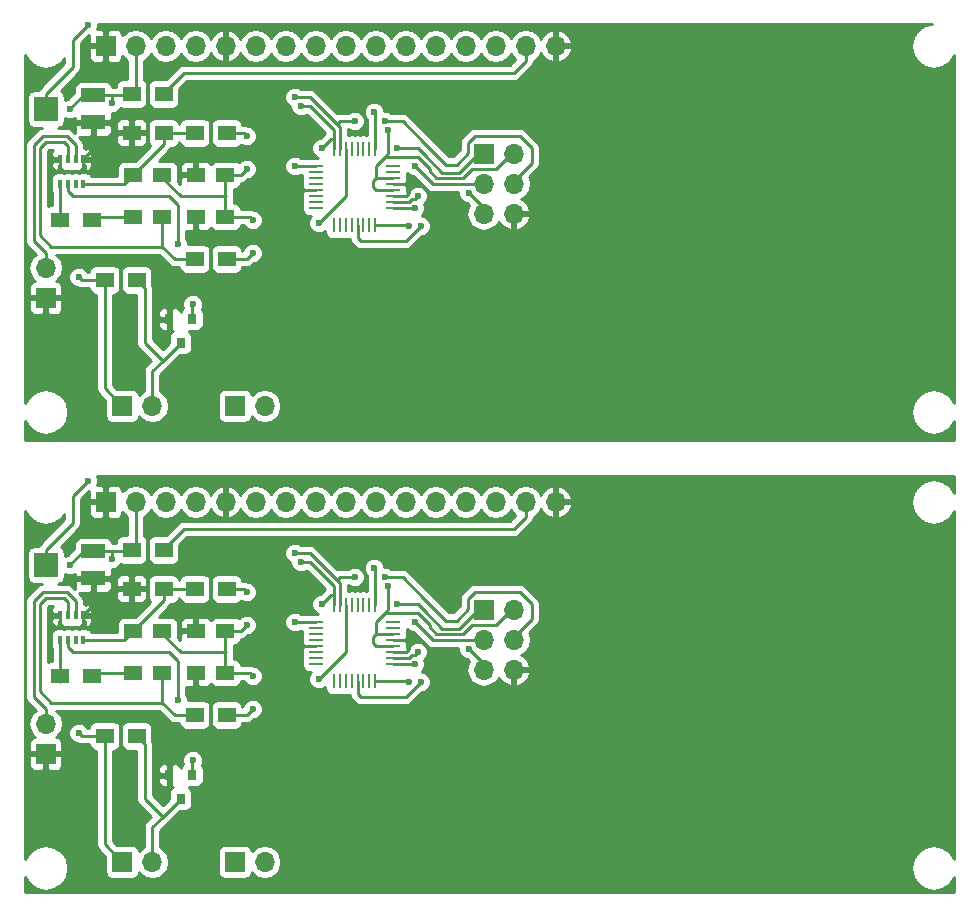
<source format=gbr>
G04 #@! TF.FileFunction,Copper,L1,Top,Signal*
%FSLAX46Y46*%
G04 Gerber Fmt 4.6, Leading zero omitted, Abs format (unit mm)*
G04 Created by KiCad (PCBNEW 4.0.6) date 09/30/17 10:47:32*
%MOMM*%
%LPD*%
G01*
G04 APERTURE LIST*
%ADD10C,0.100000*%
%ADD11R,1.700000X1.700000*%
%ADD12O,1.700000X1.700000*%
%ADD13R,1.200000X0.280000*%
%ADD14R,0.280000X1.200000*%
%ADD15R,0.380000X0.801000*%
%ADD16R,2.000000X1.300000*%
%ADD17R,2.000000X2.000000*%
%ADD18R,1.500000X1.300000*%
%ADD19R,0.800000X0.900000*%
%ADD20R,1.500000X1.250000*%
%ADD21C,0.600000*%
%ADD22C,0.250000*%
%ADD23C,0.254000*%
G04 APERTURE END LIST*
D10*
D11*
X135382000Y-107442000D03*
D12*
X137922000Y-107442000D03*
X135382000Y-109982000D03*
X137922000Y-109982000D03*
X135382000Y-112522000D03*
X137922000Y-112522000D03*
D11*
X103378000Y-98298000D03*
D12*
X105918000Y-98298000D03*
X108458000Y-98298000D03*
X110998000Y-98298000D03*
X113538000Y-98298000D03*
X116078000Y-98298000D03*
X118618000Y-98298000D03*
X121158000Y-98298000D03*
X123698000Y-98298000D03*
X126238000Y-98298000D03*
X128778000Y-98298000D03*
X131318000Y-98298000D03*
X133858000Y-98298000D03*
X136398000Y-98298000D03*
X138938000Y-98298000D03*
X141478000Y-98298000D03*
D11*
X98298000Y-119634000D03*
D12*
X98298000Y-117094000D03*
D13*
X127710000Y-111986000D03*
X127710000Y-111486000D03*
X127710000Y-110986000D03*
X127710000Y-110486000D03*
X127710000Y-109986000D03*
X127710000Y-109486000D03*
X127710000Y-108986000D03*
X127710000Y-108486000D03*
D14*
X126210000Y-106986000D03*
X125710000Y-106986000D03*
X125210000Y-106986000D03*
X124710000Y-106986000D03*
X124210000Y-106986000D03*
X123710000Y-106986000D03*
X123210000Y-106986000D03*
X122710000Y-106986000D03*
D13*
X121210000Y-108486000D03*
X121210000Y-108986000D03*
X121210000Y-109486000D03*
X121210000Y-109986000D03*
X121210000Y-110486000D03*
X121210000Y-110986000D03*
X121210000Y-111486000D03*
X121210000Y-111986000D03*
D14*
X122710000Y-113486000D03*
X123210000Y-113486000D03*
X123710000Y-113486000D03*
X124210000Y-113486000D03*
X124710000Y-113486000D03*
X125210000Y-113486000D03*
X125710000Y-113486000D03*
X126210000Y-113486000D03*
D15*
X100838000Y-107899200D03*
X100177600Y-107899200D03*
X99517200Y-107899200D03*
X99517200Y-109982000D03*
X100177600Y-109982000D03*
X100838000Y-109982000D03*
X101498400Y-109982000D03*
X101498400Y-107899200D03*
D11*
X114300000Y-128778000D03*
D12*
X116840000Y-128778000D03*
D16*
X102330000Y-102482000D03*
D17*
X98330000Y-103632000D03*
D16*
X102330000Y-104782000D03*
D18*
X108284000Y-105664000D03*
X105584000Y-105664000D03*
X113618000Y-105664000D03*
X110918000Y-105664000D03*
X108284000Y-102362000D03*
X105584000Y-102362000D03*
X99488000Y-113030000D03*
X102188000Y-113030000D03*
D19*
X110678000Y-121428000D03*
X108778000Y-121428000D03*
X109728000Y-123428000D03*
D11*
X104775000Y-128778000D03*
D12*
X107315000Y-128778000D03*
D18*
X110918000Y-116332000D03*
X113618000Y-116332000D03*
X103298000Y-118110000D03*
X105998000Y-118110000D03*
D20*
X111018000Y-112776000D03*
X113518000Y-112776000D03*
X111018000Y-109220000D03*
X113518000Y-109220000D03*
X105684000Y-109220000D03*
X108184000Y-109220000D03*
X108184000Y-112776000D03*
X105684000Y-112776000D03*
X108184000Y-74168000D03*
X105684000Y-74168000D03*
X105684000Y-70612000D03*
X108184000Y-70612000D03*
X111018000Y-70612000D03*
X113518000Y-70612000D03*
X111018000Y-74168000D03*
X113518000Y-74168000D03*
D18*
X103298000Y-79502000D03*
X105998000Y-79502000D03*
X110918000Y-77724000D03*
X113618000Y-77724000D03*
D11*
X104775000Y-90170000D03*
D12*
X107315000Y-90170000D03*
D19*
X110678000Y-82820000D03*
X108778000Y-82820000D03*
X109728000Y-84820000D03*
D18*
X99488000Y-74422000D03*
X102188000Y-74422000D03*
X108284000Y-63754000D03*
X105584000Y-63754000D03*
X113618000Y-67056000D03*
X110918000Y-67056000D03*
X108284000Y-67056000D03*
X105584000Y-67056000D03*
D16*
X102330000Y-63874000D03*
D17*
X98330000Y-65024000D03*
D16*
X102330000Y-66174000D03*
D11*
X114300000Y-90170000D03*
D12*
X116840000Y-90170000D03*
D15*
X100838000Y-69291200D03*
X100177600Y-69291200D03*
X99517200Y-69291200D03*
X99517200Y-71374000D03*
X100177600Y-71374000D03*
X100838000Y-71374000D03*
X101498400Y-71374000D03*
X101498400Y-69291200D03*
D13*
X127710000Y-73378000D03*
X127710000Y-72878000D03*
X127710000Y-72378000D03*
X127710000Y-71878000D03*
X127710000Y-71378000D03*
X127710000Y-70878000D03*
X127710000Y-70378000D03*
X127710000Y-69878000D03*
D14*
X126210000Y-68378000D03*
X125710000Y-68378000D03*
X125210000Y-68378000D03*
X124710000Y-68378000D03*
X124210000Y-68378000D03*
X123710000Y-68378000D03*
X123210000Y-68378000D03*
X122710000Y-68378000D03*
D13*
X121210000Y-69878000D03*
X121210000Y-70378000D03*
X121210000Y-70878000D03*
X121210000Y-71378000D03*
X121210000Y-71878000D03*
X121210000Y-72378000D03*
X121210000Y-72878000D03*
X121210000Y-73378000D03*
D14*
X122710000Y-74878000D03*
X123210000Y-74878000D03*
X123710000Y-74878000D03*
X124210000Y-74878000D03*
X124710000Y-74878000D03*
X125210000Y-74878000D03*
X125710000Y-74878000D03*
X126210000Y-74878000D03*
D11*
X98298000Y-81026000D03*
D12*
X98298000Y-78486000D03*
D11*
X103378000Y-59690000D03*
D12*
X105918000Y-59690000D03*
X108458000Y-59690000D03*
X110998000Y-59690000D03*
X113538000Y-59690000D03*
X116078000Y-59690000D03*
X118618000Y-59690000D03*
X121158000Y-59690000D03*
X123698000Y-59690000D03*
X126238000Y-59690000D03*
X128778000Y-59690000D03*
X131318000Y-59690000D03*
X133858000Y-59690000D03*
X136398000Y-59690000D03*
X138938000Y-59690000D03*
X141478000Y-59690000D03*
D11*
X135382000Y-68834000D03*
D12*
X137922000Y-68834000D03*
X135382000Y-71374000D03*
X137922000Y-71374000D03*
X135382000Y-73914000D03*
X137922000Y-73914000D03*
D21*
X115316000Y-108712000D03*
X115316000Y-105918000D03*
X115824000Y-115824000D03*
X115824000Y-113030000D03*
X115824000Y-74422000D03*
X115824000Y-77216000D03*
X115316000Y-67310000D03*
X115316000Y-70104000D03*
X100330000Y-103632000D03*
X101092000Y-117856000D03*
X127254000Y-105410000D03*
X103886000Y-103124000D03*
X103886000Y-64516000D03*
X127254000Y-66802000D03*
X101092000Y-79248000D03*
X100330000Y-65024000D03*
X101854000Y-96520000D03*
X101854000Y-57912000D03*
X126111000Y-103886000D03*
X126111000Y-65278000D03*
X129794000Y-110998000D03*
X129794000Y-72390000D03*
X129540000Y-112014000D03*
X129540000Y-73406000D03*
X129032000Y-113538000D03*
X129032000Y-74930000D03*
X121412000Y-113284000D03*
X110744000Y-120142000D03*
X110744000Y-81534000D03*
X121412000Y-74676000D03*
X109474000Y-115062000D03*
X109474000Y-76454000D03*
X128016000Y-106934000D03*
X121666000Y-106934000D03*
X119888000Y-103378000D03*
X119888000Y-64770000D03*
X121666000Y-68326000D03*
X128016000Y-68326000D03*
X129540000Y-108458000D03*
X119380000Y-108458000D03*
X119380000Y-69850000D03*
X129540000Y-69850000D03*
X124460000Y-104648000D03*
X127000000Y-104648000D03*
X119380000Y-102616000D03*
X119380000Y-64008000D03*
X127000000Y-66040000D03*
X124460000Y-66040000D03*
X134112000Y-110744000D03*
X130048000Y-113538000D03*
X130048000Y-74930000D03*
X134112000Y-72136000D03*
D22*
X109220000Y-116332000D02*
X108184000Y-115296000D01*
X108184000Y-115296000D02*
X108184000Y-112776000D01*
X110918000Y-116332000D02*
X109220000Y-116332000D01*
X98786000Y-115296000D02*
X97790000Y-114300000D01*
X97790000Y-114300000D02*
X97790000Y-106934000D01*
X97790000Y-106934000D02*
X98298000Y-106426000D01*
X98298000Y-106426000D02*
X99822000Y-106426000D01*
X99822000Y-106426000D02*
X100177600Y-106781600D01*
X100177600Y-106781600D02*
X100177600Y-107899200D01*
X108184000Y-115296000D02*
X98786000Y-115296000D01*
X108184000Y-76688000D02*
X98786000Y-76688000D01*
X100177600Y-68173600D02*
X100177600Y-69291200D01*
X99822000Y-67818000D02*
X100177600Y-68173600D01*
X98298000Y-67818000D02*
X99822000Y-67818000D01*
X97790000Y-68326000D02*
X98298000Y-67818000D01*
X97790000Y-75692000D02*
X97790000Y-68326000D01*
X98786000Y-76688000D02*
X97790000Y-75692000D01*
X110918000Y-77724000D02*
X109220000Y-77724000D01*
X108184000Y-76688000D02*
X108184000Y-74168000D01*
X109220000Y-77724000D02*
X108184000Y-76688000D01*
X102442000Y-112776000D02*
X102188000Y-113030000D01*
X105684000Y-112776000D02*
X102442000Y-112776000D01*
X105684000Y-74168000D02*
X102442000Y-74168000D01*
X102442000Y-74168000D02*
X102188000Y-74422000D01*
X104922000Y-109982000D02*
X105684000Y-109220000D01*
X101498400Y-109982000D02*
X104922000Y-109982000D01*
X110918000Y-105664000D02*
X108284000Y-105664000D01*
X108284000Y-106620000D02*
X105684000Y-109220000D01*
X108284000Y-105664000D02*
X108284000Y-106620000D01*
X108284000Y-67056000D02*
X108284000Y-68012000D01*
X108284000Y-68012000D02*
X105684000Y-70612000D01*
X110918000Y-67056000D02*
X108284000Y-67056000D01*
X101498400Y-71374000D02*
X104922000Y-71374000D01*
X104922000Y-71374000D02*
X105684000Y-70612000D01*
X113518000Y-111018000D02*
X113518000Y-112776000D01*
X113538000Y-110998000D02*
X113518000Y-111018000D01*
X109728000Y-110998000D02*
X113538000Y-110998000D01*
X108184000Y-109454000D02*
X109728000Y-110998000D01*
X108184000Y-109220000D02*
X108184000Y-109454000D01*
X113518000Y-110998000D02*
X113538000Y-110998000D01*
X113518000Y-109220000D02*
X113518000Y-110998000D01*
X113518000Y-116232000D02*
X113618000Y-116332000D01*
X113618000Y-109120000D02*
X113518000Y-109220000D01*
X114808000Y-109220000D02*
X115316000Y-108712000D01*
X115316000Y-105918000D02*
X115062000Y-105664000D01*
X115062000Y-105664000D02*
X113618000Y-105664000D01*
X113518000Y-109220000D02*
X114808000Y-109220000D01*
X115316000Y-116332000D02*
X115824000Y-115824000D01*
X115824000Y-113030000D02*
X115570000Y-112776000D01*
X115570000Y-112776000D02*
X113518000Y-112776000D01*
X113618000Y-116332000D02*
X115316000Y-116332000D01*
X113618000Y-77724000D02*
X115316000Y-77724000D01*
X115570000Y-74168000D02*
X113518000Y-74168000D01*
X115824000Y-74422000D02*
X115570000Y-74168000D01*
X115316000Y-77724000D02*
X115824000Y-77216000D01*
X113518000Y-70612000D02*
X114808000Y-70612000D01*
X115062000Y-67056000D02*
X113618000Y-67056000D01*
X115316000Y-67310000D02*
X115062000Y-67056000D01*
X114808000Y-70612000D02*
X115316000Y-70104000D01*
X113618000Y-70512000D02*
X113518000Y-70612000D01*
X113518000Y-77624000D02*
X113618000Y-77724000D01*
X113518000Y-70612000D02*
X113518000Y-72390000D01*
X113518000Y-72390000D02*
X113538000Y-72390000D01*
X108184000Y-70612000D02*
X108184000Y-70846000D01*
X108184000Y-70846000D02*
X109728000Y-72390000D01*
X109728000Y-72390000D02*
X113538000Y-72390000D01*
X113538000Y-72390000D02*
X113518000Y-72410000D01*
X113518000Y-72410000D02*
X113518000Y-74168000D01*
X127714000Y-109982000D02*
X127710000Y-109986000D01*
X119638000Y-110486000D02*
X119634000Y-110490000D01*
X121210000Y-110486000D02*
X119638000Y-110486000D01*
X99517200Y-108661200D02*
X99822000Y-108966000D01*
X99822000Y-108966000D02*
X101092000Y-108966000D01*
X101092000Y-108966000D02*
X101498400Y-108559600D01*
X101498400Y-108559600D02*
X101498400Y-107899200D01*
X99517200Y-107899200D02*
X99517200Y-108661200D01*
X102330000Y-107067600D02*
X101498400Y-107899200D01*
X102330000Y-104782000D02*
X102330000Y-107067600D01*
X128774000Y-109986000D02*
X128778000Y-109982000D01*
X127710000Y-109986000D02*
X128774000Y-109986000D01*
X128782000Y-109986000D02*
X129032000Y-110236000D01*
X129032000Y-110236000D02*
X129032000Y-110744000D01*
X129032000Y-110744000D02*
X128790000Y-110986000D01*
X128790000Y-110986000D02*
X127710000Y-110986000D01*
X128774000Y-109986000D02*
X128782000Y-109986000D01*
X128774000Y-71378000D02*
X128782000Y-71378000D01*
X128790000Y-72378000D02*
X127710000Y-72378000D01*
X129032000Y-72136000D02*
X128790000Y-72378000D01*
X129032000Y-71628000D02*
X129032000Y-72136000D01*
X128782000Y-71378000D02*
X129032000Y-71628000D01*
X127710000Y-71378000D02*
X128774000Y-71378000D01*
X128774000Y-71378000D02*
X128778000Y-71374000D01*
X102330000Y-66174000D02*
X102330000Y-68459600D01*
X102330000Y-68459600D02*
X101498400Y-69291200D01*
X99517200Y-69291200D02*
X99517200Y-70053200D01*
X101498400Y-69951600D02*
X101498400Y-69291200D01*
X101092000Y-70358000D02*
X101498400Y-69951600D01*
X99822000Y-70358000D02*
X101092000Y-70358000D01*
X99517200Y-70053200D02*
X99822000Y-70358000D01*
X121210000Y-71878000D02*
X119638000Y-71878000D01*
X119638000Y-71878000D02*
X119634000Y-71882000D01*
X127714000Y-71374000D02*
X127710000Y-71378000D01*
X105464000Y-102482000D02*
X105584000Y-102362000D01*
X103886000Y-102482000D02*
X105464000Y-102482000D01*
X102330000Y-102482000D02*
X103886000Y-102482000D01*
X105918000Y-102028000D02*
X105584000Y-102362000D01*
X105918000Y-98298000D02*
X105918000Y-102028000D01*
X127706000Y-109490000D02*
X127710000Y-109486000D01*
X101092000Y-117856000D02*
X101346000Y-118110000D01*
X101346000Y-118110000D02*
X103298000Y-118110000D01*
X101480000Y-102482000D02*
X100330000Y-103632000D01*
X102330000Y-102482000D02*
X101480000Y-102482000D01*
X103298000Y-127301000D02*
X104775000Y-128778000D01*
X103298000Y-118110000D02*
X103298000Y-127301000D01*
X126238000Y-109220000D02*
X126238000Y-109490000D01*
X126238000Y-109490000D02*
X127706000Y-109490000D01*
X103886000Y-102616000D02*
X103886000Y-103124000D01*
X103886000Y-102482000D02*
X103886000Y-102616000D01*
X126242000Y-110486000D02*
X125992000Y-110236000D01*
X125992000Y-110236000D02*
X125992000Y-109736000D01*
X125992000Y-109736000D02*
X126238000Y-109490000D01*
X127710000Y-110486000D02*
X126242000Y-110486000D01*
X127000000Y-107696000D02*
X127254000Y-107442000D01*
X126238000Y-108458000D02*
X127000000Y-107696000D01*
X127254000Y-107442000D02*
X127254000Y-105410000D01*
X126238000Y-109220000D02*
X126238000Y-108458000D01*
X103886000Y-103124000D02*
X103886000Y-102616000D01*
X129286000Y-107696000D02*
X127000000Y-107696000D01*
X129794000Y-107696000D02*
X129286000Y-107696000D01*
X130810000Y-108712000D02*
X129794000Y-107696000D01*
X136398000Y-108712000D02*
X134874000Y-108712000D01*
X137668000Y-107442000D02*
X136398000Y-108712000D01*
X137922000Y-107442000D02*
X137668000Y-107442000D01*
X134366000Y-108712000D02*
X133604000Y-109474000D01*
X133604000Y-109474000D02*
X131375998Y-109474000D01*
X131375998Y-109474000D02*
X130810000Y-108908002D01*
X130810000Y-108908002D02*
X130810000Y-108712000D01*
X134874000Y-108712000D02*
X134366000Y-108712000D01*
X134874000Y-70104000D02*
X134366000Y-70104000D01*
X130810000Y-70300002D02*
X130810000Y-70104000D01*
X131375998Y-70866000D02*
X130810000Y-70300002D01*
X133604000Y-70866000D02*
X131375998Y-70866000D01*
X134366000Y-70104000D02*
X133604000Y-70866000D01*
X137922000Y-68834000D02*
X137668000Y-68834000D01*
X137668000Y-68834000D02*
X136398000Y-70104000D01*
X136398000Y-70104000D02*
X134874000Y-70104000D01*
X130810000Y-70104000D02*
X129794000Y-69088000D01*
X129794000Y-69088000D02*
X129286000Y-69088000D01*
X129286000Y-69088000D02*
X127000000Y-69088000D01*
X103886000Y-64516000D02*
X103886000Y-64008000D01*
X126238000Y-70612000D02*
X126238000Y-69850000D01*
X127254000Y-68834000D02*
X127254000Y-66802000D01*
X126238000Y-69850000D02*
X127000000Y-69088000D01*
X127000000Y-69088000D02*
X127254000Y-68834000D01*
X127710000Y-71878000D02*
X126242000Y-71878000D01*
X125992000Y-71128000D02*
X126238000Y-70882000D01*
X125992000Y-71628000D02*
X125992000Y-71128000D01*
X126242000Y-71878000D02*
X125992000Y-71628000D01*
X103886000Y-63874000D02*
X103886000Y-64008000D01*
X103886000Y-64008000D02*
X103886000Y-64516000D01*
X126238000Y-70882000D02*
X127706000Y-70882000D01*
X126238000Y-70612000D02*
X126238000Y-70882000D01*
X103298000Y-79502000D02*
X103298000Y-88693000D01*
X103298000Y-88693000D02*
X104775000Y-90170000D01*
X102330000Y-63874000D02*
X101480000Y-63874000D01*
X101480000Y-63874000D02*
X100330000Y-65024000D01*
X101346000Y-79502000D02*
X103298000Y-79502000D01*
X101092000Y-79248000D02*
X101346000Y-79502000D01*
X127706000Y-70882000D02*
X127710000Y-70878000D01*
X105918000Y-59690000D02*
X105918000Y-63420000D01*
X105918000Y-63420000D02*
X105584000Y-63754000D01*
X102330000Y-63874000D02*
X103886000Y-63874000D01*
X103886000Y-63874000D02*
X105464000Y-63874000D01*
X105464000Y-63874000D02*
X105584000Y-63754000D01*
X108196000Y-124960000D02*
X109728000Y-123428000D01*
X107315000Y-125841000D02*
X108196000Y-124960000D01*
X107315000Y-128778000D02*
X107315000Y-125841000D01*
X106680000Y-123444000D02*
X106680000Y-118792000D01*
X106680000Y-118792000D02*
X105998000Y-118110000D01*
X108196000Y-124960000D02*
X106680000Y-123444000D01*
X108196000Y-86352000D02*
X106680000Y-84836000D01*
X106680000Y-80184000D02*
X105998000Y-79502000D01*
X106680000Y-84836000D02*
X106680000Y-80184000D01*
X107315000Y-90170000D02*
X107315000Y-87233000D01*
X107315000Y-87233000D02*
X108196000Y-86352000D01*
X108196000Y-86352000D02*
X109728000Y-84820000D01*
X98330000Y-102330000D02*
X100584000Y-100076000D01*
X100584000Y-100076000D02*
X100584000Y-97790000D01*
X100584000Y-97790000D02*
X101854000Y-96520000D01*
X98330000Y-103632000D02*
X98330000Y-102330000D01*
X101854000Y-96520000D02*
X100584000Y-97790000D01*
X101854000Y-57912000D02*
X100584000Y-59182000D01*
X98330000Y-65024000D02*
X98330000Y-63722000D01*
X100584000Y-59182000D02*
X101854000Y-57912000D01*
X100584000Y-61468000D02*
X100584000Y-59182000D01*
X98330000Y-63722000D02*
X100584000Y-61468000D01*
X126111000Y-103886000D02*
X126210000Y-103985000D01*
X126210000Y-103985000D02*
X126210000Y-106986000D01*
X126210000Y-65377000D02*
X126210000Y-68378000D01*
X126111000Y-65278000D02*
X126210000Y-65377000D01*
X129052000Y-111486000D02*
X129286000Y-111252000D01*
X127710000Y-111486000D02*
X129052000Y-111486000D01*
X129794000Y-110998000D02*
X129540000Y-111252000D01*
X129540000Y-111252000D02*
X129286000Y-111252000D01*
X129540000Y-72644000D02*
X129286000Y-72644000D01*
X129794000Y-72390000D02*
X129540000Y-72644000D01*
X127710000Y-72878000D02*
X129052000Y-72878000D01*
X129052000Y-72878000D02*
X129286000Y-72644000D01*
X129540000Y-112014000D02*
X129512000Y-111986000D01*
X129512000Y-111986000D02*
X127710000Y-111986000D01*
X129512000Y-73378000D02*
X127710000Y-73378000D01*
X129540000Y-73406000D02*
X129512000Y-73378000D01*
X129032000Y-113538000D02*
X128980000Y-113486000D01*
X128980000Y-113486000D02*
X126210000Y-113486000D01*
X128980000Y-74878000D02*
X126210000Y-74878000D01*
X129032000Y-74930000D02*
X128980000Y-74878000D01*
X138938000Y-99568000D02*
X138938000Y-98298000D01*
X137922000Y-100584000D02*
X138938000Y-99568000D01*
X109982000Y-100584000D02*
X137922000Y-100584000D01*
X108284000Y-102282000D02*
X109982000Y-100584000D01*
X108284000Y-102362000D02*
X108284000Y-102282000D01*
X108284000Y-63754000D02*
X108284000Y-63674000D01*
X108284000Y-63674000D02*
X109982000Y-61976000D01*
X109982000Y-61976000D02*
X137922000Y-61976000D01*
X137922000Y-61976000D02*
X138938000Y-60960000D01*
X138938000Y-60960000D02*
X138938000Y-59690000D01*
X98298000Y-115824000D02*
X97282000Y-114808000D01*
X97282000Y-114808000D02*
X97282000Y-106680000D01*
X97282000Y-106680000D02*
X98044000Y-105918000D01*
X98044000Y-105918000D02*
X100076000Y-105918000D01*
X100076000Y-105918000D02*
X100838000Y-106680000D01*
X100838000Y-106680000D02*
X100838000Y-107899200D01*
X98298000Y-117094000D02*
X98298000Y-115824000D01*
X98298000Y-78486000D02*
X98298000Y-77216000D01*
X100838000Y-68072000D02*
X100838000Y-69291200D01*
X100076000Y-67310000D02*
X100838000Y-68072000D01*
X98044000Y-67310000D02*
X100076000Y-67310000D01*
X97282000Y-68072000D02*
X98044000Y-67310000D01*
X97282000Y-76200000D02*
X97282000Y-68072000D01*
X98298000Y-77216000D02*
X97282000Y-76200000D01*
X123710000Y-110986000D02*
X121412000Y-113284000D01*
X110744000Y-120142000D02*
X110678000Y-120208000D01*
X110678000Y-120208000D02*
X110678000Y-121428000D01*
X123710000Y-106986000D02*
X123710000Y-110986000D01*
X123710000Y-68378000D02*
X123710000Y-72378000D01*
X110678000Y-81600000D02*
X110678000Y-82820000D01*
X110744000Y-81534000D02*
X110678000Y-81600000D01*
X123710000Y-72378000D02*
X121412000Y-74676000D01*
X99517200Y-113508800D02*
X99488000Y-113538000D01*
X99517200Y-109982000D02*
X99517200Y-113508800D01*
X99517200Y-71374000D02*
X99517200Y-74900800D01*
X99517200Y-74900800D02*
X99488000Y-74930000D01*
X100177600Y-110591600D02*
X100584000Y-110998000D01*
X100584000Y-110998000D02*
X108712000Y-110998000D01*
X108712000Y-110998000D02*
X109474000Y-111760000D01*
X109474000Y-111760000D02*
X109474000Y-115062000D01*
X100177600Y-109982000D02*
X100177600Y-110591600D01*
X100177600Y-71374000D02*
X100177600Y-71983600D01*
X109474000Y-73152000D02*
X109474000Y-76454000D01*
X108712000Y-72390000D02*
X109474000Y-73152000D01*
X100584000Y-72390000D02*
X108712000Y-72390000D01*
X100177600Y-71983600D02*
X100584000Y-72390000D01*
X122710000Y-105438000D02*
X122174000Y-104902000D01*
X122710000Y-106172000D02*
X122710000Y-105438000D01*
X122710000Y-106986000D02*
X122710000Y-106172000D01*
X130302000Y-107442000D02*
X129794000Y-106934000D01*
X129794000Y-106934000D02*
X128016000Y-106934000D01*
X121666000Y-106934000D02*
X122428000Y-106172000D01*
X122428000Y-106172000D02*
X122710000Y-106172000D01*
X120904000Y-103632000D02*
X120650000Y-103378000D01*
X120650000Y-103378000D02*
X119888000Y-103378000D01*
X122174000Y-104902000D02*
X120904000Y-103632000D01*
X133292002Y-109023998D02*
X131883998Y-109023998D01*
X131883998Y-109023998D02*
X130302000Y-107442000D01*
X134874000Y-107442000D02*
X133292002Y-109023998D01*
X135382000Y-107442000D02*
X134874000Y-107442000D01*
X135382000Y-68834000D02*
X134874000Y-68834000D01*
X134874000Y-68834000D02*
X133292002Y-70415998D01*
X131883998Y-70415998D02*
X130302000Y-68834000D01*
X133292002Y-70415998D02*
X131883998Y-70415998D01*
X122174000Y-66294000D02*
X120904000Y-65024000D01*
X120650000Y-64770000D02*
X119888000Y-64770000D01*
X120904000Y-65024000D02*
X120650000Y-64770000D01*
X122428000Y-67564000D02*
X122710000Y-67564000D01*
X121666000Y-68326000D02*
X122428000Y-67564000D01*
X129794000Y-68326000D02*
X128016000Y-68326000D01*
X130302000Y-68834000D02*
X129794000Y-68326000D01*
X122710000Y-68378000D02*
X122710000Y-67564000D01*
X122710000Y-67564000D02*
X122710000Y-66830000D01*
X122710000Y-66830000D02*
X122174000Y-66294000D01*
X131064000Y-109982000D02*
X129540000Y-108458000D01*
X119380000Y-108458000D02*
X119408000Y-108486000D01*
X119408000Y-108486000D02*
X121210000Y-108486000D01*
X135382000Y-109982000D02*
X131064000Y-109982000D01*
X135382000Y-71374000D02*
X131064000Y-71374000D01*
X119408000Y-69878000D02*
X121210000Y-69878000D01*
X119380000Y-69850000D02*
X119408000Y-69878000D01*
X131064000Y-71374000D02*
X129540000Y-69850000D01*
X122936000Y-104902000D02*
X121412000Y-103378000D01*
X123210000Y-105176000D02*
X122936000Y-104902000D01*
X123210000Y-106986000D02*
X123210000Y-105176000D01*
X123190000Y-104648000D02*
X122936000Y-104902000D01*
X124460000Y-104648000D02*
X123190000Y-104648000D01*
X128524000Y-104648000D02*
X127000000Y-104648000D01*
X130359998Y-106483998D02*
X128524000Y-104648000D01*
X134620000Y-105918000D02*
X134054002Y-106483998D01*
X138430000Y-105918000D02*
X134620000Y-105918000D01*
X139446000Y-106934000D02*
X138430000Y-105918000D01*
X139446000Y-108204000D02*
X139446000Y-106934000D01*
X137668000Y-109982000D02*
X139446000Y-108204000D01*
X137922000Y-109982000D02*
X137668000Y-109982000D01*
X120650000Y-102616000D02*
X119380000Y-102616000D01*
X121412000Y-103378000D02*
X120650000Y-102616000D01*
X134054002Y-107384002D02*
X133096000Y-108342004D01*
X133096000Y-108342004D02*
X132195996Y-108342004D01*
X132195996Y-108342004D02*
X130359998Y-106506006D01*
X130359998Y-106506006D02*
X130359998Y-106483998D01*
X134054002Y-106483998D02*
X134054002Y-107384002D01*
X134054002Y-67875998D02*
X134054002Y-68776002D01*
X130359998Y-67898006D02*
X130359998Y-67875998D01*
X132195996Y-69734004D02*
X130359998Y-67898006D01*
X133096000Y-69734004D02*
X132195996Y-69734004D01*
X134054002Y-68776002D02*
X133096000Y-69734004D01*
X121412000Y-64770000D02*
X120650000Y-64008000D01*
X120650000Y-64008000D02*
X119380000Y-64008000D01*
X137922000Y-71374000D02*
X137668000Y-71374000D01*
X137668000Y-71374000D02*
X139446000Y-69596000D01*
X139446000Y-69596000D02*
X139446000Y-68326000D01*
X139446000Y-68326000D02*
X138430000Y-67310000D01*
X138430000Y-67310000D02*
X134620000Y-67310000D01*
X134620000Y-67310000D02*
X134054002Y-67875998D01*
X130359998Y-67875998D02*
X128524000Y-66040000D01*
X128524000Y-66040000D02*
X127000000Y-66040000D01*
X124460000Y-66040000D02*
X123190000Y-66040000D01*
X123190000Y-66040000D02*
X122936000Y-66294000D01*
X123210000Y-68378000D02*
X123210000Y-66568000D01*
X123210000Y-66568000D02*
X122936000Y-66294000D01*
X122936000Y-66294000D02*
X121412000Y-64770000D01*
X124710000Y-114550000D02*
X124710000Y-113486000D01*
X124968000Y-114808000D02*
X124710000Y-114550000D01*
X128778000Y-114808000D02*
X124968000Y-114808000D01*
X135382000Y-112014000D02*
X134493000Y-111125000D01*
X135382000Y-112522000D02*
X135382000Y-112014000D01*
X130048000Y-113538000D02*
X128778000Y-114808000D01*
X134493000Y-111125000D02*
X134112000Y-110744000D01*
X134493000Y-72517000D02*
X134112000Y-72136000D01*
X130048000Y-74930000D02*
X128778000Y-76200000D01*
X135382000Y-73914000D02*
X135382000Y-73406000D01*
X135382000Y-73406000D02*
X134493000Y-72517000D01*
X128778000Y-76200000D02*
X124968000Y-76200000D01*
X124968000Y-76200000D02*
X124710000Y-75942000D01*
X124710000Y-75942000D02*
X124710000Y-74878000D01*
D23*
G36*
X172746482Y-57914304D02*
X172122941Y-58330941D01*
X171706304Y-58954482D01*
X171560000Y-59690000D01*
X171706304Y-60425518D01*
X172122941Y-61049059D01*
X172746482Y-61465696D01*
X173482000Y-61612000D01*
X174217518Y-61465696D01*
X174841059Y-61049059D01*
X175243000Y-60447512D01*
X175243000Y-89920488D01*
X174841059Y-89318941D01*
X174217518Y-88902304D01*
X173482000Y-88756000D01*
X172746482Y-88902304D01*
X172122941Y-89318941D01*
X171706304Y-89942482D01*
X171560000Y-90678000D01*
X171706304Y-91413518D01*
X172122941Y-92037059D01*
X172746482Y-92453696D01*
X173482000Y-92600000D01*
X174217518Y-92453696D01*
X174841059Y-92037059D01*
X175243000Y-91435512D01*
X175243000Y-93091000D01*
X96537000Y-93091000D01*
X96537000Y-91435512D01*
X96938941Y-92037059D01*
X97562482Y-92453696D01*
X98298000Y-92600000D01*
X99033518Y-92453696D01*
X99657059Y-92037059D01*
X100073696Y-91413518D01*
X100220000Y-90678000D01*
X100073696Y-89942482D01*
X99657059Y-89318941D01*
X99033518Y-88902304D01*
X98298000Y-88756000D01*
X97562482Y-88902304D01*
X96938941Y-89318941D01*
X96537000Y-89920488D01*
X96537000Y-81297250D01*
X96871000Y-81297250D01*
X96871000Y-81990773D01*
X96958843Y-82202845D01*
X97121156Y-82365157D01*
X97333228Y-82453000D01*
X98026750Y-82453000D01*
X98171000Y-82308750D01*
X98171000Y-81153000D01*
X98425000Y-81153000D01*
X98425000Y-82308750D01*
X98569250Y-82453000D01*
X99262772Y-82453000D01*
X99474844Y-82365157D01*
X99637157Y-82202845D01*
X99725000Y-81990773D01*
X99725000Y-81297250D01*
X99580750Y-81153000D01*
X98425000Y-81153000D01*
X98171000Y-81153000D01*
X97015250Y-81153000D01*
X96871000Y-81297250D01*
X96537000Y-81297250D01*
X96537000Y-60447512D01*
X96938941Y-61049059D01*
X97562482Y-61465696D01*
X98298000Y-61612000D01*
X99033518Y-61465696D01*
X99657059Y-61049059D01*
X99882000Y-60712411D01*
X99882000Y-61177222D01*
X97833611Y-63225611D01*
X97693237Y-63435696D01*
X97330000Y-63435696D01*
X97116177Y-63475930D01*
X96919793Y-63602299D01*
X96788046Y-63795117D01*
X96741696Y-64024000D01*
X96741696Y-66024000D01*
X96781930Y-66237823D01*
X96908299Y-66434207D01*
X97101117Y-66565954D01*
X97330000Y-66612304D01*
X98022362Y-66612304D01*
X97775356Y-66661437D01*
X97586903Y-66787357D01*
X97547611Y-66813611D01*
X96785611Y-67575611D01*
X96633437Y-67803356D01*
X96580000Y-68072000D01*
X96580000Y-76200000D01*
X96633437Y-76468644D01*
X96739702Y-76627681D01*
X96785611Y-76696389D01*
X97443943Y-77354721D01*
X97261002Y-77476959D01*
X96951667Y-77939911D01*
X96843043Y-78486000D01*
X96951667Y-79032089D01*
X97261002Y-79495041D01*
X97416587Y-79599000D01*
X97333228Y-79599000D01*
X97121156Y-79686843D01*
X96958843Y-79849155D01*
X96871000Y-80061227D01*
X96871000Y-80754750D01*
X97015250Y-80899000D01*
X98171000Y-80899000D01*
X98171000Y-80879000D01*
X98425000Y-80879000D01*
X98425000Y-80899000D01*
X99580750Y-80899000D01*
X99725000Y-80754750D01*
X99725000Y-80061227D01*
X99637157Y-79849155D01*
X99474844Y-79686843D01*
X99262772Y-79599000D01*
X99179413Y-79599000D01*
X99334998Y-79495041D01*
X99384015Y-79421681D01*
X100214849Y-79421681D01*
X100348082Y-79744131D01*
X100594571Y-79991051D01*
X100916789Y-80124847D01*
X101039029Y-80124954D01*
X101077356Y-80150563D01*
X101346000Y-80204000D01*
X101969481Y-80204000D01*
X101999930Y-80365823D01*
X102126299Y-80562207D01*
X102319117Y-80693954D01*
X102548000Y-80740304D01*
X102596000Y-80740304D01*
X102596000Y-88693000D01*
X102649437Y-88961644D01*
X102801611Y-89189389D01*
X103336696Y-89724474D01*
X103336696Y-91020000D01*
X103376930Y-91233823D01*
X103503299Y-91430207D01*
X103696117Y-91561954D01*
X103925000Y-91608304D01*
X105625000Y-91608304D01*
X105838823Y-91568070D01*
X106035207Y-91441701D01*
X106166954Y-91248883D01*
X106205793Y-91057089D01*
X106305959Y-91206998D01*
X106768911Y-91516333D01*
X107315000Y-91624957D01*
X107861089Y-91516333D01*
X108324041Y-91206998D01*
X108633376Y-90744046D01*
X108742000Y-90197957D01*
X108742000Y-90142043D01*
X108633376Y-89595954D01*
X108448990Y-89320000D01*
X112861696Y-89320000D01*
X112861696Y-91020000D01*
X112901930Y-91233823D01*
X113028299Y-91430207D01*
X113221117Y-91561954D01*
X113450000Y-91608304D01*
X115150000Y-91608304D01*
X115363823Y-91568070D01*
X115560207Y-91441701D01*
X115691954Y-91248883D01*
X115730793Y-91057089D01*
X115830959Y-91206998D01*
X116293911Y-91516333D01*
X116840000Y-91624957D01*
X117386089Y-91516333D01*
X117849041Y-91206998D01*
X118158376Y-90744046D01*
X118267000Y-90197957D01*
X118267000Y-90142043D01*
X118158376Y-89595954D01*
X117849041Y-89133002D01*
X117386089Y-88823667D01*
X116840000Y-88715043D01*
X116293911Y-88823667D01*
X115830959Y-89133002D01*
X115731208Y-89282289D01*
X115698070Y-89106177D01*
X115571701Y-88909793D01*
X115378883Y-88778046D01*
X115150000Y-88731696D01*
X113450000Y-88731696D01*
X113236177Y-88771930D01*
X113039793Y-88898299D01*
X112908046Y-89091117D01*
X112861696Y-89320000D01*
X108448990Y-89320000D01*
X108324041Y-89133002D01*
X108017000Y-88927844D01*
X108017000Y-87523778D01*
X109682474Y-85858304D01*
X110128000Y-85858304D01*
X110341823Y-85818070D01*
X110538207Y-85691701D01*
X110669954Y-85498883D01*
X110716304Y-85270000D01*
X110716304Y-84370000D01*
X110676070Y-84156177D01*
X110549701Y-83959793D01*
X110401167Y-83858304D01*
X111078000Y-83858304D01*
X111291823Y-83818070D01*
X111488207Y-83691701D01*
X111619954Y-83498883D01*
X111666304Y-83270000D01*
X111666304Y-82370000D01*
X111626070Y-82156177D01*
X111510092Y-81975941D01*
X111620847Y-81709211D01*
X111621151Y-81360319D01*
X111487918Y-81037869D01*
X111241429Y-80790949D01*
X110919211Y-80657153D01*
X110570319Y-80656849D01*
X110247869Y-80790082D01*
X110000949Y-81036571D01*
X109867153Y-81358789D01*
X109866849Y-81707681D01*
X109945586Y-81898241D01*
X109867793Y-81948299D01*
X109736046Y-82141117D01*
X109726749Y-82187025D01*
X109667157Y-82043156D01*
X109504845Y-81880843D01*
X109292773Y-81793000D01*
X109049250Y-81793000D01*
X108905000Y-81937250D01*
X108905000Y-82693000D01*
X108925000Y-82693000D01*
X108925000Y-82947000D01*
X108905000Y-82947000D01*
X108905000Y-83702750D01*
X109049250Y-83847000D01*
X109075217Y-83847000D01*
X108917793Y-83948299D01*
X108786046Y-84141117D01*
X108739696Y-84370000D01*
X108739696Y-84815526D01*
X108196000Y-85359222D01*
X107382000Y-84545222D01*
X107382000Y-83091250D01*
X107801000Y-83091250D01*
X107801000Y-83384772D01*
X107888843Y-83596844D01*
X108051155Y-83759157D01*
X108263227Y-83847000D01*
X108506750Y-83847000D01*
X108651000Y-83702750D01*
X108651000Y-82947000D01*
X107945250Y-82947000D01*
X107801000Y-83091250D01*
X107382000Y-83091250D01*
X107382000Y-82255228D01*
X107801000Y-82255228D01*
X107801000Y-82548750D01*
X107945250Y-82693000D01*
X108651000Y-82693000D01*
X108651000Y-81937250D01*
X108506750Y-81793000D01*
X108263227Y-81793000D01*
X108051155Y-81880843D01*
X107888843Y-82043156D01*
X107801000Y-82255228D01*
X107382000Y-82255228D01*
X107382000Y-80184000D01*
X107357579Y-80061227D01*
X107336304Y-79954269D01*
X107336304Y-78852000D01*
X107296070Y-78638177D01*
X107169701Y-78441793D01*
X106976883Y-78310046D01*
X106748000Y-78263696D01*
X105248000Y-78263696D01*
X105034177Y-78303930D01*
X104837793Y-78430299D01*
X104706046Y-78623117D01*
X104659696Y-78852000D01*
X104659696Y-80152000D01*
X104699930Y-80365823D01*
X104826299Y-80562207D01*
X105019117Y-80693954D01*
X105248000Y-80740304D01*
X105978000Y-80740304D01*
X105978000Y-84836000D01*
X106031437Y-85104644D01*
X106141924Y-85270000D01*
X106183611Y-85332389D01*
X107203222Y-86352000D01*
X106818611Y-86736611D01*
X106666437Y-86964356D01*
X106613000Y-87233000D01*
X106613000Y-88927844D01*
X106305959Y-89133002D01*
X106206208Y-89282289D01*
X106173070Y-89106177D01*
X106046701Y-88909793D01*
X105853883Y-88778046D01*
X105625000Y-88731696D01*
X104329474Y-88731696D01*
X104000000Y-88402222D01*
X104000000Y-80740304D01*
X104048000Y-80740304D01*
X104261823Y-80700070D01*
X104458207Y-80573701D01*
X104589954Y-80380883D01*
X104636304Y-80152000D01*
X104636304Y-78852000D01*
X104596070Y-78638177D01*
X104469701Y-78441793D01*
X104276883Y-78310046D01*
X104048000Y-78263696D01*
X102548000Y-78263696D01*
X102334177Y-78303930D01*
X102137793Y-78430299D01*
X102006046Y-78623117D01*
X101970226Y-78800000D01*
X101855805Y-78800000D01*
X101835918Y-78751869D01*
X101589429Y-78504949D01*
X101267211Y-78371153D01*
X100918319Y-78370849D01*
X100595869Y-78504082D01*
X100348949Y-78750571D01*
X100215153Y-79072789D01*
X100214849Y-79421681D01*
X99384015Y-79421681D01*
X99644333Y-79032089D01*
X99752957Y-78486000D01*
X99644333Y-77939911D01*
X99334998Y-77476959D01*
X99204855Y-77390000D01*
X107893222Y-77390000D01*
X108723611Y-78220389D01*
X108951356Y-78372563D01*
X109220000Y-78426000D01*
X109589481Y-78426000D01*
X109619930Y-78587823D01*
X109746299Y-78784207D01*
X109939117Y-78915954D01*
X110168000Y-78962304D01*
X111668000Y-78962304D01*
X111881823Y-78922070D01*
X112078207Y-78795701D01*
X112209954Y-78602883D01*
X112256304Y-78374000D01*
X112256304Y-77074000D01*
X112279696Y-77074000D01*
X112279696Y-78374000D01*
X112319930Y-78587823D01*
X112446299Y-78784207D01*
X112639117Y-78915954D01*
X112868000Y-78962304D01*
X114368000Y-78962304D01*
X114581823Y-78922070D01*
X114778207Y-78795701D01*
X114909954Y-78602883D01*
X114945774Y-78426000D01*
X115316000Y-78426000D01*
X115584644Y-78372563D01*
X115812389Y-78220389D01*
X115939678Y-78093100D01*
X115997681Y-78093151D01*
X116320131Y-77959918D01*
X116567051Y-77713429D01*
X116700847Y-77391211D01*
X116701151Y-77042319D01*
X116567918Y-76719869D01*
X116321429Y-76472949D01*
X115999211Y-76339153D01*
X115650319Y-76338849D01*
X115327869Y-76472082D01*
X115080949Y-76718571D01*
X114954955Y-77022000D01*
X114946519Y-77022000D01*
X114916070Y-76860177D01*
X114789701Y-76663793D01*
X114596883Y-76532046D01*
X114368000Y-76485696D01*
X112868000Y-76485696D01*
X112654177Y-76525930D01*
X112457793Y-76652299D01*
X112326046Y-76845117D01*
X112279696Y-77074000D01*
X112256304Y-77074000D01*
X112216070Y-76860177D01*
X112089701Y-76663793D01*
X111896883Y-76532046D01*
X111668000Y-76485696D01*
X110350972Y-76485696D01*
X110351151Y-76280319D01*
X110217918Y-75957869D01*
X110176000Y-75915878D01*
X110176000Y-75370000D01*
X110746750Y-75370000D01*
X110891000Y-75225750D01*
X110891000Y-74295000D01*
X110871000Y-74295000D01*
X110871000Y-74041000D01*
X110891000Y-74041000D01*
X110891000Y-74021000D01*
X111145000Y-74021000D01*
X111145000Y-74041000D01*
X111165000Y-74041000D01*
X111165000Y-74295000D01*
X111145000Y-74295000D01*
X111145000Y-75225750D01*
X111289250Y-75370000D01*
X111882772Y-75370000D01*
X112094844Y-75282157D01*
X112257157Y-75119845D01*
X112271060Y-75086281D01*
X112346299Y-75203207D01*
X112539117Y-75334954D01*
X112768000Y-75381304D01*
X114268000Y-75381304D01*
X114481823Y-75341070D01*
X114678207Y-75214701D01*
X114809954Y-75021883D01*
X114840711Y-74870000D01*
X115060195Y-74870000D01*
X115080082Y-74918131D01*
X115326571Y-75165051D01*
X115648789Y-75298847D01*
X115997681Y-75299151D01*
X116320131Y-75165918D01*
X116567051Y-74919429D01*
X116700847Y-74597211D01*
X116701151Y-74248319D01*
X116567918Y-73925869D01*
X116321429Y-73678949D01*
X115999211Y-73545153D01*
X115876971Y-73545046D01*
X115838644Y-73519437D01*
X115570000Y-73466000D01*
X114841815Y-73466000D01*
X114816070Y-73329177D01*
X114689701Y-73132793D01*
X114496883Y-73001046D01*
X114268000Y-72954696D01*
X114220000Y-72954696D01*
X114220000Y-72490546D01*
X114240000Y-72390000D01*
X114220000Y-72289454D01*
X114220000Y-71825304D01*
X114268000Y-71825304D01*
X114481823Y-71785070D01*
X114678207Y-71658701D01*
X114809954Y-71465883D01*
X114842084Y-71307220D01*
X115076644Y-71260563D01*
X115304389Y-71108389D01*
X115431678Y-70981100D01*
X115489681Y-70981151D01*
X115812131Y-70847918D01*
X116059051Y-70601429D01*
X116192847Y-70279211D01*
X116193151Y-69930319D01*
X116059918Y-69607869D01*
X115813429Y-69360949D01*
X115491211Y-69227153D01*
X115142319Y-69226849D01*
X114819869Y-69360082D01*
X114638099Y-69541535D01*
X114496883Y-69445046D01*
X114268000Y-69398696D01*
X112768000Y-69398696D01*
X112554177Y-69438930D01*
X112357793Y-69565299D01*
X112270678Y-69692797D01*
X112257157Y-69660155D01*
X112094844Y-69497843D01*
X111882772Y-69410000D01*
X111289250Y-69410000D01*
X111145000Y-69554250D01*
X111145000Y-70485000D01*
X111165000Y-70485000D01*
X111165000Y-70739000D01*
X111145000Y-70739000D01*
X111145000Y-70759000D01*
X110891000Y-70759000D01*
X110891000Y-70739000D01*
X109835250Y-70739000D01*
X109691000Y-70883250D01*
X109691000Y-71351773D01*
X109696974Y-71366196D01*
X109522304Y-71191526D01*
X109522304Y-69987000D01*
X109500708Y-69872227D01*
X109691000Y-69872227D01*
X109691000Y-70340750D01*
X109835250Y-70485000D01*
X110891000Y-70485000D01*
X110891000Y-69554250D01*
X110746750Y-69410000D01*
X110153228Y-69410000D01*
X109941156Y-69497843D01*
X109778843Y-69660155D01*
X109691000Y-69872227D01*
X109500708Y-69872227D01*
X109482070Y-69773177D01*
X109355701Y-69576793D01*
X109162883Y-69445046D01*
X108934000Y-69398696D01*
X107890082Y-69398696D01*
X108780389Y-68508389D01*
X108856557Y-68394395D01*
X108923436Y-68294304D01*
X109034000Y-68294304D01*
X109247823Y-68254070D01*
X109444207Y-68127701D01*
X109575954Y-67934883D01*
X109600218Y-67815064D01*
X109619930Y-67919823D01*
X109746299Y-68116207D01*
X109939117Y-68247954D01*
X110168000Y-68294304D01*
X111668000Y-68294304D01*
X111881823Y-68254070D01*
X112078207Y-68127701D01*
X112209954Y-67934883D01*
X112256304Y-67706000D01*
X112256304Y-66406000D01*
X112279696Y-66406000D01*
X112279696Y-67706000D01*
X112319930Y-67919823D01*
X112446299Y-68116207D01*
X112639117Y-68247954D01*
X112868000Y-68294304D01*
X114368000Y-68294304D01*
X114581823Y-68254070D01*
X114778207Y-68127701D01*
X114826861Y-68056493D01*
X115140789Y-68186847D01*
X115489681Y-68187151D01*
X115812131Y-68053918D01*
X116059051Y-67807429D01*
X116192847Y-67485211D01*
X116193151Y-67136319D01*
X116059918Y-66813869D01*
X115813429Y-66566949D01*
X115491211Y-66433153D01*
X115368971Y-66433046D01*
X115330644Y-66407437D01*
X115062000Y-66354000D01*
X114946519Y-66354000D01*
X114916070Y-66192177D01*
X114789701Y-65995793D01*
X114596883Y-65864046D01*
X114368000Y-65817696D01*
X112868000Y-65817696D01*
X112654177Y-65857930D01*
X112457793Y-65984299D01*
X112326046Y-66177117D01*
X112279696Y-66406000D01*
X112256304Y-66406000D01*
X112216070Y-66192177D01*
X112089701Y-65995793D01*
X111896883Y-65864046D01*
X111668000Y-65817696D01*
X110168000Y-65817696D01*
X109954177Y-65857930D01*
X109757793Y-65984299D01*
X109626046Y-66177117D01*
X109601782Y-66296936D01*
X109582070Y-66192177D01*
X109455701Y-65995793D01*
X109262883Y-65864046D01*
X109034000Y-65817696D01*
X107534000Y-65817696D01*
X107320177Y-65857930D01*
X107123793Y-65984299D01*
X106992046Y-66177117D01*
X106945696Y-66406000D01*
X106945696Y-67706000D01*
X106985930Y-67919823D01*
X107112299Y-68116207D01*
X107156686Y-68146536D01*
X105904526Y-69398696D01*
X104934000Y-69398696D01*
X104720177Y-69438930D01*
X104523793Y-69565299D01*
X104392046Y-69758117D01*
X104345696Y-69987000D01*
X104345696Y-70672000D01*
X102180052Y-70672000D01*
X102110101Y-70563293D01*
X101917283Y-70431546D01*
X101688400Y-70385196D01*
X101308400Y-70385196D01*
X101163054Y-70412545D01*
X101028000Y-70385196D01*
X100648000Y-70385196D01*
X100502654Y-70412545D01*
X100367600Y-70385196D01*
X99987600Y-70385196D01*
X99842254Y-70412545D01*
X99707200Y-70385196D01*
X99327200Y-70385196D01*
X99113377Y-70425430D01*
X98916993Y-70551799D01*
X98785246Y-70744617D01*
X98738896Y-70973500D01*
X98738896Y-71774500D01*
X98779130Y-71988323D01*
X98815200Y-72044378D01*
X98815200Y-73183696D01*
X98738000Y-73183696D01*
X98524177Y-73223930D01*
X98492000Y-73244635D01*
X98492000Y-68616778D01*
X98588778Y-68520000D01*
X98881899Y-68520000D01*
X98838043Y-68563856D01*
X98750200Y-68775928D01*
X98750200Y-69019950D01*
X98894450Y-69164200D01*
X99399296Y-69164200D01*
X99399296Y-69418200D01*
X98894450Y-69418200D01*
X98750200Y-69562450D01*
X98750200Y-69806472D01*
X98838043Y-70018544D01*
X99000355Y-70180857D01*
X99212427Y-70268700D01*
X99277950Y-70268700D01*
X99422200Y-70124450D01*
X99422200Y-69813423D01*
X99439530Y-69905523D01*
X99565899Y-70101907D01*
X99640910Y-70153160D01*
X99756450Y-70268700D01*
X99821973Y-70268700D01*
X99858029Y-70253765D01*
X99987600Y-70280004D01*
X100367600Y-70280004D01*
X100512946Y-70252655D01*
X100648000Y-70280004D01*
X101028000Y-70280004D01*
X101160656Y-70255043D01*
X101193627Y-70268700D01*
X101259150Y-70268700D01*
X101371569Y-70156281D01*
X101438207Y-70113401D01*
X101569954Y-69920583D01*
X101593400Y-69804803D01*
X101593400Y-70124450D01*
X101737650Y-70268700D01*
X101803173Y-70268700D01*
X102015245Y-70180857D01*
X102177557Y-70018544D01*
X102265400Y-69806472D01*
X102265400Y-69562450D01*
X102121150Y-69418200D01*
X101616304Y-69418200D01*
X101616304Y-69164200D01*
X102121150Y-69164200D01*
X102265400Y-69019950D01*
X102265400Y-68775928D01*
X102177557Y-68563856D01*
X102015245Y-68401543D01*
X101803173Y-68313700D01*
X101737650Y-68313700D01*
X101625402Y-68425948D01*
X101625402Y-68313700D01*
X101540000Y-68313700D01*
X101540000Y-68072000D01*
X101486563Y-67803356D01*
X101334389Y-67575611D01*
X101120569Y-67361791D01*
X101215228Y-67401000D01*
X102058750Y-67401000D01*
X102203000Y-67256750D01*
X102203000Y-66301000D01*
X102457000Y-66301000D01*
X102457000Y-67256750D01*
X102601250Y-67401000D01*
X103444772Y-67401000D01*
X103622820Y-67327250D01*
X104257000Y-67327250D01*
X104257000Y-67820773D01*
X104344843Y-68032845D01*
X104507156Y-68195157D01*
X104719228Y-68283000D01*
X105312750Y-68283000D01*
X105457000Y-68138750D01*
X105457000Y-67183000D01*
X105711000Y-67183000D01*
X105711000Y-68138750D01*
X105855250Y-68283000D01*
X106448772Y-68283000D01*
X106660844Y-68195157D01*
X106823157Y-68032845D01*
X106911000Y-67820773D01*
X106911000Y-67327250D01*
X106766750Y-67183000D01*
X105711000Y-67183000D01*
X105457000Y-67183000D01*
X104401250Y-67183000D01*
X104257000Y-67327250D01*
X103622820Y-67327250D01*
X103656844Y-67313157D01*
X103819157Y-67150845D01*
X103907000Y-66938773D01*
X103907000Y-66445250D01*
X103762750Y-66301000D01*
X102457000Y-66301000D01*
X102203000Y-66301000D01*
X100897250Y-66301000D01*
X100753000Y-66445250D01*
X100753000Y-66938773D01*
X100792208Y-67033430D01*
X100572389Y-66813611D01*
X100533097Y-66787357D01*
X100344644Y-66661437D01*
X100076000Y-66608000D01*
X99352874Y-66608000D01*
X99543823Y-66572070D01*
X99740207Y-66445701D01*
X99845754Y-66291227D01*
X104257000Y-66291227D01*
X104257000Y-66784750D01*
X104401250Y-66929000D01*
X105457000Y-66929000D01*
X105457000Y-65973250D01*
X105711000Y-65973250D01*
X105711000Y-66929000D01*
X106766750Y-66929000D01*
X106911000Y-66784750D01*
X106911000Y-66291227D01*
X106823157Y-66079155D01*
X106660844Y-65916843D01*
X106448772Y-65829000D01*
X105855250Y-65829000D01*
X105711000Y-65973250D01*
X105457000Y-65973250D01*
X105312750Y-65829000D01*
X104719228Y-65829000D01*
X104507156Y-65916843D01*
X104344843Y-66079155D01*
X104257000Y-66291227D01*
X99845754Y-66291227D01*
X99871954Y-66252883D01*
X99918304Y-66024000D01*
X99918304Y-65802650D01*
X100154789Y-65900847D01*
X100503681Y-65901151D01*
X100753000Y-65798135D01*
X100753000Y-65902750D01*
X100897250Y-66047000D01*
X102203000Y-66047000D01*
X102203000Y-66027000D01*
X102457000Y-66027000D01*
X102457000Y-66047000D01*
X103762750Y-66047000D01*
X103907000Y-65902750D01*
X103907000Y-65409227D01*
X103900284Y-65393012D01*
X104059681Y-65393151D01*
X104382131Y-65259918D01*
X104629051Y-65013429D01*
X104653039Y-64955659D01*
X104834000Y-64992304D01*
X106334000Y-64992304D01*
X106547823Y-64952070D01*
X106744207Y-64825701D01*
X106875954Y-64632883D01*
X106922304Y-64404000D01*
X106922304Y-63104000D01*
X106945696Y-63104000D01*
X106945696Y-64404000D01*
X106985930Y-64617823D01*
X107112299Y-64814207D01*
X107305117Y-64945954D01*
X107534000Y-64992304D01*
X109034000Y-64992304D01*
X109247823Y-64952070D01*
X109444207Y-64825701D01*
X109575954Y-64632883D01*
X109622304Y-64404000D01*
X109622304Y-64181681D01*
X118502849Y-64181681D01*
X118636082Y-64504131D01*
X118882571Y-64751051D01*
X119010970Y-64804367D01*
X119010849Y-64943681D01*
X119144082Y-65266131D01*
X119390571Y-65513051D01*
X119712789Y-65646847D01*
X120061681Y-65647151D01*
X120384131Y-65513918D01*
X120392643Y-65505421D01*
X121945532Y-67058310D01*
X121931611Y-67067611D01*
X121550322Y-67448900D01*
X121492319Y-67448849D01*
X121169869Y-67582082D01*
X120922949Y-67828571D01*
X120789153Y-68150789D01*
X120788849Y-68499681D01*
X120922082Y-68822131D01*
X121168571Y-69069051D01*
X121362787Y-69149696D01*
X120610000Y-69149696D01*
X120470208Y-69176000D01*
X119946359Y-69176000D01*
X119877429Y-69106949D01*
X119555211Y-68973153D01*
X119206319Y-68972849D01*
X118883869Y-69106082D01*
X118636949Y-69352571D01*
X118503153Y-69674789D01*
X118502849Y-70023681D01*
X118636082Y-70346131D01*
X118882571Y-70593051D01*
X119204789Y-70726847D01*
X119553681Y-70727151D01*
X119876131Y-70593918D01*
X119890073Y-70580000D01*
X120033362Y-70580000D01*
X120043154Y-70632038D01*
X120021696Y-70738000D01*
X120021696Y-71018000D01*
X120043154Y-71132038D01*
X120021696Y-71238000D01*
X120021696Y-71518000D01*
X120038842Y-71609123D01*
X120033000Y-71623227D01*
X120033000Y-71663750D01*
X120052858Y-71683608D01*
X120061930Y-71731823D01*
X120156789Y-71879238D01*
X120068046Y-72009117D01*
X120055835Y-72069415D01*
X120033000Y-72092250D01*
X120033000Y-72132773D01*
X120039720Y-72148996D01*
X120021696Y-72238000D01*
X120021696Y-72518000D01*
X120043154Y-72632038D01*
X120021696Y-72738000D01*
X120021696Y-73018000D01*
X120043154Y-73132038D01*
X120021696Y-73238000D01*
X120021696Y-73518000D01*
X120061930Y-73731823D01*
X120188299Y-73928207D01*
X120381117Y-74059954D01*
X120610000Y-74106304D01*
X120741342Y-74106304D01*
X120668949Y-74178571D01*
X120535153Y-74500789D01*
X120534849Y-74849681D01*
X120668082Y-75172131D01*
X120914571Y-75419051D01*
X121236789Y-75552847D01*
X121585681Y-75553151D01*
X121908131Y-75419918D01*
X121981696Y-75346481D01*
X121981696Y-75478000D01*
X122021930Y-75691823D01*
X122148299Y-75888207D01*
X122341117Y-76019954D01*
X122570000Y-76066304D01*
X122850000Y-76066304D01*
X122964038Y-76044846D01*
X123070000Y-76066304D01*
X123350000Y-76066304D01*
X123464038Y-76044846D01*
X123570000Y-76066304D01*
X123850000Y-76066304D01*
X123964038Y-76044846D01*
X124031161Y-76058439D01*
X124061437Y-76210644D01*
X124147101Y-76338849D01*
X124213611Y-76438389D01*
X124471611Y-76696389D01*
X124699356Y-76848563D01*
X124968000Y-76902000D01*
X128778000Y-76902000D01*
X129046644Y-76848563D01*
X129274389Y-76696389D01*
X130163678Y-75807100D01*
X130221681Y-75807151D01*
X130544131Y-75673918D01*
X130791051Y-75427429D01*
X130924847Y-75105211D01*
X130925151Y-74756319D01*
X130791918Y-74433869D01*
X130545429Y-74186949D01*
X130223211Y-74053153D01*
X130133144Y-74053075D01*
X130283051Y-73903429D01*
X130416847Y-73581211D01*
X130417151Y-73232319D01*
X130351273Y-73072882D01*
X130537051Y-72887429D01*
X130670847Y-72565211D01*
X130671151Y-72216319D01*
X130537918Y-71893869D01*
X130291429Y-71646949D01*
X129969211Y-71513153D01*
X129620319Y-71512849D01*
X129297869Y-71646082D01*
X129050949Y-71892571D01*
X129004733Y-72003871D01*
X128884959Y-72083902D01*
X128898304Y-72018000D01*
X128898304Y-71738000D01*
X128881158Y-71646877D01*
X128887000Y-71632773D01*
X128887000Y-71592250D01*
X128867142Y-71572392D01*
X128858070Y-71524177D01*
X128763211Y-71376762D01*
X128851954Y-71246883D01*
X128864165Y-71186585D01*
X128887000Y-71163750D01*
X128887000Y-71123227D01*
X128880280Y-71107004D01*
X128898304Y-71018000D01*
X128898304Y-70738000D01*
X128876846Y-70623962D01*
X128898304Y-70518000D01*
X128898304Y-70448532D01*
X129042571Y-70593051D01*
X129364789Y-70726847D01*
X129424121Y-70726899D01*
X130567611Y-71870389D01*
X130795356Y-72022563D01*
X131064000Y-72076000D01*
X133235053Y-72076000D01*
X133234849Y-72309681D01*
X133368082Y-72632131D01*
X133614571Y-72879051D01*
X133936789Y-73012847D01*
X133996121Y-73012899D01*
X134162025Y-73178803D01*
X134035667Y-73367911D01*
X133927043Y-73914000D01*
X134035667Y-74460089D01*
X134345002Y-74923041D01*
X134807954Y-75232376D01*
X135354043Y-75341000D01*
X135409957Y-75341000D01*
X135956046Y-75232376D01*
X136418998Y-74923041D01*
X136661557Y-74560026D01*
X136697457Y-74646702D01*
X137071063Y-75059541D01*
X137574216Y-75297981D01*
X137795000Y-75191097D01*
X137795000Y-74041000D01*
X138049000Y-74041000D01*
X138049000Y-75191097D01*
X138269784Y-75297981D01*
X138772937Y-75059541D01*
X139146543Y-74646702D01*
X139305971Y-74261783D01*
X139198448Y-74041000D01*
X138049000Y-74041000D01*
X137795000Y-74041000D01*
X137775000Y-74041000D01*
X137775000Y-73787000D01*
X137795000Y-73787000D01*
X137795000Y-73767000D01*
X138049000Y-73767000D01*
X138049000Y-73787000D01*
X139198448Y-73787000D01*
X139305971Y-73566217D01*
X139146543Y-73181298D01*
X138772937Y-72768459D01*
X138544321Y-72660120D01*
X138958998Y-72383041D01*
X139268333Y-71920089D01*
X139376957Y-71374000D01*
X139268333Y-70827911D01*
X139243713Y-70791065D01*
X139942389Y-70092389D01*
X140094563Y-69864644D01*
X140148000Y-69596000D01*
X140148000Y-68326000D01*
X140094563Y-68057356D01*
X139942389Y-67829611D01*
X138926389Y-66813611D01*
X138887097Y-66787357D01*
X138698644Y-66661437D01*
X138430000Y-66608000D01*
X134620000Y-66608000D01*
X134351356Y-66661437D01*
X134162903Y-66787357D01*
X134123611Y-66813611D01*
X133557613Y-67379609D01*
X133405439Y-67607354D01*
X133352002Y-67875998D01*
X133352002Y-68485224D01*
X132805222Y-69032004D01*
X132486774Y-69032004D01*
X130900704Y-67445934D01*
X130856387Y-67379609D01*
X129020389Y-65543611D01*
X128985635Y-65520389D01*
X128792644Y-65391437D01*
X128524000Y-65338000D01*
X127538408Y-65338000D01*
X127497429Y-65296949D01*
X127175211Y-65163153D01*
X126988100Y-65162990D01*
X126988151Y-65104319D01*
X126854918Y-64781869D01*
X126608429Y-64534949D01*
X126286211Y-64401153D01*
X125937319Y-64400849D01*
X125614869Y-64534082D01*
X125367949Y-64780571D01*
X125234153Y-65102789D01*
X125233849Y-65451681D01*
X125367082Y-65774131D01*
X125508000Y-65915295D01*
X125508000Y-67201362D01*
X125455962Y-67211154D01*
X125350000Y-67189696D01*
X125070000Y-67189696D01*
X124955962Y-67211154D01*
X124850000Y-67189696D01*
X124570000Y-67189696D01*
X124455962Y-67211154D01*
X124350000Y-67189696D01*
X124070000Y-67189696D01*
X123955962Y-67211154D01*
X123912000Y-67202251D01*
X123912000Y-66742000D01*
X123921592Y-66742000D01*
X123962571Y-66783051D01*
X124284789Y-66916847D01*
X124633681Y-66917151D01*
X124956131Y-66783918D01*
X125203051Y-66537429D01*
X125336847Y-66215211D01*
X125337151Y-65866319D01*
X125203918Y-65543869D01*
X124957429Y-65296949D01*
X124635211Y-65163153D01*
X124286319Y-65162849D01*
X123963869Y-65296082D01*
X123921878Y-65338000D01*
X123190000Y-65338000D01*
X123008818Y-65374040D01*
X121146389Y-63511611D01*
X121107097Y-63485357D01*
X120918644Y-63359437D01*
X120650000Y-63306000D01*
X119918408Y-63306000D01*
X119877429Y-63264949D01*
X119555211Y-63131153D01*
X119206319Y-63130849D01*
X118883869Y-63264082D01*
X118636949Y-63510571D01*
X118503153Y-63832789D01*
X118502849Y-64181681D01*
X109622304Y-64181681D01*
X109622304Y-63328474D01*
X110272778Y-62678000D01*
X137922000Y-62678000D01*
X138190644Y-62624563D01*
X138418389Y-62472389D01*
X139434389Y-61456389D01*
X139586563Y-61228644D01*
X139640000Y-60960000D01*
X139640000Y-60932156D01*
X139947041Y-60726998D01*
X140224120Y-60312321D01*
X140332459Y-60540937D01*
X140745298Y-60914543D01*
X141130217Y-61073971D01*
X141351000Y-60966448D01*
X141351000Y-59817000D01*
X141605000Y-59817000D01*
X141605000Y-60966448D01*
X141825783Y-61073971D01*
X142210702Y-60914543D01*
X142623541Y-60540937D01*
X142861981Y-60037784D01*
X142755097Y-59817000D01*
X141605000Y-59817000D01*
X141351000Y-59817000D01*
X141331000Y-59817000D01*
X141331000Y-59563000D01*
X141351000Y-59563000D01*
X141351000Y-58413552D01*
X141605000Y-58413552D01*
X141605000Y-59563000D01*
X142755097Y-59563000D01*
X142861981Y-59342216D01*
X142623541Y-58839063D01*
X142210702Y-58465457D01*
X141825783Y-58306029D01*
X141605000Y-58413552D01*
X141351000Y-58413552D01*
X141130217Y-58306029D01*
X140745298Y-58465457D01*
X140332459Y-58839063D01*
X140224120Y-59067679D01*
X139947041Y-58653002D01*
X139484089Y-58343667D01*
X138938000Y-58235043D01*
X138391911Y-58343667D01*
X137928959Y-58653002D01*
X137668000Y-59043554D01*
X137407041Y-58653002D01*
X136944089Y-58343667D01*
X136398000Y-58235043D01*
X135851911Y-58343667D01*
X135388959Y-58653002D01*
X135128000Y-59043554D01*
X134867041Y-58653002D01*
X134404089Y-58343667D01*
X133858000Y-58235043D01*
X133311911Y-58343667D01*
X132848959Y-58653002D01*
X132588000Y-59043554D01*
X132327041Y-58653002D01*
X131864089Y-58343667D01*
X131318000Y-58235043D01*
X130771911Y-58343667D01*
X130308959Y-58653002D01*
X130048000Y-59043554D01*
X129787041Y-58653002D01*
X129324089Y-58343667D01*
X128778000Y-58235043D01*
X128231911Y-58343667D01*
X127768959Y-58653002D01*
X127508000Y-59043554D01*
X127247041Y-58653002D01*
X126784089Y-58343667D01*
X126238000Y-58235043D01*
X125691911Y-58343667D01*
X125228959Y-58653002D01*
X124968000Y-59043554D01*
X124707041Y-58653002D01*
X124244089Y-58343667D01*
X123698000Y-58235043D01*
X123151911Y-58343667D01*
X122688959Y-58653002D01*
X122428000Y-59043554D01*
X122167041Y-58653002D01*
X121704089Y-58343667D01*
X121158000Y-58235043D01*
X120611911Y-58343667D01*
X120148959Y-58653002D01*
X119888000Y-59043554D01*
X119627041Y-58653002D01*
X119164089Y-58343667D01*
X118618000Y-58235043D01*
X118071911Y-58343667D01*
X117608959Y-58653002D01*
X117348000Y-59043554D01*
X117087041Y-58653002D01*
X116624089Y-58343667D01*
X116078000Y-58235043D01*
X115531911Y-58343667D01*
X115068959Y-58653002D01*
X114791880Y-59067679D01*
X114683541Y-58839063D01*
X114270702Y-58465457D01*
X113885783Y-58306029D01*
X113665000Y-58413552D01*
X113665000Y-59563000D01*
X113685000Y-59563000D01*
X113685000Y-59817000D01*
X113665000Y-59817000D01*
X113665000Y-60966448D01*
X113885783Y-61073971D01*
X114270702Y-60914543D01*
X114683541Y-60540937D01*
X114791880Y-60312321D01*
X115068959Y-60726998D01*
X115531911Y-61036333D01*
X116078000Y-61144957D01*
X116624089Y-61036333D01*
X117087041Y-60726998D01*
X117348000Y-60336446D01*
X117608959Y-60726998D01*
X118071911Y-61036333D01*
X118618000Y-61144957D01*
X119164089Y-61036333D01*
X119627041Y-60726998D01*
X119888000Y-60336446D01*
X120148959Y-60726998D01*
X120611911Y-61036333D01*
X121158000Y-61144957D01*
X121704089Y-61036333D01*
X122167041Y-60726998D01*
X122428000Y-60336446D01*
X122688959Y-60726998D01*
X123151911Y-61036333D01*
X123698000Y-61144957D01*
X124244089Y-61036333D01*
X124707041Y-60726998D01*
X124968000Y-60336446D01*
X125228959Y-60726998D01*
X125691911Y-61036333D01*
X126238000Y-61144957D01*
X126784089Y-61036333D01*
X127247041Y-60726998D01*
X127508000Y-60336446D01*
X127768959Y-60726998D01*
X128231911Y-61036333D01*
X128778000Y-61144957D01*
X129324089Y-61036333D01*
X129787041Y-60726998D01*
X130048000Y-60336446D01*
X130308959Y-60726998D01*
X130771911Y-61036333D01*
X131318000Y-61144957D01*
X131864089Y-61036333D01*
X132327041Y-60726998D01*
X132588000Y-60336446D01*
X132848959Y-60726998D01*
X133311911Y-61036333D01*
X133858000Y-61144957D01*
X134404089Y-61036333D01*
X134867041Y-60726998D01*
X135128000Y-60336446D01*
X135388959Y-60726998D01*
X135851911Y-61036333D01*
X136398000Y-61144957D01*
X136944089Y-61036333D01*
X137407041Y-60726998D01*
X137668000Y-60336446D01*
X137928959Y-60726998D01*
X138078382Y-60826840D01*
X137631222Y-61274000D01*
X109982000Y-61274000D01*
X109713357Y-61327436D01*
X109485611Y-61479611D01*
X108449526Y-62515696D01*
X107534000Y-62515696D01*
X107320177Y-62555930D01*
X107123793Y-62682299D01*
X106992046Y-62875117D01*
X106945696Y-63104000D01*
X106922304Y-63104000D01*
X106882070Y-62890177D01*
X106755701Y-62693793D01*
X106620000Y-62601072D01*
X106620000Y-60932156D01*
X106927041Y-60726998D01*
X107188000Y-60336446D01*
X107448959Y-60726998D01*
X107911911Y-61036333D01*
X108458000Y-61144957D01*
X109004089Y-61036333D01*
X109467041Y-60726998D01*
X109728000Y-60336446D01*
X109988959Y-60726998D01*
X110451911Y-61036333D01*
X110998000Y-61144957D01*
X111544089Y-61036333D01*
X112007041Y-60726998D01*
X112284120Y-60312321D01*
X112392459Y-60540937D01*
X112805298Y-60914543D01*
X113190217Y-61073971D01*
X113411000Y-60966448D01*
X113411000Y-59817000D01*
X113391000Y-59817000D01*
X113391000Y-59563000D01*
X113411000Y-59563000D01*
X113411000Y-58413552D01*
X113190217Y-58306029D01*
X112805298Y-58465457D01*
X112392459Y-58839063D01*
X112284120Y-59067679D01*
X112007041Y-58653002D01*
X111544089Y-58343667D01*
X110998000Y-58235043D01*
X110451911Y-58343667D01*
X109988959Y-58653002D01*
X109728000Y-59043554D01*
X109467041Y-58653002D01*
X109004089Y-58343667D01*
X108458000Y-58235043D01*
X107911911Y-58343667D01*
X107448959Y-58653002D01*
X107188000Y-59043554D01*
X106927041Y-58653002D01*
X106464089Y-58343667D01*
X105918000Y-58235043D01*
X105371911Y-58343667D01*
X104908959Y-58653002D01*
X104805000Y-58808587D01*
X104805000Y-58725228D01*
X104717157Y-58513156D01*
X104554845Y-58350843D01*
X104342773Y-58263000D01*
X103649250Y-58263000D01*
X103505000Y-58407250D01*
X103505000Y-59563000D01*
X103525000Y-59563000D01*
X103525000Y-59817000D01*
X103505000Y-59817000D01*
X103505000Y-60972750D01*
X103649250Y-61117000D01*
X104342773Y-61117000D01*
X104554845Y-61029157D01*
X104717157Y-60866844D01*
X104805000Y-60654772D01*
X104805000Y-60571413D01*
X104908959Y-60726998D01*
X105216000Y-60932156D01*
X105216000Y-62515696D01*
X104834000Y-62515696D01*
X104620177Y-62555930D01*
X104423793Y-62682299D01*
X104292046Y-62875117D01*
X104245696Y-63104000D01*
X104245696Y-63172000D01*
X103908519Y-63172000D01*
X103878070Y-63010177D01*
X103751701Y-62813793D01*
X103558883Y-62682046D01*
X103330000Y-62635696D01*
X101330000Y-62635696D01*
X101116177Y-62675930D01*
X100919793Y-62802299D01*
X100788046Y-62995117D01*
X100741696Y-63224000D01*
X100741696Y-63619526D01*
X100214322Y-64146900D01*
X100156319Y-64146849D01*
X99918304Y-64245194D01*
X99918304Y-64024000D01*
X99878070Y-63810177D01*
X99751701Y-63613793D01*
X99561170Y-63483608D01*
X101080389Y-61964389D01*
X101232563Y-61736644D01*
X101286000Y-61468000D01*
X101286000Y-59961250D01*
X101951000Y-59961250D01*
X101951000Y-60654772D01*
X102038843Y-60866844D01*
X102201155Y-61029157D01*
X102413227Y-61117000D01*
X103106750Y-61117000D01*
X103251000Y-60972750D01*
X103251000Y-59817000D01*
X102095250Y-59817000D01*
X101951000Y-59961250D01*
X101286000Y-59961250D01*
X101286000Y-59472778D01*
X101951000Y-58807778D01*
X101951000Y-59418750D01*
X102095250Y-59563000D01*
X103251000Y-59563000D01*
X103251000Y-58407250D01*
X103106750Y-58263000D01*
X102657853Y-58263000D01*
X102730847Y-58087211D01*
X102731096Y-57802000D01*
X173311071Y-57802000D01*
X172746482Y-57914304D01*
X172746482Y-57914304D01*
G37*
X172746482Y-57914304D02*
X172122941Y-58330941D01*
X171706304Y-58954482D01*
X171560000Y-59690000D01*
X171706304Y-60425518D01*
X172122941Y-61049059D01*
X172746482Y-61465696D01*
X173482000Y-61612000D01*
X174217518Y-61465696D01*
X174841059Y-61049059D01*
X175243000Y-60447512D01*
X175243000Y-89920488D01*
X174841059Y-89318941D01*
X174217518Y-88902304D01*
X173482000Y-88756000D01*
X172746482Y-88902304D01*
X172122941Y-89318941D01*
X171706304Y-89942482D01*
X171560000Y-90678000D01*
X171706304Y-91413518D01*
X172122941Y-92037059D01*
X172746482Y-92453696D01*
X173482000Y-92600000D01*
X174217518Y-92453696D01*
X174841059Y-92037059D01*
X175243000Y-91435512D01*
X175243000Y-93091000D01*
X96537000Y-93091000D01*
X96537000Y-91435512D01*
X96938941Y-92037059D01*
X97562482Y-92453696D01*
X98298000Y-92600000D01*
X99033518Y-92453696D01*
X99657059Y-92037059D01*
X100073696Y-91413518D01*
X100220000Y-90678000D01*
X100073696Y-89942482D01*
X99657059Y-89318941D01*
X99033518Y-88902304D01*
X98298000Y-88756000D01*
X97562482Y-88902304D01*
X96938941Y-89318941D01*
X96537000Y-89920488D01*
X96537000Y-81297250D01*
X96871000Y-81297250D01*
X96871000Y-81990773D01*
X96958843Y-82202845D01*
X97121156Y-82365157D01*
X97333228Y-82453000D01*
X98026750Y-82453000D01*
X98171000Y-82308750D01*
X98171000Y-81153000D01*
X98425000Y-81153000D01*
X98425000Y-82308750D01*
X98569250Y-82453000D01*
X99262772Y-82453000D01*
X99474844Y-82365157D01*
X99637157Y-82202845D01*
X99725000Y-81990773D01*
X99725000Y-81297250D01*
X99580750Y-81153000D01*
X98425000Y-81153000D01*
X98171000Y-81153000D01*
X97015250Y-81153000D01*
X96871000Y-81297250D01*
X96537000Y-81297250D01*
X96537000Y-60447512D01*
X96938941Y-61049059D01*
X97562482Y-61465696D01*
X98298000Y-61612000D01*
X99033518Y-61465696D01*
X99657059Y-61049059D01*
X99882000Y-60712411D01*
X99882000Y-61177222D01*
X97833611Y-63225611D01*
X97693237Y-63435696D01*
X97330000Y-63435696D01*
X97116177Y-63475930D01*
X96919793Y-63602299D01*
X96788046Y-63795117D01*
X96741696Y-64024000D01*
X96741696Y-66024000D01*
X96781930Y-66237823D01*
X96908299Y-66434207D01*
X97101117Y-66565954D01*
X97330000Y-66612304D01*
X98022362Y-66612304D01*
X97775356Y-66661437D01*
X97586903Y-66787357D01*
X97547611Y-66813611D01*
X96785611Y-67575611D01*
X96633437Y-67803356D01*
X96580000Y-68072000D01*
X96580000Y-76200000D01*
X96633437Y-76468644D01*
X96739702Y-76627681D01*
X96785611Y-76696389D01*
X97443943Y-77354721D01*
X97261002Y-77476959D01*
X96951667Y-77939911D01*
X96843043Y-78486000D01*
X96951667Y-79032089D01*
X97261002Y-79495041D01*
X97416587Y-79599000D01*
X97333228Y-79599000D01*
X97121156Y-79686843D01*
X96958843Y-79849155D01*
X96871000Y-80061227D01*
X96871000Y-80754750D01*
X97015250Y-80899000D01*
X98171000Y-80899000D01*
X98171000Y-80879000D01*
X98425000Y-80879000D01*
X98425000Y-80899000D01*
X99580750Y-80899000D01*
X99725000Y-80754750D01*
X99725000Y-80061227D01*
X99637157Y-79849155D01*
X99474844Y-79686843D01*
X99262772Y-79599000D01*
X99179413Y-79599000D01*
X99334998Y-79495041D01*
X99384015Y-79421681D01*
X100214849Y-79421681D01*
X100348082Y-79744131D01*
X100594571Y-79991051D01*
X100916789Y-80124847D01*
X101039029Y-80124954D01*
X101077356Y-80150563D01*
X101346000Y-80204000D01*
X101969481Y-80204000D01*
X101999930Y-80365823D01*
X102126299Y-80562207D01*
X102319117Y-80693954D01*
X102548000Y-80740304D01*
X102596000Y-80740304D01*
X102596000Y-88693000D01*
X102649437Y-88961644D01*
X102801611Y-89189389D01*
X103336696Y-89724474D01*
X103336696Y-91020000D01*
X103376930Y-91233823D01*
X103503299Y-91430207D01*
X103696117Y-91561954D01*
X103925000Y-91608304D01*
X105625000Y-91608304D01*
X105838823Y-91568070D01*
X106035207Y-91441701D01*
X106166954Y-91248883D01*
X106205793Y-91057089D01*
X106305959Y-91206998D01*
X106768911Y-91516333D01*
X107315000Y-91624957D01*
X107861089Y-91516333D01*
X108324041Y-91206998D01*
X108633376Y-90744046D01*
X108742000Y-90197957D01*
X108742000Y-90142043D01*
X108633376Y-89595954D01*
X108448990Y-89320000D01*
X112861696Y-89320000D01*
X112861696Y-91020000D01*
X112901930Y-91233823D01*
X113028299Y-91430207D01*
X113221117Y-91561954D01*
X113450000Y-91608304D01*
X115150000Y-91608304D01*
X115363823Y-91568070D01*
X115560207Y-91441701D01*
X115691954Y-91248883D01*
X115730793Y-91057089D01*
X115830959Y-91206998D01*
X116293911Y-91516333D01*
X116840000Y-91624957D01*
X117386089Y-91516333D01*
X117849041Y-91206998D01*
X118158376Y-90744046D01*
X118267000Y-90197957D01*
X118267000Y-90142043D01*
X118158376Y-89595954D01*
X117849041Y-89133002D01*
X117386089Y-88823667D01*
X116840000Y-88715043D01*
X116293911Y-88823667D01*
X115830959Y-89133002D01*
X115731208Y-89282289D01*
X115698070Y-89106177D01*
X115571701Y-88909793D01*
X115378883Y-88778046D01*
X115150000Y-88731696D01*
X113450000Y-88731696D01*
X113236177Y-88771930D01*
X113039793Y-88898299D01*
X112908046Y-89091117D01*
X112861696Y-89320000D01*
X108448990Y-89320000D01*
X108324041Y-89133002D01*
X108017000Y-88927844D01*
X108017000Y-87523778D01*
X109682474Y-85858304D01*
X110128000Y-85858304D01*
X110341823Y-85818070D01*
X110538207Y-85691701D01*
X110669954Y-85498883D01*
X110716304Y-85270000D01*
X110716304Y-84370000D01*
X110676070Y-84156177D01*
X110549701Y-83959793D01*
X110401167Y-83858304D01*
X111078000Y-83858304D01*
X111291823Y-83818070D01*
X111488207Y-83691701D01*
X111619954Y-83498883D01*
X111666304Y-83270000D01*
X111666304Y-82370000D01*
X111626070Y-82156177D01*
X111510092Y-81975941D01*
X111620847Y-81709211D01*
X111621151Y-81360319D01*
X111487918Y-81037869D01*
X111241429Y-80790949D01*
X110919211Y-80657153D01*
X110570319Y-80656849D01*
X110247869Y-80790082D01*
X110000949Y-81036571D01*
X109867153Y-81358789D01*
X109866849Y-81707681D01*
X109945586Y-81898241D01*
X109867793Y-81948299D01*
X109736046Y-82141117D01*
X109726749Y-82187025D01*
X109667157Y-82043156D01*
X109504845Y-81880843D01*
X109292773Y-81793000D01*
X109049250Y-81793000D01*
X108905000Y-81937250D01*
X108905000Y-82693000D01*
X108925000Y-82693000D01*
X108925000Y-82947000D01*
X108905000Y-82947000D01*
X108905000Y-83702750D01*
X109049250Y-83847000D01*
X109075217Y-83847000D01*
X108917793Y-83948299D01*
X108786046Y-84141117D01*
X108739696Y-84370000D01*
X108739696Y-84815526D01*
X108196000Y-85359222D01*
X107382000Y-84545222D01*
X107382000Y-83091250D01*
X107801000Y-83091250D01*
X107801000Y-83384772D01*
X107888843Y-83596844D01*
X108051155Y-83759157D01*
X108263227Y-83847000D01*
X108506750Y-83847000D01*
X108651000Y-83702750D01*
X108651000Y-82947000D01*
X107945250Y-82947000D01*
X107801000Y-83091250D01*
X107382000Y-83091250D01*
X107382000Y-82255228D01*
X107801000Y-82255228D01*
X107801000Y-82548750D01*
X107945250Y-82693000D01*
X108651000Y-82693000D01*
X108651000Y-81937250D01*
X108506750Y-81793000D01*
X108263227Y-81793000D01*
X108051155Y-81880843D01*
X107888843Y-82043156D01*
X107801000Y-82255228D01*
X107382000Y-82255228D01*
X107382000Y-80184000D01*
X107357579Y-80061227D01*
X107336304Y-79954269D01*
X107336304Y-78852000D01*
X107296070Y-78638177D01*
X107169701Y-78441793D01*
X106976883Y-78310046D01*
X106748000Y-78263696D01*
X105248000Y-78263696D01*
X105034177Y-78303930D01*
X104837793Y-78430299D01*
X104706046Y-78623117D01*
X104659696Y-78852000D01*
X104659696Y-80152000D01*
X104699930Y-80365823D01*
X104826299Y-80562207D01*
X105019117Y-80693954D01*
X105248000Y-80740304D01*
X105978000Y-80740304D01*
X105978000Y-84836000D01*
X106031437Y-85104644D01*
X106141924Y-85270000D01*
X106183611Y-85332389D01*
X107203222Y-86352000D01*
X106818611Y-86736611D01*
X106666437Y-86964356D01*
X106613000Y-87233000D01*
X106613000Y-88927844D01*
X106305959Y-89133002D01*
X106206208Y-89282289D01*
X106173070Y-89106177D01*
X106046701Y-88909793D01*
X105853883Y-88778046D01*
X105625000Y-88731696D01*
X104329474Y-88731696D01*
X104000000Y-88402222D01*
X104000000Y-80740304D01*
X104048000Y-80740304D01*
X104261823Y-80700070D01*
X104458207Y-80573701D01*
X104589954Y-80380883D01*
X104636304Y-80152000D01*
X104636304Y-78852000D01*
X104596070Y-78638177D01*
X104469701Y-78441793D01*
X104276883Y-78310046D01*
X104048000Y-78263696D01*
X102548000Y-78263696D01*
X102334177Y-78303930D01*
X102137793Y-78430299D01*
X102006046Y-78623117D01*
X101970226Y-78800000D01*
X101855805Y-78800000D01*
X101835918Y-78751869D01*
X101589429Y-78504949D01*
X101267211Y-78371153D01*
X100918319Y-78370849D01*
X100595869Y-78504082D01*
X100348949Y-78750571D01*
X100215153Y-79072789D01*
X100214849Y-79421681D01*
X99384015Y-79421681D01*
X99644333Y-79032089D01*
X99752957Y-78486000D01*
X99644333Y-77939911D01*
X99334998Y-77476959D01*
X99204855Y-77390000D01*
X107893222Y-77390000D01*
X108723611Y-78220389D01*
X108951356Y-78372563D01*
X109220000Y-78426000D01*
X109589481Y-78426000D01*
X109619930Y-78587823D01*
X109746299Y-78784207D01*
X109939117Y-78915954D01*
X110168000Y-78962304D01*
X111668000Y-78962304D01*
X111881823Y-78922070D01*
X112078207Y-78795701D01*
X112209954Y-78602883D01*
X112256304Y-78374000D01*
X112256304Y-77074000D01*
X112279696Y-77074000D01*
X112279696Y-78374000D01*
X112319930Y-78587823D01*
X112446299Y-78784207D01*
X112639117Y-78915954D01*
X112868000Y-78962304D01*
X114368000Y-78962304D01*
X114581823Y-78922070D01*
X114778207Y-78795701D01*
X114909954Y-78602883D01*
X114945774Y-78426000D01*
X115316000Y-78426000D01*
X115584644Y-78372563D01*
X115812389Y-78220389D01*
X115939678Y-78093100D01*
X115997681Y-78093151D01*
X116320131Y-77959918D01*
X116567051Y-77713429D01*
X116700847Y-77391211D01*
X116701151Y-77042319D01*
X116567918Y-76719869D01*
X116321429Y-76472949D01*
X115999211Y-76339153D01*
X115650319Y-76338849D01*
X115327869Y-76472082D01*
X115080949Y-76718571D01*
X114954955Y-77022000D01*
X114946519Y-77022000D01*
X114916070Y-76860177D01*
X114789701Y-76663793D01*
X114596883Y-76532046D01*
X114368000Y-76485696D01*
X112868000Y-76485696D01*
X112654177Y-76525930D01*
X112457793Y-76652299D01*
X112326046Y-76845117D01*
X112279696Y-77074000D01*
X112256304Y-77074000D01*
X112216070Y-76860177D01*
X112089701Y-76663793D01*
X111896883Y-76532046D01*
X111668000Y-76485696D01*
X110350972Y-76485696D01*
X110351151Y-76280319D01*
X110217918Y-75957869D01*
X110176000Y-75915878D01*
X110176000Y-75370000D01*
X110746750Y-75370000D01*
X110891000Y-75225750D01*
X110891000Y-74295000D01*
X110871000Y-74295000D01*
X110871000Y-74041000D01*
X110891000Y-74041000D01*
X110891000Y-74021000D01*
X111145000Y-74021000D01*
X111145000Y-74041000D01*
X111165000Y-74041000D01*
X111165000Y-74295000D01*
X111145000Y-74295000D01*
X111145000Y-75225750D01*
X111289250Y-75370000D01*
X111882772Y-75370000D01*
X112094844Y-75282157D01*
X112257157Y-75119845D01*
X112271060Y-75086281D01*
X112346299Y-75203207D01*
X112539117Y-75334954D01*
X112768000Y-75381304D01*
X114268000Y-75381304D01*
X114481823Y-75341070D01*
X114678207Y-75214701D01*
X114809954Y-75021883D01*
X114840711Y-74870000D01*
X115060195Y-74870000D01*
X115080082Y-74918131D01*
X115326571Y-75165051D01*
X115648789Y-75298847D01*
X115997681Y-75299151D01*
X116320131Y-75165918D01*
X116567051Y-74919429D01*
X116700847Y-74597211D01*
X116701151Y-74248319D01*
X116567918Y-73925869D01*
X116321429Y-73678949D01*
X115999211Y-73545153D01*
X115876971Y-73545046D01*
X115838644Y-73519437D01*
X115570000Y-73466000D01*
X114841815Y-73466000D01*
X114816070Y-73329177D01*
X114689701Y-73132793D01*
X114496883Y-73001046D01*
X114268000Y-72954696D01*
X114220000Y-72954696D01*
X114220000Y-72490546D01*
X114240000Y-72390000D01*
X114220000Y-72289454D01*
X114220000Y-71825304D01*
X114268000Y-71825304D01*
X114481823Y-71785070D01*
X114678207Y-71658701D01*
X114809954Y-71465883D01*
X114842084Y-71307220D01*
X115076644Y-71260563D01*
X115304389Y-71108389D01*
X115431678Y-70981100D01*
X115489681Y-70981151D01*
X115812131Y-70847918D01*
X116059051Y-70601429D01*
X116192847Y-70279211D01*
X116193151Y-69930319D01*
X116059918Y-69607869D01*
X115813429Y-69360949D01*
X115491211Y-69227153D01*
X115142319Y-69226849D01*
X114819869Y-69360082D01*
X114638099Y-69541535D01*
X114496883Y-69445046D01*
X114268000Y-69398696D01*
X112768000Y-69398696D01*
X112554177Y-69438930D01*
X112357793Y-69565299D01*
X112270678Y-69692797D01*
X112257157Y-69660155D01*
X112094844Y-69497843D01*
X111882772Y-69410000D01*
X111289250Y-69410000D01*
X111145000Y-69554250D01*
X111145000Y-70485000D01*
X111165000Y-70485000D01*
X111165000Y-70739000D01*
X111145000Y-70739000D01*
X111145000Y-70759000D01*
X110891000Y-70759000D01*
X110891000Y-70739000D01*
X109835250Y-70739000D01*
X109691000Y-70883250D01*
X109691000Y-71351773D01*
X109696974Y-71366196D01*
X109522304Y-71191526D01*
X109522304Y-69987000D01*
X109500708Y-69872227D01*
X109691000Y-69872227D01*
X109691000Y-70340750D01*
X109835250Y-70485000D01*
X110891000Y-70485000D01*
X110891000Y-69554250D01*
X110746750Y-69410000D01*
X110153228Y-69410000D01*
X109941156Y-69497843D01*
X109778843Y-69660155D01*
X109691000Y-69872227D01*
X109500708Y-69872227D01*
X109482070Y-69773177D01*
X109355701Y-69576793D01*
X109162883Y-69445046D01*
X108934000Y-69398696D01*
X107890082Y-69398696D01*
X108780389Y-68508389D01*
X108856557Y-68394395D01*
X108923436Y-68294304D01*
X109034000Y-68294304D01*
X109247823Y-68254070D01*
X109444207Y-68127701D01*
X109575954Y-67934883D01*
X109600218Y-67815064D01*
X109619930Y-67919823D01*
X109746299Y-68116207D01*
X109939117Y-68247954D01*
X110168000Y-68294304D01*
X111668000Y-68294304D01*
X111881823Y-68254070D01*
X112078207Y-68127701D01*
X112209954Y-67934883D01*
X112256304Y-67706000D01*
X112256304Y-66406000D01*
X112279696Y-66406000D01*
X112279696Y-67706000D01*
X112319930Y-67919823D01*
X112446299Y-68116207D01*
X112639117Y-68247954D01*
X112868000Y-68294304D01*
X114368000Y-68294304D01*
X114581823Y-68254070D01*
X114778207Y-68127701D01*
X114826861Y-68056493D01*
X115140789Y-68186847D01*
X115489681Y-68187151D01*
X115812131Y-68053918D01*
X116059051Y-67807429D01*
X116192847Y-67485211D01*
X116193151Y-67136319D01*
X116059918Y-66813869D01*
X115813429Y-66566949D01*
X115491211Y-66433153D01*
X115368971Y-66433046D01*
X115330644Y-66407437D01*
X115062000Y-66354000D01*
X114946519Y-66354000D01*
X114916070Y-66192177D01*
X114789701Y-65995793D01*
X114596883Y-65864046D01*
X114368000Y-65817696D01*
X112868000Y-65817696D01*
X112654177Y-65857930D01*
X112457793Y-65984299D01*
X112326046Y-66177117D01*
X112279696Y-66406000D01*
X112256304Y-66406000D01*
X112216070Y-66192177D01*
X112089701Y-65995793D01*
X111896883Y-65864046D01*
X111668000Y-65817696D01*
X110168000Y-65817696D01*
X109954177Y-65857930D01*
X109757793Y-65984299D01*
X109626046Y-66177117D01*
X109601782Y-66296936D01*
X109582070Y-66192177D01*
X109455701Y-65995793D01*
X109262883Y-65864046D01*
X109034000Y-65817696D01*
X107534000Y-65817696D01*
X107320177Y-65857930D01*
X107123793Y-65984299D01*
X106992046Y-66177117D01*
X106945696Y-66406000D01*
X106945696Y-67706000D01*
X106985930Y-67919823D01*
X107112299Y-68116207D01*
X107156686Y-68146536D01*
X105904526Y-69398696D01*
X104934000Y-69398696D01*
X104720177Y-69438930D01*
X104523793Y-69565299D01*
X104392046Y-69758117D01*
X104345696Y-69987000D01*
X104345696Y-70672000D01*
X102180052Y-70672000D01*
X102110101Y-70563293D01*
X101917283Y-70431546D01*
X101688400Y-70385196D01*
X101308400Y-70385196D01*
X101163054Y-70412545D01*
X101028000Y-70385196D01*
X100648000Y-70385196D01*
X100502654Y-70412545D01*
X100367600Y-70385196D01*
X99987600Y-70385196D01*
X99842254Y-70412545D01*
X99707200Y-70385196D01*
X99327200Y-70385196D01*
X99113377Y-70425430D01*
X98916993Y-70551799D01*
X98785246Y-70744617D01*
X98738896Y-70973500D01*
X98738896Y-71774500D01*
X98779130Y-71988323D01*
X98815200Y-72044378D01*
X98815200Y-73183696D01*
X98738000Y-73183696D01*
X98524177Y-73223930D01*
X98492000Y-73244635D01*
X98492000Y-68616778D01*
X98588778Y-68520000D01*
X98881899Y-68520000D01*
X98838043Y-68563856D01*
X98750200Y-68775928D01*
X98750200Y-69019950D01*
X98894450Y-69164200D01*
X99399296Y-69164200D01*
X99399296Y-69418200D01*
X98894450Y-69418200D01*
X98750200Y-69562450D01*
X98750200Y-69806472D01*
X98838043Y-70018544D01*
X99000355Y-70180857D01*
X99212427Y-70268700D01*
X99277950Y-70268700D01*
X99422200Y-70124450D01*
X99422200Y-69813423D01*
X99439530Y-69905523D01*
X99565899Y-70101907D01*
X99640910Y-70153160D01*
X99756450Y-70268700D01*
X99821973Y-70268700D01*
X99858029Y-70253765D01*
X99987600Y-70280004D01*
X100367600Y-70280004D01*
X100512946Y-70252655D01*
X100648000Y-70280004D01*
X101028000Y-70280004D01*
X101160656Y-70255043D01*
X101193627Y-70268700D01*
X101259150Y-70268700D01*
X101371569Y-70156281D01*
X101438207Y-70113401D01*
X101569954Y-69920583D01*
X101593400Y-69804803D01*
X101593400Y-70124450D01*
X101737650Y-70268700D01*
X101803173Y-70268700D01*
X102015245Y-70180857D01*
X102177557Y-70018544D01*
X102265400Y-69806472D01*
X102265400Y-69562450D01*
X102121150Y-69418200D01*
X101616304Y-69418200D01*
X101616304Y-69164200D01*
X102121150Y-69164200D01*
X102265400Y-69019950D01*
X102265400Y-68775928D01*
X102177557Y-68563856D01*
X102015245Y-68401543D01*
X101803173Y-68313700D01*
X101737650Y-68313700D01*
X101625402Y-68425948D01*
X101625402Y-68313700D01*
X101540000Y-68313700D01*
X101540000Y-68072000D01*
X101486563Y-67803356D01*
X101334389Y-67575611D01*
X101120569Y-67361791D01*
X101215228Y-67401000D01*
X102058750Y-67401000D01*
X102203000Y-67256750D01*
X102203000Y-66301000D01*
X102457000Y-66301000D01*
X102457000Y-67256750D01*
X102601250Y-67401000D01*
X103444772Y-67401000D01*
X103622820Y-67327250D01*
X104257000Y-67327250D01*
X104257000Y-67820773D01*
X104344843Y-68032845D01*
X104507156Y-68195157D01*
X104719228Y-68283000D01*
X105312750Y-68283000D01*
X105457000Y-68138750D01*
X105457000Y-67183000D01*
X105711000Y-67183000D01*
X105711000Y-68138750D01*
X105855250Y-68283000D01*
X106448772Y-68283000D01*
X106660844Y-68195157D01*
X106823157Y-68032845D01*
X106911000Y-67820773D01*
X106911000Y-67327250D01*
X106766750Y-67183000D01*
X105711000Y-67183000D01*
X105457000Y-67183000D01*
X104401250Y-67183000D01*
X104257000Y-67327250D01*
X103622820Y-67327250D01*
X103656844Y-67313157D01*
X103819157Y-67150845D01*
X103907000Y-66938773D01*
X103907000Y-66445250D01*
X103762750Y-66301000D01*
X102457000Y-66301000D01*
X102203000Y-66301000D01*
X100897250Y-66301000D01*
X100753000Y-66445250D01*
X100753000Y-66938773D01*
X100792208Y-67033430D01*
X100572389Y-66813611D01*
X100533097Y-66787357D01*
X100344644Y-66661437D01*
X100076000Y-66608000D01*
X99352874Y-66608000D01*
X99543823Y-66572070D01*
X99740207Y-66445701D01*
X99845754Y-66291227D01*
X104257000Y-66291227D01*
X104257000Y-66784750D01*
X104401250Y-66929000D01*
X105457000Y-66929000D01*
X105457000Y-65973250D01*
X105711000Y-65973250D01*
X105711000Y-66929000D01*
X106766750Y-66929000D01*
X106911000Y-66784750D01*
X106911000Y-66291227D01*
X106823157Y-66079155D01*
X106660844Y-65916843D01*
X106448772Y-65829000D01*
X105855250Y-65829000D01*
X105711000Y-65973250D01*
X105457000Y-65973250D01*
X105312750Y-65829000D01*
X104719228Y-65829000D01*
X104507156Y-65916843D01*
X104344843Y-66079155D01*
X104257000Y-66291227D01*
X99845754Y-66291227D01*
X99871954Y-66252883D01*
X99918304Y-66024000D01*
X99918304Y-65802650D01*
X100154789Y-65900847D01*
X100503681Y-65901151D01*
X100753000Y-65798135D01*
X100753000Y-65902750D01*
X100897250Y-66047000D01*
X102203000Y-66047000D01*
X102203000Y-66027000D01*
X102457000Y-66027000D01*
X102457000Y-66047000D01*
X103762750Y-66047000D01*
X103907000Y-65902750D01*
X103907000Y-65409227D01*
X103900284Y-65393012D01*
X104059681Y-65393151D01*
X104382131Y-65259918D01*
X104629051Y-65013429D01*
X104653039Y-64955659D01*
X104834000Y-64992304D01*
X106334000Y-64992304D01*
X106547823Y-64952070D01*
X106744207Y-64825701D01*
X106875954Y-64632883D01*
X106922304Y-64404000D01*
X106922304Y-63104000D01*
X106945696Y-63104000D01*
X106945696Y-64404000D01*
X106985930Y-64617823D01*
X107112299Y-64814207D01*
X107305117Y-64945954D01*
X107534000Y-64992304D01*
X109034000Y-64992304D01*
X109247823Y-64952070D01*
X109444207Y-64825701D01*
X109575954Y-64632883D01*
X109622304Y-64404000D01*
X109622304Y-64181681D01*
X118502849Y-64181681D01*
X118636082Y-64504131D01*
X118882571Y-64751051D01*
X119010970Y-64804367D01*
X119010849Y-64943681D01*
X119144082Y-65266131D01*
X119390571Y-65513051D01*
X119712789Y-65646847D01*
X120061681Y-65647151D01*
X120384131Y-65513918D01*
X120392643Y-65505421D01*
X121945532Y-67058310D01*
X121931611Y-67067611D01*
X121550322Y-67448900D01*
X121492319Y-67448849D01*
X121169869Y-67582082D01*
X120922949Y-67828571D01*
X120789153Y-68150789D01*
X120788849Y-68499681D01*
X120922082Y-68822131D01*
X121168571Y-69069051D01*
X121362787Y-69149696D01*
X120610000Y-69149696D01*
X120470208Y-69176000D01*
X119946359Y-69176000D01*
X119877429Y-69106949D01*
X119555211Y-68973153D01*
X119206319Y-68972849D01*
X118883869Y-69106082D01*
X118636949Y-69352571D01*
X118503153Y-69674789D01*
X118502849Y-70023681D01*
X118636082Y-70346131D01*
X118882571Y-70593051D01*
X119204789Y-70726847D01*
X119553681Y-70727151D01*
X119876131Y-70593918D01*
X119890073Y-70580000D01*
X120033362Y-70580000D01*
X120043154Y-70632038D01*
X120021696Y-70738000D01*
X120021696Y-71018000D01*
X120043154Y-71132038D01*
X120021696Y-71238000D01*
X120021696Y-71518000D01*
X120038842Y-71609123D01*
X120033000Y-71623227D01*
X120033000Y-71663750D01*
X120052858Y-71683608D01*
X120061930Y-71731823D01*
X120156789Y-71879238D01*
X120068046Y-72009117D01*
X120055835Y-72069415D01*
X120033000Y-72092250D01*
X120033000Y-72132773D01*
X120039720Y-72148996D01*
X120021696Y-72238000D01*
X120021696Y-72518000D01*
X120043154Y-72632038D01*
X120021696Y-72738000D01*
X120021696Y-73018000D01*
X120043154Y-73132038D01*
X120021696Y-73238000D01*
X120021696Y-73518000D01*
X120061930Y-73731823D01*
X120188299Y-73928207D01*
X120381117Y-74059954D01*
X120610000Y-74106304D01*
X120741342Y-74106304D01*
X120668949Y-74178571D01*
X120535153Y-74500789D01*
X120534849Y-74849681D01*
X120668082Y-75172131D01*
X120914571Y-75419051D01*
X121236789Y-75552847D01*
X121585681Y-75553151D01*
X121908131Y-75419918D01*
X121981696Y-75346481D01*
X121981696Y-75478000D01*
X122021930Y-75691823D01*
X122148299Y-75888207D01*
X122341117Y-76019954D01*
X122570000Y-76066304D01*
X122850000Y-76066304D01*
X122964038Y-76044846D01*
X123070000Y-76066304D01*
X123350000Y-76066304D01*
X123464038Y-76044846D01*
X123570000Y-76066304D01*
X123850000Y-76066304D01*
X123964038Y-76044846D01*
X124031161Y-76058439D01*
X124061437Y-76210644D01*
X124147101Y-76338849D01*
X124213611Y-76438389D01*
X124471611Y-76696389D01*
X124699356Y-76848563D01*
X124968000Y-76902000D01*
X128778000Y-76902000D01*
X129046644Y-76848563D01*
X129274389Y-76696389D01*
X130163678Y-75807100D01*
X130221681Y-75807151D01*
X130544131Y-75673918D01*
X130791051Y-75427429D01*
X130924847Y-75105211D01*
X130925151Y-74756319D01*
X130791918Y-74433869D01*
X130545429Y-74186949D01*
X130223211Y-74053153D01*
X130133144Y-74053075D01*
X130283051Y-73903429D01*
X130416847Y-73581211D01*
X130417151Y-73232319D01*
X130351273Y-73072882D01*
X130537051Y-72887429D01*
X130670847Y-72565211D01*
X130671151Y-72216319D01*
X130537918Y-71893869D01*
X130291429Y-71646949D01*
X129969211Y-71513153D01*
X129620319Y-71512849D01*
X129297869Y-71646082D01*
X129050949Y-71892571D01*
X129004733Y-72003871D01*
X128884959Y-72083902D01*
X128898304Y-72018000D01*
X128898304Y-71738000D01*
X128881158Y-71646877D01*
X128887000Y-71632773D01*
X128887000Y-71592250D01*
X128867142Y-71572392D01*
X128858070Y-71524177D01*
X128763211Y-71376762D01*
X128851954Y-71246883D01*
X128864165Y-71186585D01*
X128887000Y-71163750D01*
X128887000Y-71123227D01*
X128880280Y-71107004D01*
X128898304Y-71018000D01*
X128898304Y-70738000D01*
X128876846Y-70623962D01*
X128898304Y-70518000D01*
X128898304Y-70448532D01*
X129042571Y-70593051D01*
X129364789Y-70726847D01*
X129424121Y-70726899D01*
X130567611Y-71870389D01*
X130795356Y-72022563D01*
X131064000Y-72076000D01*
X133235053Y-72076000D01*
X133234849Y-72309681D01*
X133368082Y-72632131D01*
X133614571Y-72879051D01*
X133936789Y-73012847D01*
X133996121Y-73012899D01*
X134162025Y-73178803D01*
X134035667Y-73367911D01*
X133927043Y-73914000D01*
X134035667Y-74460089D01*
X134345002Y-74923041D01*
X134807954Y-75232376D01*
X135354043Y-75341000D01*
X135409957Y-75341000D01*
X135956046Y-75232376D01*
X136418998Y-74923041D01*
X136661557Y-74560026D01*
X136697457Y-74646702D01*
X137071063Y-75059541D01*
X137574216Y-75297981D01*
X137795000Y-75191097D01*
X137795000Y-74041000D01*
X138049000Y-74041000D01*
X138049000Y-75191097D01*
X138269784Y-75297981D01*
X138772937Y-75059541D01*
X139146543Y-74646702D01*
X139305971Y-74261783D01*
X139198448Y-74041000D01*
X138049000Y-74041000D01*
X137795000Y-74041000D01*
X137775000Y-74041000D01*
X137775000Y-73787000D01*
X137795000Y-73787000D01*
X137795000Y-73767000D01*
X138049000Y-73767000D01*
X138049000Y-73787000D01*
X139198448Y-73787000D01*
X139305971Y-73566217D01*
X139146543Y-73181298D01*
X138772937Y-72768459D01*
X138544321Y-72660120D01*
X138958998Y-72383041D01*
X139268333Y-71920089D01*
X139376957Y-71374000D01*
X139268333Y-70827911D01*
X139243713Y-70791065D01*
X139942389Y-70092389D01*
X140094563Y-69864644D01*
X140148000Y-69596000D01*
X140148000Y-68326000D01*
X140094563Y-68057356D01*
X139942389Y-67829611D01*
X138926389Y-66813611D01*
X138887097Y-66787357D01*
X138698644Y-66661437D01*
X138430000Y-66608000D01*
X134620000Y-66608000D01*
X134351356Y-66661437D01*
X134162903Y-66787357D01*
X134123611Y-66813611D01*
X133557613Y-67379609D01*
X133405439Y-67607354D01*
X133352002Y-67875998D01*
X133352002Y-68485224D01*
X132805222Y-69032004D01*
X132486774Y-69032004D01*
X130900704Y-67445934D01*
X130856387Y-67379609D01*
X129020389Y-65543611D01*
X128985635Y-65520389D01*
X128792644Y-65391437D01*
X128524000Y-65338000D01*
X127538408Y-65338000D01*
X127497429Y-65296949D01*
X127175211Y-65163153D01*
X126988100Y-65162990D01*
X126988151Y-65104319D01*
X126854918Y-64781869D01*
X126608429Y-64534949D01*
X126286211Y-64401153D01*
X125937319Y-64400849D01*
X125614869Y-64534082D01*
X125367949Y-64780571D01*
X125234153Y-65102789D01*
X125233849Y-65451681D01*
X125367082Y-65774131D01*
X125508000Y-65915295D01*
X125508000Y-67201362D01*
X125455962Y-67211154D01*
X125350000Y-67189696D01*
X125070000Y-67189696D01*
X124955962Y-67211154D01*
X124850000Y-67189696D01*
X124570000Y-67189696D01*
X124455962Y-67211154D01*
X124350000Y-67189696D01*
X124070000Y-67189696D01*
X123955962Y-67211154D01*
X123912000Y-67202251D01*
X123912000Y-66742000D01*
X123921592Y-66742000D01*
X123962571Y-66783051D01*
X124284789Y-66916847D01*
X124633681Y-66917151D01*
X124956131Y-66783918D01*
X125203051Y-66537429D01*
X125336847Y-66215211D01*
X125337151Y-65866319D01*
X125203918Y-65543869D01*
X124957429Y-65296949D01*
X124635211Y-65163153D01*
X124286319Y-65162849D01*
X123963869Y-65296082D01*
X123921878Y-65338000D01*
X123190000Y-65338000D01*
X123008818Y-65374040D01*
X121146389Y-63511611D01*
X121107097Y-63485357D01*
X120918644Y-63359437D01*
X120650000Y-63306000D01*
X119918408Y-63306000D01*
X119877429Y-63264949D01*
X119555211Y-63131153D01*
X119206319Y-63130849D01*
X118883869Y-63264082D01*
X118636949Y-63510571D01*
X118503153Y-63832789D01*
X118502849Y-64181681D01*
X109622304Y-64181681D01*
X109622304Y-63328474D01*
X110272778Y-62678000D01*
X137922000Y-62678000D01*
X138190644Y-62624563D01*
X138418389Y-62472389D01*
X139434389Y-61456389D01*
X139586563Y-61228644D01*
X139640000Y-60960000D01*
X139640000Y-60932156D01*
X139947041Y-60726998D01*
X140224120Y-60312321D01*
X140332459Y-60540937D01*
X140745298Y-60914543D01*
X141130217Y-61073971D01*
X141351000Y-60966448D01*
X141351000Y-59817000D01*
X141605000Y-59817000D01*
X141605000Y-60966448D01*
X141825783Y-61073971D01*
X142210702Y-60914543D01*
X142623541Y-60540937D01*
X142861981Y-60037784D01*
X142755097Y-59817000D01*
X141605000Y-59817000D01*
X141351000Y-59817000D01*
X141331000Y-59817000D01*
X141331000Y-59563000D01*
X141351000Y-59563000D01*
X141351000Y-58413552D01*
X141605000Y-58413552D01*
X141605000Y-59563000D01*
X142755097Y-59563000D01*
X142861981Y-59342216D01*
X142623541Y-58839063D01*
X142210702Y-58465457D01*
X141825783Y-58306029D01*
X141605000Y-58413552D01*
X141351000Y-58413552D01*
X141130217Y-58306029D01*
X140745298Y-58465457D01*
X140332459Y-58839063D01*
X140224120Y-59067679D01*
X139947041Y-58653002D01*
X139484089Y-58343667D01*
X138938000Y-58235043D01*
X138391911Y-58343667D01*
X137928959Y-58653002D01*
X137668000Y-59043554D01*
X137407041Y-58653002D01*
X136944089Y-58343667D01*
X136398000Y-58235043D01*
X135851911Y-58343667D01*
X135388959Y-58653002D01*
X135128000Y-59043554D01*
X134867041Y-58653002D01*
X134404089Y-58343667D01*
X133858000Y-58235043D01*
X133311911Y-58343667D01*
X132848959Y-58653002D01*
X132588000Y-59043554D01*
X132327041Y-58653002D01*
X131864089Y-58343667D01*
X131318000Y-58235043D01*
X130771911Y-58343667D01*
X130308959Y-58653002D01*
X130048000Y-59043554D01*
X129787041Y-58653002D01*
X129324089Y-58343667D01*
X128778000Y-58235043D01*
X128231911Y-58343667D01*
X127768959Y-58653002D01*
X127508000Y-59043554D01*
X127247041Y-58653002D01*
X126784089Y-58343667D01*
X126238000Y-58235043D01*
X125691911Y-58343667D01*
X125228959Y-58653002D01*
X124968000Y-59043554D01*
X124707041Y-58653002D01*
X124244089Y-58343667D01*
X123698000Y-58235043D01*
X123151911Y-58343667D01*
X122688959Y-58653002D01*
X122428000Y-59043554D01*
X122167041Y-58653002D01*
X121704089Y-58343667D01*
X121158000Y-58235043D01*
X120611911Y-58343667D01*
X120148959Y-58653002D01*
X119888000Y-59043554D01*
X119627041Y-58653002D01*
X119164089Y-58343667D01*
X118618000Y-58235043D01*
X118071911Y-58343667D01*
X117608959Y-58653002D01*
X117348000Y-59043554D01*
X117087041Y-58653002D01*
X116624089Y-58343667D01*
X116078000Y-58235043D01*
X115531911Y-58343667D01*
X115068959Y-58653002D01*
X114791880Y-59067679D01*
X114683541Y-58839063D01*
X114270702Y-58465457D01*
X113885783Y-58306029D01*
X113665000Y-58413552D01*
X113665000Y-59563000D01*
X113685000Y-59563000D01*
X113685000Y-59817000D01*
X113665000Y-59817000D01*
X113665000Y-60966448D01*
X113885783Y-61073971D01*
X114270702Y-60914543D01*
X114683541Y-60540937D01*
X114791880Y-60312321D01*
X115068959Y-60726998D01*
X115531911Y-61036333D01*
X116078000Y-61144957D01*
X116624089Y-61036333D01*
X117087041Y-60726998D01*
X117348000Y-60336446D01*
X117608959Y-60726998D01*
X118071911Y-61036333D01*
X118618000Y-61144957D01*
X119164089Y-61036333D01*
X119627041Y-60726998D01*
X119888000Y-60336446D01*
X120148959Y-60726998D01*
X120611911Y-61036333D01*
X121158000Y-61144957D01*
X121704089Y-61036333D01*
X122167041Y-60726998D01*
X122428000Y-60336446D01*
X122688959Y-60726998D01*
X123151911Y-61036333D01*
X123698000Y-61144957D01*
X124244089Y-61036333D01*
X124707041Y-60726998D01*
X124968000Y-60336446D01*
X125228959Y-60726998D01*
X125691911Y-61036333D01*
X126238000Y-61144957D01*
X126784089Y-61036333D01*
X127247041Y-60726998D01*
X127508000Y-60336446D01*
X127768959Y-60726998D01*
X128231911Y-61036333D01*
X128778000Y-61144957D01*
X129324089Y-61036333D01*
X129787041Y-60726998D01*
X130048000Y-60336446D01*
X130308959Y-60726998D01*
X130771911Y-61036333D01*
X131318000Y-61144957D01*
X131864089Y-61036333D01*
X132327041Y-60726998D01*
X132588000Y-60336446D01*
X132848959Y-60726998D01*
X133311911Y-61036333D01*
X133858000Y-61144957D01*
X134404089Y-61036333D01*
X134867041Y-60726998D01*
X135128000Y-60336446D01*
X135388959Y-60726998D01*
X135851911Y-61036333D01*
X136398000Y-61144957D01*
X136944089Y-61036333D01*
X137407041Y-60726998D01*
X137668000Y-60336446D01*
X137928959Y-60726998D01*
X138078382Y-60826840D01*
X137631222Y-61274000D01*
X109982000Y-61274000D01*
X109713357Y-61327436D01*
X109485611Y-61479611D01*
X108449526Y-62515696D01*
X107534000Y-62515696D01*
X107320177Y-62555930D01*
X107123793Y-62682299D01*
X106992046Y-62875117D01*
X106945696Y-63104000D01*
X106922304Y-63104000D01*
X106882070Y-62890177D01*
X106755701Y-62693793D01*
X106620000Y-62601072D01*
X106620000Y-60932156D01*
X106927041Y-60726998D01*
X107188000Y-60336446D01*
X107448959Y-60726998D01*
X107911911Y-61036333D01*
X108458000Y-61144957D01*
X109004089Y-61036333D01*
X109467041Y-60726998D01*
X109728000Y-60336446D01*
X109988959Y-60726998D01*
X110451911Y-61036333D01*
X110998000Y-61144957D01*
X111544089Y-61036333D01*
X112007041Y-60726998D01*
X112284120Y-60312321D01*
X112392459Y-60540937D01*
X112805298Y-60914543D01*
X113190217Y-61073971D01*
X113411000Y-60966448D01*
X113411000Y-59817000D01*
X113391000Y-59817000D01*
X113391000Y-59563000D01*
X113411000Y-59563000D01*
X113411000Y-58413552D01*
X113190217Y-58306029D01*
X112805298Y-58465457D01*
X112392459Y-58839063D01*
X112284120Y-59067679D01*
X112007041Y-58653002D01*
X111544089Y-58343667D01*
X110998000Y-58235043D01*
X110451911Y-58343667D01*
X109988959Y-58653002D01*
X109728000Y-59043554D01*
X109467041Y-58653002D01*
X109004089Y-58343667D01*
X108458000Y-58235043D01*
X107911911Y-58343667D01*
X107448959Y-58653002D01*
X107188000Y-59043554D01*
X106927041Y-58653002D01*
X106464089Y-58343667D01*
X105918000Y-58235043D01*
X105371911Y-58343667D01*
X104908959Y-58653002D01*
X104805000Y-58808587D01*
X104805000Y-58725228D01*
X104717157Y-58513156D01*
X104554845Y-58350843D01*
X104342773Y-58263000D01*
X103649250Y-58263000D01*
X103505000Y-58407250D01*
X103505000Y-59563000D01*
X103525000Y-59563000D01*
X103525000Y-59817000D01*
X103505000Y-59817000D01*
X103505000Y-60972750D01*
X103649250Y-61117000D01*
X104342773Y-61117000D01*
X104554845Y-61029157D01*
X104717157Y-60866844D01*
X104805000Y-60654772D01*
X104805000Y-60571413D01*
X104908959Y-60726998D01*
X105216000Y-60932156D01*
X105216000Y-62515696D01*
X104834000Y-62515696D01*
X104620177Y-62555930D01*
X104423793Y-62682299D01*
X104292046Y-62875117D01*
X104245696Y-63104000D01*
X104245696Y-63172000D01*
X103908519Y-63172000D01*
X103878070Y-63010177D01*
X103751701Y-62813793D01*
X103558883Y-62682046D01*
X103330000Y-62635696D01*
X101330000Y-62635696D01*
X101116177Y-62675930D01*
X100919793Y-62802299D01*
X100788046Y-62995117D01*
X100741696Y-63224000D01*
X100741696Y-63619526D01*
X100214322Y-64146900D01*
X100156319Y-64146849D01*
X99918304Y-64245194D01*
X99918304Y-64024000D01*
X99878070Y-63810177D01*
X99751701Y-63613793D01*
X99561170Y-63483608D01*
X101080389Y-61964389D01*
X101232563Y-61736644D01*
X101286000Y-61468000D01*
X101286000Y-59961250D01*
X101951000Y-59961250D01*
X101951000Y-60654772D01*
X102038843Y-60866844D01*
X102201155Y-61029157D01*
X102413227Y-61117000D01*
X103106750Y-61117000D01*
X103251000Y-60972750D01*
X103251000Y-59817000D01*
X102095250Y-59817000D01*
X101951000Y-59961250D01*
X101286000Y-59961250D01*
X101286000Y-59472778D01*
X101951000Y-58807778D01*
X101951000Y-59418750D01*
X102095250Y-59563000D01*
X103251000Y-59563000D01*
X103251000Y-58407250D01*
X103106750Y-58263000D01*
X102657853Y-58263000D01*
X102730847Y-58087211D01*
X102731096Y-57802000D01*
X173311071Y-57802000D01*
X172746482Y-57914304D01*
G36*
X175243000Y-97540488D02*
X174841059Y-96938941D01*
X174217518Y-96522304D01*
X173482000Y-96376000D01*
X172746482Y-96522304D01*
X172122941Y-96938941D01*
X171706304Y-97562482D01*
X171560000Y-98298000D01*
X171706304Y-99033518D01*
X172122941Y-99657059D01*
X172746482Y-100073696D01*
X173482000Y-100220000D01*
X174217518Y-100073696D01*
X174841059Y-99657059D01*
X175243000Y-99055512D01*
X175243000Y-128528488D01*
X174841059Y-127926941D01*
X174217518Y-127510304D01*
X173482000Y-127364000D01*
X172746482Y-127510304D01*
X172122941Y-127926941D01*
X171706304Y-128550482D01*
X171560000Y-129286000D01*
X171706304Y-130021518D01*
X172122941Y-130645059D01*
X172746482Y-131061696D01*
X173482000Y-131208000D01*
X174217518Y-131061696D01*
X174841059Y-130645059D01*
X175243000Y-130043512D01*
X175243000Y-131301000D01*
X96537000Y-131301000D01*
X96537000Y-130043512D01*
X96938941Y-130645059D01*
X97562482Y-131061696D01*
X98298000Y-131208000D01*
X99033518Y-131061696D01*
X99657059Y-130645059D01*
X100073696Y-130021518D01*
X100220000Y-129286000D01*
X100073696Y-128550482D01*
X99657059Y-127926941D01*
X99033518Y-127510304D01*
X98298000Y-127364000D01*
X97562482Y-127510304D01*
X96938941Y-127926941D01*
X96537000Y-128528488D01*
X96537000Y-119905250D01*
X96871000Y-119905250D01*
X96871000Y-120598773D01*
X96958843Y-120810845D01*
X97121156Y-120973157D01*
X97333228Y-121061000D01*
X98026750Y-121061000D01*
X98171000Y-120916750D01*
X98171000Y-119761000D01*
X98425000Y-119761000D01*
X98425000Y-120916750D01*
X98569250Y-121061000D01*
X99262772Y-121061000D01*
X99474844Y-120973157D01*
X99637157Y-120810845D01*
X99725000Y-120598773D01*
X99725000Y-119905250D01*
X99580750Y-119761000D01*
X98425000Y-119761000D01*
X98171000Y-119761000D01*
X97015250Y-119761000D01*
X96871000Y-119905250D01*
X96537000Y-119905250D01*
X96537000Y-99055512D01*
X96938941Y-99657059D01*
X97562482Y-100073696D01*
X98298000Y-100220000D01*
X99033518Y-100073696D01*
X99657059Y-99657059D01*
X99882000Y-99320411D01*
X99882000Y-99785222D01*
X97833611Y-101833611D01*
X97693237Y-102043696D01*
X97330000Y-102043696D01*
X97116177Y-102083930D01*
X96919793Y-102210299D01*
X96788046Y-102403117D01*
X96741696Y-102632000D01*
X96741696Y-104632000D01*
X96781930Y-104845823D01*
X96908299Y-105042207D01*
X97101117Y-105173954D01*
X97330000Y-105220304D01*
X98022362Y-105220304D01*
X97775356Y-105269437D01*
X97586903Y-105395357D01*
X97547611Y-105421611D01*
X96785611Y-106183611D01*
X96633437Y-106411356D01*
X96580000Y-106680000D01*
X96580000Y-114808000D01*
X96633437Y-115076644D01*
X96739702Y-115235681D01*
X96785611Y-115304389D01*
X97443943Y-115962721D01*
X97261002Y-116084959D01*
X96951667Y-116547911D01*
X96843043Y-117094000D01*
X96951667Y-117640089D01*
X97261002Y-118103041D01*
X97416587Y-118207000D01*
X97333228Y-118207000D01*
X97121156Y-118294843D01*
X96958843Y-118457155D01*
X96871000Y-118669227D01*
X96871000Y-119362750D01*
X97015250Y-119507000D01*
X98171000Y-119507000D01*
X98171000Y-119487000D01*
X98425000Y-119487000D01*
X98425000Y-119507000D01*
X99580750Y-119507000D01*
X99725000Y-119362750D01*
X99725000Y-118669227D01*
X99637157Y-118457155D01*
X99474844Y-118294843D01*
X99262772Y-118207000D01*
X99179413Y-118207000D01*
X99334998Y-118103041D01*
X99384015Y-118029681D01*
X100214849Y-118029681D01*
X100348082Y-118352131D01*
X100594571Y-118599051D01*
X100916789Y-118732847D01*
X101039029Y-118732954D01*
X101077356Y-118758563D01*
X101346000Y-118812000D01*
X101969481Y-118812000D01*
X101999930Y-118973823D01*
X102126299Y-119170207D01*
X102319117Y-119301954D01*
X102548000Y-119348304D01*
X102596000Y-119348304D01*
X102596000Y-127301000D01*
X102649437Y-127569644D01*
X102801611Y-127797389D01*
X103336696Y-128332474D01*
X103336696Y-129628000D01*
X103376930Y-129841823D01*
X103503299Y-130038207D01*
X103696117Y-130169954D01*
X103925000Y-130216304D01*
X105625000Y-130216304D01*
X105838823Y-130176070D01*
X106035207Y-130049701D01*
X106166954Y-129856883D01*
X106205793Y-129665089D01*
X106305959Y-129814998D01*
X106768911Y-130124333D01*
X107315000Y-130232957D01*
X107861089Y-130124333D01*
X108324041Y-129814998D01*
X108633376Y-129352046D01*
X108742000Y-128805957D01*
X108742000Y-128750043D01*
X108633376Y-128203954D01*
X108448990Y-127928000D01*
X112861696Y-127928000D01*
X112861696Y-129628000D01*
X112901930Y-129841823D01*
X113028299Y-130038207D01*
X113221117Y-130169954D01*
X113450000Y-130216304D01*
X115150000Y-130216304D01*
X115363823Y-130176070D01*
X115560207Y-130049701D01*
X115691954Y-129856883D01*
X115730793Y-129665089D01*
X115830959Y-129814998D01*
X116293911Y-130124333D01*
X116840000Y-130232957D01*
X117386089Y-130124333D01*
X117849041Y-129814998D01*
X118158376Y-129352046D01*
X118267000Y-128805957D01*
X118267000Y-128750043D01*
X118158376Y-128203954D01*
X117849041Y-127741002D01*
X117386089Y-127431667D01*
X116840000Y-127323043D01*
X116293911Y-127431667D01*
X115830959Y-127741002D01*
X115731208Y-127890289D01*
X115698070Y-127714177D01*
X115571701Y-127517793D01*
X115378883Y-127386046D01*
X115150000Y-127339696D01*
X113450000Y-127339696D01*
X113236177Y-127379930D01*
X113039793Y-127506299D01*
X112908046Y-127699117D01*
X112861696Y-127928000D01*
X108448990Y-127928000D01*
X108324041Y-127741002D01*
X108017000Y-127535844D01*
X108017000Y-126131778D01*
X109682474Y-124466304D01*
X110128000Y-124466304D01*
X110341823Y-124426070D01*
X110538207Y-124299701D01*
X110669954Y-124106883D01*
X110716304Y-123878000D01*
X110716304Y-122978000D01*
X110676070Y-122764177D01*
X110549701Y-122567793D01*
X110401167Y-122466304D01*
X111078000Y-122466304D01*
X111291823Y-122426070D01*
X111488207Y-122299701D01*
X111619954Y-122106883D01*
X111666304Y-121878000D01*
X111666304Y-120978000D01*
X111626070Y-120764177D01*
X111510092Y-120583941D01*
X111620847Y-120317211D01*
X111621151Y-119968319D01*
X111487918Y-119645869D01*
X111241429Y-119398949D01*
X110919211Y-119265153D01*
X110570319Y-119264849D01*
X110247869Y-119398082D01*
X110000949Y-119644571D01*
X109867153Y-119966789D01*
X109866849Y-120315681D01*
X109945586Y-120506241D01*
X109867793Y-120556299D01*
X109736046Y-120749117D01*
X109726749Y-120795025D01*
X109667157Y-120651156D01*
X109504845Y-120488843D01*
X109292773Y-120401000D01*
X109049250Y-120401000D01*
X108905000Y-120545250D01*
X108905000Y-121301000D01*
X108925000Y-121301000D01*
X108925000Y-121555000D01*
X108905000Y-121555000D01*
X108905000Y-122310750D01*
X109049250Y-122455000D01*
X109075217Y-122455000D01*
X108917793Y-122556299D01*
X108786046Y-122749117D01*
X108739696Y-122978000D01*
X108739696Y-123423526D01*
X108196000Y-123967222D01*
X107382000Y-123153222D01*
X107382000Y-121699250D01*
X107801000Y-121699250D01*
X107801000Y-121992772D01*
X107888843Y-122204844D01*
X108051155Y-122367157D01*
X108263227Y-122455000D01*
X108506750Y-122455000D01*
X108651000Y-122310750D01*
X108651000Y-121555000D01*
X107945250Y-121555000D01*
X107801000Y-121699250D01*
X107382000Y-121699250D01*
X107382000Y-120863228D01*
X107801000Y-120863228D01*
X107801000Y-121156750D01*
X107945250Y-121301000D01*
X108651000Y-121301000D01*
X108651000Y-120545250D01*
X108506750Y-120401000D01*
X108263227Y-120401000D01*
X108051155Y-120488843D01*
X107888843Y-120651156D01*
X107801000Y-120863228D01*
X107382000Y-120863228D01*
X107382000Y-118792000D01*
X107357579Y-118669227D01*
X107336304Y-118562269D01*
X107336304Y-117460000D01*
X107296070Y-117246177D01*
X107169701Y-117049793D01*
X106976883Y-116918046D01*
X106748000Y-116871696D01*
X105248000Y-116871696D01*
X105034177Y-116911930D01*
X104837793Y-117038299D01*
X104706046Y-117231117D01*
X104659696Y-117460000D01*
X104659696Y-118760000D01*
X104699930Y-118973823D01*
X104826299Y-119170207D01*
X105019117Y-119301954D01*
X105248000Y-119348304D01*
X105978000Y-119348304D01*
X105978000Y-123444000D01*
X106031437Y-123712644D01*
X106141924Y-123878000D01*
X106183611Y-123940389D01*
X107203222Y-124960000D01*
X106818611Y-125344611D01*
X106666437Y-125572356D01*
X106613000Y-125841000D01*
X106613000Y-127535844D01*
X106305959Y-127741002D01*
X106206208Y-127890289D01*
X106173070Y-127714177D01*
X106046701Y-127517793D01*
X105853883Y-127386046D01*
X105625000Y-127339696D01*
X104329474Y-127339696D01*
X104000000Y-127010222D01*
X104000000Y-119348304D01*
X104048000Y-119348304D01*
X104261823Y-119308070D01*
X104458207Y-119181701D01*
X104589954Y-118988883D01*
X104636304Y-118760000D01*
X104636304Y-117460000D01*
X104596070Y-117246177D01*
X104469701Y-117049793D01*
X104276883Y-116918046D01*
X104048000Y-116871696D01*
X102548000Y-116871696D01*
X102334177Y-116911930D01*
X102137793Y-117038299D01*
X102006046Y-117231117D01*
X101970226Y-117408000D01*
X101855805Y-117408000D01*
X101835918Y-117359869D01*
X101589429Y-117112949D01*
X101267211Y-116979153D01*
X100918319Y-116978849D01*
X100595869Y-117112082D01*
X100348949Y-117358571D01*
X100215153Y-117680789D01*
X100214849Y-118029681D01*
X99384015Y-118029681D01*
X99644333Y-117640089D01*
X99752957Y-117094000D01*
X99644333Y-116547911D01*
X99334998Y-116084959D01*
X99204855Y-115998000D01*
X107893222Y-115998000D01*
X108723611Y-116828389D01*
X108951356Y-116980563D01*
X109220000Y-117034000D01*
X109589481Y-117034000D01*
X109619930Y-117195823D01*
X109746299Y-117392207D01*
X109939117Y-117523954D01*
X110168000Y-117570304D01*
X111668000Y-117570304D01*
X111881823Y-117530070D01*
X112078207Y-117403701D01*
X112209954Y-117210883D01*
X112256304Y-116982000D01*
X112256304Y-115682000D01*
X112279696Y-115682000D01*
X112279696Y-116982000D01*
X112319930Y-117195823D01*
X112446299Y-117392207D01*
X112639117Y-117523954D01*
X112868000Y-117570304D01*
X114368000Y-117570304D01*
X114581823Y-117530070D01*
X114778207Y-117403701D01*
X114909954Y-117210883D01*
X114945774Y-117034000D01*
X115316000Y-117034000D01*
X115584644Y-116980563D01*
X115812389Y-116828389D01*
X115939678Y-116701100D01*
X115997681Y-116701151D01*
X116320131Y-116567918D01*
X116567051Y-116321429D01*
X116700847Y-115999211D01*
X116701151Y-115650319D01*
X116567918Y-115327869D01*
X116321429Y-115080949D01*
X115999211Y-114947153D01*
X115650319Y-114946849D01*
X115327869Y-115080082D01*
X115080949Y-115326571D01*
X114954955Y-115630000D01*
X114946519Y-115630000D01*
X114916070Y-115468177D01*
X114789701Y-115271793D01*
X114596883Y-115140046D01*
X114368000Y-115093696D01*
X112868000Y-115093696D01*
X112654177Y-115133930D01*
X112457793Y-115260299D01*
X112326046Y-115453117D01*
X112279696Y-115682000D01*
X112256304Y-115682000D01*
X112216070Y-115468177D01*
X112089701Y-115271793D01*
X111896883Y-115140046D01*
X111668000Y-115093696D01*
X110350972Y-115093696D01*
X110351151Y-114888319D01*
X110217918Y-114565869D01*
X110176000Y-114523878D01*
X110176000Y-113978000D01*
X110746750Y-113978000D01*
X110891000Y-113833750D01*
X110891000Y-112903000D01*
X110871000Y-112903000D01*
X110871000Y-112649000D01*
X110891000Y-112649000D01*
X110891000Y-112629000D01*
X111145000Y-112629000D01*
X111145000Y-112649000D01*
X111165000Y-112649000D01*
X111165000Y-112903000D01*
X111145000Y-112903000D01*
X111145000Y-113833750D01*
X111289250Y-113978000D01*
X111882772Y-113978000D01*
X112094844Y-113890157D01*
X112257157Y-113727845D01*
X112271060Y-113694281D01*
X112346299Y-113811207D01*
X112539117Y-113942954D01*
X112768000Y-113989304D01*
X114268000Y-113989304D01*
X114481823Y-113949070D01*
X114678207Y-113822701D01*
X114809954Y-113629883D01*
X114840711Y-113478000D01*
X115060195Y-113478000D01*
X115080082Y-113526131D01*
X115326571Y-113773051D01*
X115648789Y-113906847D01*
X115997681Y-113907151D01*
X116320131Y-113773918D01*
X116567051Y-113527429D01*
X116700847Y-113205211D01*
X116701151Y-112856319D01*
X116567918Y-112533869D01*
X116321429Y-112286949D01*
X115999211Y-112153153D01*
X115876971Y-112153046D01*
X115838644Y-112127437D01*
X115570000Y-112074000D01*
X114841815Y-112074000D01*
X114816070Y-111937177D01*
X114689701Y-111740793D01*
X114496883Y-111609046D01*
X114268000Y-111562696D01*
X114220000Y-111562696D01*
X114220000Y-111098546D01*
X114240000Y-110998000D01*
X114220000Y-110897454D01*
X114220000Y-110433304D01*
X114268000Y-110433304D01*
X114481823Y-110393070D01*
X114678207Y-110266701D01*
X114809954Y-110073883D01*
X114842084Y-109915220D01*
X115076644Y-109868563D01*
X115304389Y-109716389D01*
X115431678Y-109589100D01*
X115489681Y-109589151D01*
X115812131Y-109455918D01*
X116059051Y-109209429D01*
X116192847Y-108887211D01*
X116193151Y-108538319D01*
X116059918Y-108215869D01*
X115813429Y-107968949D01*
X115491211Y-107835153D01*
X115142319Y-107834849D01*
X114819869Y-107968082D01*
X114638099Y-108149535D01*
X114496883Y-108053046D01*
X114268000Y-108006696D01*
X112768000Y-108006696D01*
X112554177Y-108046930D01*
X112357793Y-108173299D01*
X112270678Y-108300797D01*
X112257157Y-108268155D01*
X112094844Y-108105843D01*
X111882772Y-108018000D01*
X111289250Y-108018000D01*
X111145000Y-108162250D01*
X111145000Y-109093000D01*
X111165000Y-109093000D01*
X111165000Y-109347000D01*
X111145000Y-109347000D01*
X111145000Y-109367000D01*
X110891000Y-109367000D01*
X110891000Y-109347000D01*
X109835250Y-109347000D01*
X109691000Y-109491250D01*
X109691000Y-109959773D01*
X109696974Y-109974196D01*
X109522304Y-109799526D01*
X109522304Y-108595000D01*
X109500708Y-108480227D01*
X109691000Y-108480227D01*
X109691000Y-108948750D01*
X109835250Y-109093000D01*
X110891000Y-109093000D01*
X110891000Y-108162250D01*
X110746750Y-108018000D01*
X110153228Y-108018000D01*
X109941156Y-108105843D01*
X109778843Y-108268155D01*
X109691000Y-108480227D01*
X109500708Y-108480227D01*
X109482070Y-108381177D01*
X109355701Y-108184793D01*
X109162883Y-108053046D01*
X108934000Y-108006696D01*
X107890082Y-108006696D01*
X108780389Y-107116389D01*
X108856557Y-107002395D01*
X108923436Y-106902304D01*
X109034000Y-106902304D01*
X109247823Y-106862070D01*
X109444207Y-106735701D01*
X109575954Y-106542883D01*
X109600218Y-106423064D01*
X109619930Y-106527823D01*
X109746299Y-106724207D01*
X109939117Y-106855954D01*
X110168000Y-106902304D01*
X111668000Y-106902304D01*
X111881823Y-106862070D01*
X112078207Y-106735701D01*
X112209954Y-106542883D01*
X112256304Y-106314000D01*
X112256304Y-105014000D01*
X112279696Y-105014000D01*
X112279696Y-106314000D01*
X112319930Y-106527823D01*
X112446299Y-106724207D01*
X112639117Y-106855954D01*
X112868000Y-106902304D01*
X114368000Y-106902304D01*
X114581823Y-106862070D01*
X114778207Y-106735701D01*
X114826861Y-106664493D01*
X115140789Y-106794847D01*
X115489681Y-106795151D01*
X115812131Y-106661918D01*
X116059051Y-106415429D01*
X116192847Y-106093211D01*
X116193151Y-105744319D01*
X116059918Y-105421869D01*
X115813429Y-105174949D01*
X115491211Y-105041153D01*
X115368971Y-105041046D01*
X115330644Y-105015437D01*
X115062000Y-104962000D01*
X114946519Y-104962000D01*
X114916070Y-104800177D01*
X114789701Y-104603793D01*
X114596883Y-104472046D01*
X114368000Y-104425696D01*
X112868000Y-104425696D01*
X112654177Y-104465930D01*
X112457793Y-104592299D01*
X112326046Y-104785117D01*
X112279696Y-105014000D01*
X112256304Y-105014000D01*
X112216070Y-104800177D01*
X112089701Y-104603793D01*
X111896883Y-104472046D01*
X111668000Y-104425696D01*
X110168000Y-104425696D01*
X109954177Y-104465930D01*
X109757793Y-104592299D01*
X109626046Y-104785117D01*
X109601782Y-104904936D01*
X109582070Y-104800177D01*
X109455701Y-104603793D01*
X109262883Y-104472046D01*
X109034000Y-104425696D01*
X107534000Y-104425696D01*
X107320177Y-104465930D01*
X107123793Y-104592299D01*
X106992046Y-104785117D01*
X106945696Y-105014000D01*
X106945696Y-106314000D01*
X106985930Y-106527823D01*
X107112299Y-106724207D01*
X107156686Y-106754536D01*
X105904526Y-108006696D01*
X104934000Y-108006696D01*
X104720177Y-108046930D01*
X104523793Y-108173299D01*
X104392046Y-108366117D01*
X104345696Y-108595000D01*
X104345696Y-109280000D01*
X102180052Y-109280000D01*
X102110101Y-109171293D01*
X101917283Y-109039546D01*
X101688400Y-108993196D01*
X101308400Y-108993196D01*
X101163054Y-109020545D01*
X101028000Y-108993196D01*
X100648000Y-108993196D01*
X100502654Y-109020545D01*
X100367600Y-108993196D01*
X99987600Y-108993196D01*
X99842254Y-109020545D01*
X99707200Y-108993196D01*
X99327200Y-108993196D01*
X99113377Y-109033430D01*
X98916993Y-109159799D01*
X98785246Y-109352617D01*
X98738896Y-109581500D01*
X98738896Y-110382500D01*
X98779130Y-110596323D01*
X98815200Y-110652378D01*
X98815200Y-111791696D01*
X98738000Y-111791696D01*
X98524177Y-111831930D01*
X98492000Y-111852635D01*
X98492000Y-107224778D01*
X98588778Y-107128000D01*
X98881899Y-107128000D01*
X98838043Y-107171856D01*
X98750200Y-107383928D01*
X98750200Y-107627950D01*
X98894450Y-107772200D01*
X99399296Y-107772200D01*
X99399296Y-108026200D01*
X98894450Y-108026200D01*
X98750200Y-108170450D01*
X98750200Y-108414472D01*
X98838043Y-108626544D01*
X99000355Y-108788857D01*
X99212427Y-108876700D01*
X99277950Y-108876700D01*
X99422200Y-108732450D01*
X99422200Y-108421423D01*
X99439530Y-108513523D01*
X99565899Y-108709907D01*
X99640910Y-108761160D01*
X99756450Y-108876700D01*
X99821973Y-108876700D01*
X99858029Y-108861765D01*
X99987600Y-108888004D01*
X100367600Y-108888004D01*
X100512946Y-108860655D01*
X100648000Y-108888004D01*
X101028000Y-108888004D01*
X101160656Y-108863043D01*
X101193627Y-108876700D01*
X101259150Y-108876700D01*
X101371569Y-108764281D01*
X101438207Y-108721401D01*
X101569954Y-108528583D01*
X101593400Y-108412803D01*
X101593400Y-108732450D01*
X101737650Y-108876700D01*
X101803173Y-108876700D01*
X102015245Y-108788857D01*
X102177557Y-108626544D01*
X102265400Y-108414472D01*
X102265400Y-108170450D01*
X102121150Y-108026200D01*
X101616304Y-108026200D01*
X101616304Y-107772200D01*
X102121150Y-107772200D01*
X102265400Y-107627950D01*
X102265400Y-107383928D01*
X102177557Y-107171856D01*
X102015245Y-107009543D01*
X101803173Y-106921700D01*
X101737650Y-106921700D01*
X101625402Y-107033948D01*
X101625402Y-106921700D01*
X101540000Y-106921700D01*
X101540000Y-106680000D01*
X101486563Y-106411356D01*
X101334389Y-106183611D01*
X101120569Y-105969791D01*
X101215228Y-106009000D01*
X102058750Y-106009000D01*
X102203000Y-105864750D01*
X102203000Y-104909000D01*
X102457000Y-104909000D01*
X102457000Y-105864750D01*
X102601250Y-106009000D01*
X103444772Y-106009000D01*
X103622820Y-105935250D01*
X104257000Y-105935250D01*
X104257000Y-106428773D01*
X104344843Y-106640845D01*
X104507156Y-106803157D01*
X104719228Y-106891000D01*
X105312750Y-106891000D01*
X105457000Y-106746750D01*
X105457000Y-105791000D01*
X105711000Y-105791000D01*
X105711000Y-106746750D01*
X105855250Y-106891000D01*
X106448772Y-106891000D01*
X106660844Y-106803157D01*
X106823157Y-106640845D01*
X106911000Y-106428773D01*
X106911000Y-105935250D01*
X106766750Y-105791000D01*
X105711000Y-105791000D01*
X105457000Y-105791000D01*
X104401250Y-105791000D01*
X104257000Y-105935250D01*
X103622820Y-105935250D01*
X103656844Y-105921157D01*
X103819157Y-105758845D01*
X103907000Y-105546773D01*
X103907000Y-105053250D01*
X103762750Y-104909000D01*
X102457000Y-104909000D01*
X102203000Y-104909000D01*
X100897250Y-104909000D01*
X100753000Y-105053250D01*
X100753000Y-105546773D01*
X100792208Y-105641430D01*
X100572389Y-105421611D01*
X100533097Y-105395357D01*
X100344644Y-105269437D01*
X100076000Y-105216000D01*
X99352874Y-105216000D01*
X99543823Y-105180070D01*
X99740207Y-105053701D01*
X99845754Y-104899227D01*
X104257000Y-104899227D01*
X104257000Y-105392750D01*
X104401250Y-105537000D01*
X105457000Y-105537000D01*
X105457000Y-104581250D01*
X105711000Y-104581250D01*
X105711000Y-105537000D01*
X106766750Y-105537000D01*
X106911000Y-105392750D01*
X106911000Y-104899227D01*
X106823157Y-104687155D01*
X106660844Y-104524843D01*
X106448772Y-104437000D01*
X105855250Y-104437000D01*
X105711000Y-104581250D01*
X105457000Y-104581250D01*
X105312750Y-104437000D01*
X104719228Y-104437000D01*
X104507156Y-104524843D01*
X104344843Y-104687155D01*
X104257000Y-104899227D01*
X99845754Y-104899227D01*
X99871954Y-104860883D01*
X99918304Y-104632000D01*
X99918304Y-104410650D01*
X100154789Y-104508847D01*
X100503681Y-104509151D01*
X100753000Y-104406135D01*
X100753000Y-104510750D01*
X100897250Y-104655000D01*
X102203000Y-104655000D01*
X102203000Y-104635000D01*
X102457000Y-104635000D01*
X102457000Y-104655000D01*
X103762750Y-104655000D01*
X103907000Y-104510750D01*
X103907000Y-104017227D01*
X103900284Y-104001012D01*
X104059681Y-104001151D01*
X104382131Y-103867918D01*
X104629051Y-103621429D01*
X104653039Y-103563659D01*
X104834000Y-103600304D01*
X106334000Y-103600304D01*
X106547823Y-103560070D01*
X106744207Y-103433701D01*
X106875954Y-103240883D01*
X106922304Y-103012000D01*
X106922304Y-101712000D01*
X106945696Y-101712000D01*
X106945696Y-103012000D01*
X106985930Y-103225823D01*
X107112299Y-103422207D01*
X107305117Y-103553954D01*
X107534000Y-103600304D01*
X109034000Y-103600304D01*
X109247823Y-103560070D01*
X109444207Y-103433701D01*
X109575954Y-103240883D01*
X109622304Y-103012000D01*
X109622304Y-102789681D01*
X118502849Y-102789681D01*
X118636082Y-103112131D01*
X118882571Y-103359051D01*
X119010970Y-103412367D01*
X119010849Y-103551681D01*
X119144082Y-103874131D01*
X119390571Y-104121051D01*
X119712789Y-104254847D01*
X120061681Y-104255151D01*
X120384131Y-104121918D01*
X120392643Y-104113421D01*
X121945532Y-105666310D01*
X121931611Y-105675611D01*
X121550322Y-106056900D01*
X121492319Y-106056849D01*
X121169869Y-106190082D01*
X120922949Y-106436571D01*
X120789153Y-106758789D01*
X120788849Y-107107681D01*
X120922082Y-107430131D01*
X121168571Y-107677051D01*
X121362787Y-107757696D01*
X120610000Y-107757696D01*
X120470208Y-107784000D01*
X119946359Y-107784000D01*
X119877429Y-107714949D01*
X119555211Y-107581153D01*
X119206319Y-107580849D01*
X118883869Y-107714082D01*
X118636949Y-107960571D01*
X118503153Y-108282789D01*
X118502849Y-108631681D01*
X118636082Y-108954131D01*
X118882571Y-109201051D01*
X119204789Y-109334847D01*
X119553681Y-109335151D01*
X119876131Y-109201918D01*
X119890073Y-109188000D01*
X120033362Y-109188000D01*
X120043154Y-109240038D01*
X120021696Y-109346000D01*
X120021696Y-109626000D01*
X120043154Y-109740038D01*
X120021696Y-109846000D01*
X120021696Y-110126000D01*
X120038842Y-110217123D01*
X120033000Y-110231227D01*
X120033000Y-110271750D01*
X120052858Y-110291608D01*
X120061930Y-110339823D01*
X120156789Y-110487238D01*
X120068046Y-110617117D01*
X120055835Y-110677415D01*
X120033000Y-110700250D01*
X120033000Y-110740773D01*
X120039720Y-110756996D01*
X120021696Y-110846000D01*
X120021696Y-111126000D01*
X120043154Y-111240038D01*
X120021696Y-111346000D01*
X120021696Y-111626000D01*
X120043154Y-111740038D01*
X120021696Y-111846000D01*
X120021696Y-112126000D01*
X120061930Y-112339823D01*
X120188299Y-112536207D01*
X120381117Y-112667954D01*
X120610000Y-112714304D01*
X120741342Y-112714304D01*
X120668949Y-112786571D01*
X120535153Y-113108789D01*
X120534849Y-113457681D01*
X120668082Y-113780131D01*
X120914571Y-114027051D01*
X121236789Y-114160847D01*
X121585681Y-114161151D01*
X121908131Y-114027918D01*
X121981696Y-113954481D01*
X121981696Y-114086000D01*
X122021930Y-114299823D01*
X122148299Y-114496207D01*
X122341117Y-114627954D01*
X122570000Y-114674304D01*
X122850000Y-114674304D01*
X122964038Y-114652846D01*
X123070000Y-114674304D01*
X123350000Y-114674304D01*
X123464038Y-114652846D01*
X123570000Y-114674304D01*
X123850000Y-114674304D01*
X123964038Y-114652846D01*
X124031161Y-114666439D01*
X124061437Y-114818644D01*
X124147101Y-114946849D01*
X124213611Y-115046389D01*
X124471611Y-115304389D01*
X124699356Y-115456563D01*
X124968000Y-115510000D01*
X128778000Y-115510000D01*
X129046644Y-115456563D01*
X129274389Y-115304389D01*
X130163678Y-114415100D01*
X130221681Y-114415151D01*
X130544131Y-114281918D01*
X130791051Y-114035429D01*
X130924847Y-113713211D01*
X130925151Y-113364319D01*
X130791918Y-113041869D01*
X130545429Y-112794949D01*
X130223211Y-112661153D01*
X130133144Y-112661075D01*
X130283051Y-112511429D01*
X130416847Y-112189211D01*
X130417151Y-111840319D01*
X130351273Y-111680882D01*
X130537051Y-111495429D01*
X130670847Y-111173211D01*
X130671151Y-110824319D01*
X130537918Y-110501869D01*
X130291429Y-110254949D01*
X129969211Y-110121153D01*
X129620319Y-110120849D01*
X129297869Y-110254082D01*
X129050949Y-110500571D01*
X129004733Y-110611871D01*
X128884959Y-110691902D01*
X128898304Y-110626000D01*
X128898304Y-110346000D01*
X128881158Y-110254877D01*
X128887000Y-110240773D01*
X128887000Y-110200250D01*
X128867142Y-110180392D01*
X128858070Y-110132177D01*
X128763211Y-109984762D01*
X128851954Y-109854883D01*
X128864165Y-109794585D01*
X128887000Y-109771750D01*
X128887000Y-109731227D01*
X128880280Y-109715004D01*
X128898304Y-109626000D01*
X128898304Y-109346000D01*
X128876846Y-109231962D01*
X128898304Y-109126000D01*
X128898304Y-109056532D01*
X129042571Y-109201051D01*
X129364789Y-109334847D01*
X129424121Y-109334899D01*
X130567611Y-110478389D01*
X130795356Y-110630563D01*
X131064000Y-110684000D01*
X133235053Y-110684000D01*
X133234849Y-110917681D01*
X133368082Y-111240131D01*
X133614571Y-111487051D01*
X133936789Y-111620847D01*
X133996121Y-111620899D01*
X134162025Y-111786803D01*
X134035667Y-111975911D01*
X133927043Y-112522000D01*
X134035667Y-113068089D01*
X134345002Y-113531041D01*
X134807954Y-113840376D01*
X135354043Y-113949000D01*
X135409957Y-113949000D01*
X135956046Y-113840376D01*
X136418998Y-113531041D01*
X136661557Y-113168026D01*
X136697457Y-113254702D01*
X137071063Y-113667541D01*
X137574216Y-113905981D01*
X137795000Y-113799097D01*
X137795000Y-112649000D01*
X138049000Y-112649000D01*
X138049000Y-113799097D01*
X138269784Y-113905981D01*
X138772937Y-113667541D01*
X139146543Y-113254702D01*
X139305971Y-112869783D01*
X139198448Y-112649000D01*
X138049000Y-112649000D01*
X137795000Y-112649000D01*
X137775000Y-112649000D01*
X137775000Y-112395000D01*
X137795000Y-112395000D01*
X137795000Y-112375000D01*
X138049000Y-112375000D01*
X138049000Y-112395000D01*
X139198448Y-112395000D01*
X139305971Y-112174217D01*
X139146543Y-111789298D01*
X138772937Y-111376459D01*
X138544321Y-111268120D01*
X138958998Y-110991041D01*
X139268333Y-110528089D01*
X139376957Y-109982000D01*
X139268333Y-109435911D01*
X139243713Y-109399065D01*
X139942389Y-108700389D01*
X140094563Y-108472644D01*
X140148000Y-108204000D01*
X140148000Y-106934000D01*
X140094563Y-106665356D01*
X139942389Y-106437611D01*
X138926389Y-105421611D01*
X138887097Y-105395357D01*
X138698644Y-105269437D01*
X138430000Y-105216000D01*
X134620000Y-105216000D01*
X134351356Y-105269437D01*
X134162903Y-105395357D01*
X134123611Y-105421611D01*
X133557613Y-105987609D01*
X133405439Y-106215354D01*
X133352002Y-106483998D01*
X133352002Y-107093224D01*
X132805222Y-107640004D01*
X132486774Y-107640004D01*
X130900704Y-106053934D01*
X130856387Y-105987609D01*
X129020389Y-104151611D01*
X128985635Y-104128389D01*
X128792644Y-103999437D01*
X128524000Y-103946000D01*
X127538408Y-103946000D01*
X127497429Y-103904949D01*
X127175211Y-103771153D01*
X126988100Y-103770990D01*
X126988151Y-103712319D01*
X126854918Y-103389869D01*
X126608429Y-103142949D01*
X126286211Y-103009153D01*
X125937319Y-103008849D01*
X125614869Y-103142082D01*
X125367949Y-103388571D01*
X125234153Y-103710789D01*
X125233849Y-104059681D01*
X125367082Y-104382131D01*
X125508000Y-104523295D01*
X125508000Y-105809362D01*
X125455962Y-105819154D01*
X125350000Y-105797696D01*
X125070000Y-105797696D01*
X124955962Y-105819154D01*
X124850000Y-105797696D01*
X124570000Y-105797696D01*
X124455962Y-105819154D01*
X124350000Y-105797696D01*
X124070000Y-105797696D01*
X123955962Y-105819154D01*
X123912000Y-105810251D01*
X123912000Y-105350000D01*
X123921592Y-105350000D01*
X123962571Y-105391051D01*
X124284789Y-105524847D01*
X124633681Y-105525151D01*
X124956131Y-105391918D01*
X125203051Y-105145429D01*
X125336847Y-104823211D01*
X125337151Y-104474319D01*
X125203918Y-104151869D01*
X124957429Y-103904949D01*
X124635211Y-103771153D01*
X124286319Y-103770849D01*
X123963869Y-103904082D01*
X123921878Y-103946000D01*
X123190000Y-103946000D01*
X123008818Y-103982040D01*
X121146389Y-102119611D01*
X121107097Y-102093357D01*
X120918644Y-101967437D01*
X120650000Y-101914000D01*
X119918408Y-101914000D01*
X119877429Y-101872949D01*
X119555211Y-101739153D01*
X119206319Y-101738849D01*
X118883869Y-101872082D01*
X118636949Y-102118571D01*
X118503153Y-102440789D01*
X118502849Y-102789681D01*
X109622304Y-102789681D01*
X109622304Y-101936474D01*
X110272778Y-101286000D01*
X137922000Y-101286000D01*
X138190644Y-101232563D01*
X138418389Y-101080389D01*
X139434389Y-100064389D01*
X139586563Y-99836644D01*
X139640000Y-99568000D01*
X139640000Y-99540156D01*
X139947041Y-99334998D01*
X140224120Y-98920321D01*
X140332459Y-99148937D01*
X140745298Y-99522543D01*
X141130217Y-99681971D01*
X141351000Y-99574448D01*
X141351000Y-98425000D01*
X141605000Y-98425000D01*
X141605000Y-99574448D01*
X141825783Y-99681971D01*
X142210702Y-99522543D01*
X142623541Y-99148937D01*
X142861981Y-98645784D01*
X142755097Y-98425000D01*
X141605000Y-98425000D01*
X141351000Y-98425000D01*
X141331000Y-98425000D01*
X141331000Y-98171000D01*
X141351000Y-98171000D01*
X141351000Y-97021552D01*
X141605000Y-97021552D01*
X141605000Y-98171000D01*
X142755097Y-98171000D01*
X142861981Y-97950216D01*
X142623541Y-97447063D01*
X142210702Y-97073457D01*
X141825783Y-96914029D01*
X141605000Y-97021552D01*
X141351000Y-97021552D01*
X141130217Y-96914029D01*
X140745298Y-97073457D01*
X140332459Y-97447063D01*
X140224120Y-97675679D01*
X139947041Y-97261002D01*
X139484089Y-96951667D01*
X138938000Y-96843043D01*
X138391911Y-96951667D01*
X137928959Y-97261002D01*
X137668000Y-97651554D01*
X137407041Y-97261002D01*
X136944089Y-96951667D01*
X136398000Y-96843043D01*
X135851911Y-96951667D01*
X135388959Y-97261002D01*
X135128000Y-97651554D01*
X134867041Y-97261002D01*
X134404089Y-96951667D01*
X133858000Y-96843043D01*
X133311911Y-96951667D01*
X132848959Y-97261002D01*
X132588000Y-97651554D01*
X132327041Y-97261002D01*
X131864089Y-96951667D01*
X131318000Y-96843043D01*
X130771911Y-96951667D01*
X130308959Y-97261002D01*
X130048000Y-97651554D01*
X129787041Y-97261002D01*
X129324089Y-96951667D01*
X128778000Y-96843043D01*
X128231911Y-96951667D01*
X127768959Y-97261002D01*
X127508000Y-97651554D01*
X127247041Y-97261002D01*
X126784089Y-96951667D01*
X126238000Y-96843043D01*
X125691911Y-96951667D01*
X125228959Y-97261002D01*
X124968000Y-97651554D01*
X124707041Y-97261002D01*
X124244089Y-96951667D01*
X123698000Y-96843043D01*
X123151911Y-96951667D01*
X122688959Y-97261002D01*
X122428000Y-97651554D01*
X122167041Y-97261002D01*
X121704089Y-96951667D01*
X121158000Y-96843043D01*
X120611911Y-96951667D01*
X120148959Y-97261002D01*
X119888000Y-97651554D01*
X119627041Y-97261002D01*
X119164089Y-96951667D01*
X118618000Y-96843043D01*
X118071911Y-96951667D01*
X117608959Y-97261002D01*
X117348000Y-97651554D01*
X117087041Y-97261002D01*
X116624089Y-96951667D01*
X116078000Y-96843043D01*
X115531911Y-96951667D01*
X115068959Y-97261002D01*
X114791880Y-97675679D01*
X114683541Y-97447063D01*
X114270702Y-97073457D01*
X113885783Y-96914029D01*
X113665000Y-97021552D01*
X113665000Y-98171000D01*
X113685000Y-98171000D01*
X113685000Y-98425000D01*
X113665000Y-98425000D01*
X113665000Y-99574448D01*
X113885783Y-99681971D01*
X114270702Y-99522543D01*
X114683541Y-99148937D01*
X114791880Y-98920321D01*
X115068959Y-99334998D01*
X115531911Y-99644333D01*
X116078000Y-99752957D01*
X116624089Y-99644333D01*
X117087041Y-99334998D01*
X117348000Y-98944446D01*
X117608959Y-99334998D01*
X118071911Y-99644333D01*
X118618000Y-99752957D01*
X119164089Y-99644333D01*
X119627041Y-99334998D01*
X119888000Y-98944446D01*
X120148959Y-99334998D01*
X120611911Y-99644333D01*
X121158000Y-99752957D01*
X121704089Y-99644333D01*
X122167041Y-99334998D01*
X122428000Y-98944446D01*
X122688959Y-99334998D01*
X123151911Y-99644333D01*
X123698000Y-99752957D01*
X124244089Y-99644333D01*
X124707041Y-99334998D01*
X124968000Y-98944446D01*
X125228959Y-99334998D01*
X125691911Y-99644333D01*
X126238000Y-99752957D01*
X126784089Y-99644333D01*
X127247041Y-99334998D01*
X127508000Y-98944446D01*
X127768959Y-99334998D01*
X128231911Y-99644333D01*
X128778000Y-99752957D01*
X129324089Y-99644333D01*
X129787041Y-99334998D01*
X130048000Y-98944446D01*
X130308959Y-99334998D01*
X130771911Y-99644333D01*
X131318000Y-99752957D01*
X131864089Y-99644333D01*
X132327041Y-99334998D01*
X132588000Y-98944446D01*
X132848959Y-99334998D01*
X133311911Y-99644333D01*
X133858000Y-99752957D01*
X134404089Y-99644333D01*
X134867041Y-99334998D01*
X135128000Y-98944446D01*
X135388959Y-99334998D01*
X135851911Y-99644333D01*
X136398000Y-99752957D01*
X136944089Y-99644333D01*
X137407041Y-99334998D01*
X137668000Y-98944446D01*
X137928959Y-99334998D01*
X138078382Y-99434840D01*
X137631222Y-99882000D01*
X109982000Y-99882000D01*
X109713357Y-99935436D01*
X109485611Y-100087611D01*
X108449526Y-101123696D01*
X107534000Y-101123696D01*
X107320177Y-101163930D01*
X107123793Y-101290299D01*
X106992046Y-101483117D01*
X106945696Y-101712000D01*
X106922304Y-101712000D01*
X106882070Y-101498177D01*
X106755701Y-101301793D01*
X106620000Y-101209072D01*
X106620000Y-99540156D01*
X106927041Y-99334998D01*
X107188000Y-98944446D01*
X107448959Y-99334998D01*
X107911911Y-99644333D01*
X108458000Y-99752957D01*
X109004089Y-99644333D01*
X109467041Y-99334998D01*
X109728000Y-98944446D01*
X109988959Y-99334998D01*
X110451911Y-99644333D01*
X110998000Y-99752957D01*
X111544089Y-99644333D01*
X112007041Y-99334998D01*
X112284120Y-98920321D01*
X112392459Y-99148937D01*
X112805298Y-99522543D01*
X113190217Y-99681971D01*
X113411000Y-99574448D01*
X113411000Y-98425000D01*
X113391000Y-98425000D01*
X113391000Y-98171000D01*
X113411000Y-98171000D01*
X113411000Y-97021552D01*
X113190217Y-96914029D01*
X112805298Y-97073457D01*
X112392459Y-97447063D01*
X112284120Y-97675679D01*
X112007041Y-97261002D01*
X111544089Y-96951667D01*
X110998000Y-96843043D01*
X110451911Y-96951667D01*
X109988959Y-97261002D01*
X109728000Y-97651554D01*
X109467041Y-97261002D01*
X109004089Y-96951667D01*
X108458000Y-96843043D01*
X107911911Y-96951667D01*
X107448959Y-97261002D01*
X107188000Y-97651554D01*
X106927041Y-97261002D01*
X106464089Y-96951667D01*
X105918000Y-96843043D01*
X105371911Y-96951667D01*
X104908959Y-97261002D01*
X104805000Y-97416587D01*
X104805000Y-97333228D01*
X104717157Y-97121156D01*
X104554845Y-96958843D01*
X104342773Y-96871000D01*
X103649250Y-96871000D01*
X103505000Y-97015250D01*
X103505000Y-98171000D01*
X103525000Y-98171000D01*
X103525000Y-98425000D01*
X103505000Y-98425000D01*
X103505000Y-99580750D01*
X103649250Y-99725000D01*
X104342773Y-99725000D01*
X104554845Y-99637157D01*
X104717157Y-99474844D01*
X104805000Y-99262772D01*
X104805000Y-99179413D01*
X104908959Y-99334998D01*
X105216000Y-99540156D01*
X105216000Y-101123696D01*
X104834000Y-101123696D01*
X104620177Y-101163930D01*
X104423793Y-101290299D01*
X104292046Y-101483117D01*
X104245696Y-101712000D01*
X104245696Y-101780000D01*
X103908519Y-101780000D01*
X103878070Y-101618177D01*
X103751701Y-101421793D01*
X103558883Y-101290046D01*
X103330000Y-101243696D01*
X101330000Y-101243696D01*
X101116177Y-101283930D01*
X100919793Y-101410299D01*
X100788046Y-101603117D01*
X100741696Y-101832000D01*
X100741696Y-102227526D01*
X100214322Y-102754900D01*
X100156319Y-102754849D01*
X99918304Y-102853194D01*
X99918304Y-102632000D01*
X99878070Y-102418177D01*
X99751701Y-102221793D01*
X99561170Y-102091608D01*
X101080389Y-100572389D01*
X101232563Y-100344644D01*
X101286000Y-100076000D01*
X101286000Y-98569250D01*
X101951000Y-98569250D01*
X101951000Y-99262772D01*
X102038843Y-99474844D01*
X102201155Y-99637157D01*
X102413227Y-99725000D01*
X103106750Y-99725000D01*
X103251000Y-99580750D01*
X103251000Y-98425000D01*
X102095250Y-98425000D01*
X101951000Y-98569250D01*
X101286000Y-98569250D01*
X101286000Y-98080778D01*
X101951000Y-97415778D01*
X101951000Y-98026750D01*
X102095250Y-98171000D01*
X103251000Y-98171000D01*
X103251000Y-97015250D01*
X103106750Y-96871000D01*
X102657853Y-96871000D01*
X102730847Y-96695211D01*
X102731151Y-96346319D01*
X102645489Y-96139000D01*
X175243000Y-96139000D01*
X175243000Y-97540488D01*
X175243000Y-97540488D01*
G37*
X175243000Y-97540488D02*
X174841059Y-96938941D01*
X174217518Y-96522304D01*
X173482000Y-96376000D01*
X172746482Y-96522304D01*
X172122941Y-96938941D01*
X171706304Y-97562482D01*
X171560000Y-98298000D01*
X171706304Y-99033518D01*
X172122941Y-99657059D01*
X172746482Y-100073696D01*
X173482000Y-100220000D01*
X174217518Y-100073696D01*
X174841059Y-99657059D01*
X175243000Y-99055512D01*
X175243000Y-128528488D01*
X174841059Y-127926941D01*
X174217518Y-127510304D01*
X173482000Y-127364000D01*
X172746482Y-127510304D01*
X172122941Y-127926941D01*
X171706304Y-128550482D01*
X171560000Y-129286000D01*
X171706304Y-130021518D01*
X172122941Y-130645059D01*
X172746482Y-131061696D01*
X173482000Y-131208000D01*
X174217518Y-131061696D01*
X174841059Y-130645059D01*
X175243000Y-130043512D01*
X175243000Y-131301000D01*
X96537000Y-131301000D01*
X96537000Y-130043512D01*
X96938941Y-130645059D01*
X97562482Y-131061696D01*
X98298000Y-131208000D01*
X99033518Y-131061696D01*
X99657059Y-130645059D01*
X100073696Y-130021518D01*
X100220000Y-129286000D01*
X100073696Y-128550482D01*
X99657059Y-127926941D01*
X99033518Y-127510304D01*
X98298000Y-127364000D01*
X97562482Y-127510304D01*
X96938941Y-127926941D01*
X96537000Y-128528488D01*
X96537000Y-119905250D01*
X96871000Y-119905250D01*
X96871000Y-120598773D01*
X96958843Y-120810845D01*
X97121156Y-120973157D01*
X97333228Y-121061000D01*
X98026750Y-121061000D01*
X98171000Y-120916750D01*
X98171000Y-119761000D01*
X98425000Y-119761000D01*
X98425000Y-120916750D01*
X98569250Y-121061000D01*
X99262772Y-121061000D01*
X99474844Y-120973157D01*
X99637157Y-120810845D01*
X99725000Y-120598773D01*
X99725000Y-119905250D01*
X99580750Y-119761000D01*
X98425000Y-119761000D01*
X98171000Y-119761000D01*
X97015250Y-119761000D01*
X96871000Y-119905250D01*
X96537000Y-119905250D01*
X96537000Y-99055512D01*
X96938941Y-99657059D01*
X97562482Y-100073696D01*
X98298000Y-100220000D01*
X99033518Y-100073696D01*
X99657059Y-99657059D01*
X99882000Y-99320411D01*
X99882000Y-99785222D01*
X97833611Y-101833611D01*
X97693237Y-102043696D01*
X97330000Y-102043696D01*
X97116177Y-102083930D01*
X96919793Y-102210299D01*
X96788046Y-102403117D01*
X96741696Y-102632000D01*
X96741696Y-104632000D01*
X96781930Y-104845823D01*
X96908299Y-105042207D01*
X97101117Y-105173954D01*
X97330000Y-105220304D01*
X98022362Y-105220304D01*
X97775356Y-105269437D01*
X97586903Y-105395357D01*
X97547611Y-105421611D01*
X96785611Y-106183611D01*
X96633437Y-106411356D01*
X96580000Y-106680000D01*
X96580000Y-114808000D01*
X96633437Y-115076644D01*
X96739702Y-115235681D01*
X96785611Y-115304389D01*
X97443943Y-115962721D01*
X97261002Y-116084959D01*
X96951667Y-116547911D01*
X96843043Y-117094000D01*
X96951667Y-117640089D01*
X97261002Y-118103041D01*
X97416587Y-118207000D01*
X97333228Y-118207000D01*
X97121156Y-118294843D01*
X96958843Y-118457155D01*
X96871000Y-118669227D01*
X96871000Y-119362750D01*
X97015250Y-119507000D01*
X98171000Y-119507000D01*
X98171000Y-119487000D01*
X98425000Y-119487000D01*
X98425000Y-119507000D01*
X99580750Y-119507000D01*
X99725000Y-119362750D01*
X99725000Y-118669227D01*
X99637157Y-118457155D01*
X99474844Y-118294843D01*
X99262772Y-118207000D01*
X99179413Y-118207000D01*
X99334998Y-118103041D01*
X99384015Y-118029681D01*
X100214849Y-118029681D01*
X100348082Y-118352131D01*
X100594571Y-118599051D01*
X100916789Y-118732847D01*
X101039029Y-118732954D01*
X101077356Y-118758563D01*
X101346000Y-118812000D01*
X101969481Y-118812000D01*
X101999930Y-118973823D01*
X102126299Y-119170207D01*
X102319117Y-119301954D01*
X102548000Y-119348304D01*
X102596000Y-119348304D01*
X102596000Y-127301000D01*
X102649437Y-127569644D01*
X102801611Y-127797389D01*
X103336696Y-128332474D01*
X103336696Y-129628000D01*
X103376930Y-129841823D01*
X103503299Y-130038207D01*
X103696117Y-130169954D01*
X103925000Y-130216304D01*
X105625000Y-130216304D01*
X105838823Y-130176070D01*
X106035207Y-130049701D01*
X106166954Y-129856883D01*
X106205793Y-129665089D01*
X106305959Y-129814998D01*
X106768911Y-130124333D01*
X107315000Y-130232957D01*
X107861089Y-130124333D01*
X108324041Y-129814998D01*
X108633376Y-129352046D01*
X108742000Y-128805957D01*
X108742000Y-128750043D01*
X108633376Y-128203954D01*
X108448990Y-127928000D01*
X112861696Y-127928000D01*
X112861696Y-129628000D01*
X112901930Y-129841823D01*
X113028299Y-130038207D01*
X113221117Y-130169954D01*
X113450000Y-130216304D01*
X115150000Y-130216304D01*
X115363823Y-130176070D01*
X115560207Y-130049701D01*
X115691954Y-129856883D01*
X115730793Y-129665089D01*
X115830959Y-129814998D01*
X116293911Y-130124333D01*
X116840000Y-130232957D01*
X117386089Y-130124333D01*
X117849041Y-129814998D01*
X118158376Y-129352046D01*
X118267000Y-128805957D01*
X118267000Y-128750043D01*
X118158376Y-128203954D01*
X117849041Y-127741002D01*
X117386089Y-127431667D01*
X116840000Y-127323043D01*
X116293911Y-127431667D01*
X115830959Y-127741002D01*
X115731208Y-127890289D01*
X115698070Y-127714177D01*
X115571701Y-127517793D01*
X115378883Y-127386046D01*
X115150000Y-127339696D01*
X113450000Y-127339696D01*
X113236177Y-127379930D01*
X113039793Y-127506299D01*
X112908046Y-127699117D01*
X112861696Y-127928000D01*
X108448990Y-127928000D01*
X108324041Y-127741002D01*
X108017000Y-127535844D01*
X108017000Y-126131778D01*
X109682474Y-124466304D01*
X110128000Y-124466304D01*
X110341823Y-124426070D01*
X110538207Y-124299701D01*
X110669954Y-124106883D01*
X110716304Y-123878000D01*
X110716304Y-122978000D01*
X110676070Y-122764177D01*
X110549701Y-122567793D01*
X110401167Y-122466304D01*
X111078000Y-122466304D01*
X111291823Y-122426070D01*
X111488207Y-122299701D01*
X111619954Y-122106883D01*
X111666304Y-121878000D01*
X111666304Y-120978000D01*
X111626070Y-120764177D01*
X111510092Y-120583941D01*
X111620847Y-120317211D01*
X111621151Y-119968319D01*
X111487918Y-119645869D01*
X111241429Y-119398949D01*
X110919211Y-119265153D01*
X110570319Y-119264849D01*
X110247869Y-119398082D01*
X110000949Y-119644571D01*
X109867153Y-119966789D01*
X109866849Y-120315681D01*
X109945586Y-120506241D01*
X109867793Y-120556299D01*
X109736046Y-120749117D01*
X109726749Y-120795025D01*
X109667157Y-120651156D01*
X109504845Y-120488843D01*
X109292773Y-120401000D01*
X109049250Y-120401000D01*
X108905000Y-120545250D01*
X108905000Y-121301000D01*
X108925000Y-121301000D01*
X108925000Y-121555000D01*
X108905000Y-121555000D01*
X108905000Y-122310750D01*
X109049250Y-122455000D01*
X109075217Y-122455000D01*
X108917793Y-122556299D01*
X108786046Y-122749117D01*
X108739696Y-122978000D01*
X108739696Y-123423526D01*
X108196000Y-123967222D01*
X107382000Y-123153222D01*
X107382000Y-121699250D01*
X107801000Y-121699250D01*
X107801000Y-121992772D01*
X107888843Y-122204844D01*
X108051155Y-122367157D01*
X108263227Y-122455000D01*
X108506750Y-122455000D01*
X108651000Y-122310750D01*
X108651000Y-121555000D01*
X107945250Y-121555000D01*
X107801000Y-121699250D01*
X107382000Y-121699250D01*
X107382000Y-120863228D01*
X107801000Y-120863228D01*
X107801000Y-121156750D01*
X107945250Y-121301000D01*
X108651000Y-121301000D01*
X108651000Y-120545250D01*
X108506750Y-120401000D01*
X108263227Y-120401000D01*
X108051155Y-120488843D01*
X107888843Y-120651156D01*
X107801000Y-120863228D01*
X107382000Y-120863228D01*
X107382000Y-118792000D01*
X107357579Y-118669227D01*
X107336304Y-118562269D01*
X107336304Y-117460000D01*
X107296070Y-117246177D01*
X107169701Y-117049793D01*
X106976883Y-116918046D01*
X106748000Y-116871696D01*
X105248000Y-116871696D01*
X105034177Y-116911930D01*
X104837793Y-117038299D01*
X104706046Y-117231117D01*
X104659696Y-117460000D01*
X104659696Y-118760000D01*
X104699930Y-118973823D01*
X104826299Y-119170207D01*
X105019117Y-119301954D01*
X105248000Y-119348304D01*
X105978000Y-119348304D01*
X105978000Y-123444000D01*
X106031437Y-123712644D01*
X106141924Y-123878000D01*
X106183611Y-123940389D01*
X107203222Y-124960000D01*
X106818611Y-125344611D01*
X106666437Y-125572356D01*
X106613000Y-125841000D01*
X106613000Y-127535844D01*
X106305959Y-127741002D01*
X106206208Y-127890289D01*
X106173070Y-127714177D01*
X106046701Y-127517793D01*
X105853883Y-127386046D01*
X105625000Y-127339696D01*
X104329474Y-127339696D01*
X104000000Y-127010222D01*
X104000000Y-119348304D01*
X104048000Y-119348304D01*
X104261823Y-119308070D01*
X104458207Y-119181701D01*
X104589954Y-118988883D01*
X104636304Y-118760000D01*
X104636304Y-117460000D01*
X104596070Y-117246177D01*
X104469701Y-117049793D01*
X104276883Y-116918046D01*
X104048000Y-116871696D01*
X102548000Y-116871696D01*
X102334177Y-116911930D01*
X102137793Y-117038299D01*
X102006046Y-117231117D01*
X101970226Y-117408000D01*
X101855805Y-117408000D01*
X101835918Y-117359869D01*
X101589429Y-117112949D01*
X101267211Y-116979153D01*
X100918319Y-116978849D01*
X100595869Y-117112082D01*
X100348949Y-117358571D01*
X100215153Y-117680789D01*
X100214849Y-118029681D01*
X99384015Y-118029681D01*
X99644333Y-117640089D01*
X99752957Y-117094000D01*
X99644333Y-116547911D01*
X99334998Y-116084959D01*
X99204855Y-115998000D01*
X107893222Y-115998000D01*
X108723611Y-116828389D01*
X108951356Y-116980563D01*
X109220000Y-117034000D01*
X109589481Y-117034000D01*
X109619930Y-117195823D01*
X109746299Y-117392207D01*
X109939117Y-117523954D01*
X110168000Y-117570304D01*
X111668000Y-117570304D01*
X111881823Y-117530070D01*
X112078207Y-117403701D01*
X112209954Y-117210883D01*
X112256304Y-116982000D01*
X112256304Y-115682000D01*
X112279696Y-115682000D01*
X112279696Y-116982000D01*
X112319930Y-117195823D01*
X112446299Y-117392207D01*
X112639117Y-117523954D01*
X112868000Y-117570304D01*
X114368000Y-117570304D01*
X114581823Y-117530070D01*
X114778207Y-117403701D01*
X114909954Y-117210883D01*
X114945774Y-117034000D01*
X115316000Y-117034000D01*
X115584644Y-116980563D01*
X115812389Y-116828389D01*
X115939678Y-116701100D01*
X115997681Y-116701151D01*
X116320131Y-116567918D01*
X116567051Y-116321429D01*
X116700847Y-115999211D01*
X116701151Y-115650319D01*
X116567918Y-115327869D01*
X116321429Y-115080949D01*
X115999211Y-114947153D01*
X115650319Y-114946849D01*
X115327869Y-115080082D01*
X115080949Y-115326571D01*
X114954955Y-115630000D01*
X114946519Y-115630000D01*
X114916070Y-115468177D01*
X114789701Y-115271793D01*
X114596883Y-115140046D01*
X114368000Y-115093696D01*
X112868000Y-115093696D01*
X112654177Y-115133930D01*
X112457793Y-115260299D01*
X112326046Y-115453117D01*
X112279696Y-115682000D01*
X112256304Y-115682000D01*
X112216070Y-115468177D01*
X112089701Y-115271793D01*
X111896883Y-115140046D01*
X111668000Y-115093696D01*
X110350972Y-115093696D01*
X110351151Y-114888319D01*
X110217918Y-114565869D01*
X110176000Y-114523878D01*
X110176000Y-113978000D01*
X110746750Y-113978000D01*
X110891000Y-113833750D01*
X110891000Y-112903000D01*
X110871000Y-112903000D01*
X110871000Y-112649000D01*
X110891000Y-112649000D01*
X110891000Y-112629000D01*
X111145000Y-112629000D01*
X111145000Y-112649000D01*
X111165000Y-112649000D01*
X111165000Y-112903000D01*
X111145000Y-112903000D01*
X111145000Y-113833750D01*
X111289250Y-113978000D01*
X111882772Y-113978000D01*
X112094844Y-113890157D01*
X112257157Y-113727845D01*
X112271060Y-113694281D01*
X112346299Y-113811207D01*
X112539117Y-113942954D01*
X112768000Y-113989304D01*
X114268000Y-113989304D01*
X114481823Y-113949070D01*
X114678207Y-113822701D01*
X114809954Y-113629883D01*
X114840711Y-113478000D01*
X115060195Y-113478000D01*
X115080082Y-113526131D01*
X115326571Y-113773051D01*
X115648789Y-113906847D01*
X115997681Y-113907151D01*
X116320131Y-113773918D01*
X116567051Y-113527429D01*
X116700847Y-113205211D01*
X116701151Y-112856319D01*
X116567918Y-112533869D01*
X116321429Y-112286949D01*
X115999211Y-112153153D01*
X115876971Y-112153046D01*
X115838644Y-112127437D01*
X115570000Y-112074000D01*
X114841815Y-112074000D01*
X114816070Y-111937177D01*
X114689701Y-111740793D01*
X114496883Y-111609046D01*
X114268000Y-111562696D01*
X114220000Y-111562696D01*
X114220000Y-111098546D01*
X114240000Y-110998000D01*
X114220000Y-110897454D01*
X114220000Y-110433304D01*
X114268000Y-110433304D01*
X114481823Y-110393070D01*
X114678207Y-110266701D01*
X114809954Y-110073883D01*
X114842084Y-109915220D01*
X115076644Y-109868563D01*
X115304389Y-109716389D01*
X115431678Y-109589100D01*
X115489681Y-109589151D01*
X115812131Y-109455918D01*
X116059051Y-109209429D01*
X116192847Y-108887211D01*
X116193151Y-108538319D01*
X116059918Y-108215869D01*
X115813429Y-107968949D01*
X115491211Y-107835153D01*
X115142319Y-107834849D01*
X114819869Y-107968082D01*
X114638099Y-108149535D01*
X114496883Y-108053046D01*
X114268000Y-108006696D01*
X112768000Y-108006696D01*
X112554177Y-108046930D01*
X112357793Y-108173299D01*
X112270678Y-108300797D01*
X112257157Y-108268155D01*
X112094844Y-108105843D01*
X111882772Y-108018000D01*
X111289250Y-108018000D01*
X111145000Y-108162250D01*
X111145000Y-109093000D01*
X111165000Y-109093000D01*
X111165000Y-109347000D01*
X111145000Y-109347000D01*
X111145000Y-109367000D01*
X110891000Y-109367000D01*
X110891000Y-109347000D01*
X109835250Y-109347000D01*
X109691000Y-109491250D01*
X109691000Y-109959773D01*
X109696974Y-109974196D01*
X109522304Y-109799526D01*
X109522304Y-108595000D01*
X109500708Y-108480227D01*
X109691000Y-108480227D01*
X109691000Y-108948750D01*
X109835250Y-109093000D01*
X110891000Y-109093000D01*
X110891000Y-108162250D01*
X110746750Y-108018000D01*
X110153228Y-108018000D01*
X109941156Y-108105843D01*
X109778843Y-108268155D01*
X109691000Y-108480227D01*
X109500708Y-108480227D01*
X109482070Y-108381177D01*
X109355701Y-108184793D01*
X109162883Y-108053046D01*
X108934000Y-108006696D01*
X107890082Y-108006696D01*
X108780389Y-107116389D01*
X108856557Y-107002395D01*
X108923436Y-106902304D01*
X109034000Y-106902304D01*
X109247823Y-106862070D01*
X109444207Y-106735701D01*
X109575954Y-106542883D01*
X109600218Y-106423064D01*
X109619930Y-106527823D01*
X109746299Y-106724207D01*
X109939117Y-106855954D01*
X110168000Y-106902304D01*
X111668000Y-106902304D01*
X111881823Y-106862070D01*
X112078207Y-106735701D01*
X112209954Y-106542883D01*
X112256304Y-106314000D01*
X112256304Y-105014000D01*
X112279696Y-105014000D01*
X112279696Y-106314000D01*
X112319930Y-106527823D01*
X112446299Y-106724207D01*
X112639117Y-106855954D01*
X112868000Y-106902304D01*
X114368000Y-106902304D01*
X114581823Y-106862070D01*
X114778207Y-106735701D01*
X114826861Y-106664493D01*
X115140789Y-106794847D01*
X115489681Y-106795151D01*
X115812131Y-106661918D01*
X116059051Y-106415429D01*
X116192847Y-106093211D01*
X116193151Y-105744319D01*
X116059918Y-105421869D01*
X115813429Y-105174949D01*
X115491211Y-105041153D01*
X115368971Y-105041046D01*
X115330644Y-105015437D01*
X115062000Y-104962000D01*
X114946519Y-104962000D01*
X114916070Y-104800177D01*
X114789701Y-104603793D01*
X114596883Y-104472046D01*
X114368000Y-104425696D01*
X112868000Y-104425696D01*
X112654177Y-104465930D01*
X112457793Y-104592299D01*
X112326046Y-104785117D01*
X112279696Y-105014000D01*
X112256304Y-105014000D01*
X112216070Y-104800177D01*
X112089701Y-104603793D01*
X111896883Y-104472046D01*
X111668000Y-104425696D01*
X110168000Y-104425696D01*
X109954177Y-104465930D01*
X109757793Y-104592299D01*
X109626046Y-104785117D01*
X109601782Y-104904936D01*
X109582070Y-104800177D01*
X109455701Y-104603793D01*
X109262883Y-104472046D01*
X109034000Y-104425696D01*
X107534000Y-104425696D01*
X107320177Y-104465930D01*
X107123793Y-104592299D01*
X106992046Y-104785117D01*
X106945696Y-105014000D01*
X106945696Y-106314000D01*
X106985930Y-106527823D01*
X107112299Y-106724207D01*
X107156686Y-106754536D01*
X105904526Y-108006696D01*
X104934000Y-108006696D01*
X104720177Y-108046930D01*
X104523793Y-108173299D01*
X104392046Y-108366117D01*
X104345696Y-108595000D01*
X104345696Y-109280000D01*
X102180052Y-109280000D01*
X102110101Y-109171293D01*
X101917283Y-109039546D01*
X101688400Y-108993196D01*
X101308400Y-108993196D01*
X101163054Y-109020545D01*
X101028000Y-108993196D01*
X100648000Y-108993196D01*
X100502654Y-109020545D01*
X100367600Y-108993196D01*
X99987600Y-108993196D01*
X99842254Y-109020545D01*
X99707200Y-108993196D01*
X99327200Y-108993196D01*
X99113377Y-109033430D01*
X98916993Y-109159799D01*
X98785246Y-109352617D01*
X98738896Y-109581500D01*
X98738896Y-110382500D01*
X98779130Y-110596323D01*
X98815200Y-110652378D01*
X98815200Y-111791696D01*
X98738000Y-111791696D01*
X98524177Y-111831930D01*
X98492000Y-111852635D01*
X98492000Y-107224778D01*
X98588778Y-107128000D01*
X98881899Y-107128000D01*
X98838043Y-107171856D01*
X98750200Y-107383928D01*
X98750200Y-107627950D01*
X98894450Y-107772200D01*
X99399296Y-107772200D01*
X99399296Y-108026200D01*
X98894450Y-108026200D01*
X98750200Y-108170450D01*
X98750200Y-108414472D01*
X98838043Y-108626544D01*
X99000355Y-108788857D01*
X99212427Y-108876700D01*
X99277950Y-108876700D01*
X99422200Y-108732450D01*
X99422200Y-108421423D01*
X99439530Y-108513523D01*
X99565899Y-108709907D01*
X99640910Y-108761160D01*
X99756450Y-108876700D01*
X99821973Y-108876700D01*
X99858029Y-108861765D01*
X99987600Y-108888004D01*
X100367600Y-108888004D01*
X100512946Y-108860655D01*
X100648000Y-108888004D01*
X101028000Y-108888004D01*
X101160656Y-108863043D01*
X101193627Y-108876700D01*
X101259150Y-108876700D01*
X101371569Y-108764281D01*
X101438207Y-108721401D01*
X101569954Y-108528583D01*
X101593400Y-108412803D01*
X101593400Y-108732450D01*
X101737650Y-108876700D01*
X101803173Y-108876700D01*
X102015245Y-108788857D01*
X102177557Y-108626544D01*
X102265400Y-108414472D01*
X102265400Y-108170450D01*
X102121150Y-108026200D01*
X101616304Y-108026200D01*
X101616304Y-107772200D01*
X102121150Y-107772200D01*
X102265400Y-107627950D01*
X102265400Y-107383928D01*
X102177557Y-107171856D01*
X102015245Y-107009543D01*
X101803173Y-106921700D01*
X101737650Y-106921700D01*
X101625402Y-107033948D01*
X101625402Y-106921700D01*
X101540000Y-106921700D01*
X101540000Y-106680000D01*
X101486563Y-106411356D01*
X101334389Y-106183611D01*
X101120569Y-105969791D01*
X101215228Y-106009000D01*
X102058750Y-106009000D01*
X102203000Y-105864750D01*
X102203000Y-104909000D01*
X102457000Y-104909000D01*
X102457000Y-105864750D01*
X102601250Y-106009000D01*
X103444772Y-106009000D01*
X103622820Y-105935250D01*
X104257000Y-105935250D01*
X104257000Y-106428773D01*
X104344843Y-106640845D01*
X104507156Y-106803157D01*
X104719228Y-106891000D01*
X105312750Y-106891000D01*
X105457000Y-106746750D01*
X105457000Y-105791000D01*
X105711000Y-105791000D01*
X105711000Y-106746750D01*
X105855250Y-106891000D01*
X106448772Y-106891000D01*
X106660844Y-106803157D01*
X106823157Y-106640845D01*
X106911000Y-106428773D01*
X106911000Y-105935250D01*
X106766750Y-105791000D01*
X105711000Y-105791000D01*
X105457000Y-105791000D01*
X104401250Y-105791000D01*
X104257000Y-105935250D01*
X103622820Y-105935250D01*
X103656844Y-105921157D01*
X103819157Y-105758845D01*
X103907000Y-105546773D01*
X103907000Y-105053250D01*
X103762750Y-104909000D01*
X102457000Y-104909000D01*
X102203000Y-104909000D01*
X100897250Y-104909000D01*
X100753000Y-105053250D01*
X100753000Y-105546773D01*
X100792208Y-105641430D01*
X100572389Y-105421611D01*
X100533097Y-105395357D01*
X100344644Y-105269437D01*
X100076000Y-105216000D01*
X99352874Y-105216000D01*
X99543823Y-105180070D01*
X99740207Y-105053701D01*
X99845754Y-104899227D01*
X104257000Y-104899227D01*
X104257000Y-105392750D01*
X104401250Y-105537000D01*
X105457000Y-105537000D01*
X105457000Y-104581250D01*
X105711000Y-104581250D01*
X105711000Y-105537000D01*
X106766750Y-105537000D01*
X106911000Y-105392750D01*
X106911000Y-104899227D01*
X106823157Y-104687155D01*
X106660844Y-104524843D01*
X106448772Y-104437000D01*
X105855250Y-104437000D01*
X105711000Y-104581250D01*
X105457000Y-104581250D01*
X105312750Y-104437000D01*
X104719228Y-104437000D01*
X104507156Y-104524843D01*
X104344843Y-104687155D01*
X104257000Y-104899227D01*
X99845754Y-104899227D01*
X99871954Y-104860883D01*
X99918304Y-104632000D01*
X99918304Y-104410650D01*
X100154789Y-104508847D01*
X100503681Y-104509151D01*
X100753000Y-104406135D01*
X100753000Y-104510750D01*
X100897250Y-104655000D01*
X102203000Y-104655000D01*
X102203000Y-104635000D01*
X102457000Y-104635000D01*
X102457000Y-104655000D01*
X103762750Y-104655000D01*
X103907000Y-104510750D01*
X103907000Y-104017227D01*
X103900284Y-104001012D01*
X104059681Y-104001151D01*
X104382131Y-103867918D01*
X104629051Y-103621429D01*
X104653039Y-103563659D01*
X104834000Y-103600304D01*
X106334000Y-103600304D01*
X106547823Y-103560070D01*
X106744207Y-103433701D01*
X106875954Y-103240883D01*
X106922304Y-103012000D01*
X106922304Y-101712000D01*
X106945696Y-101712000D01*
X106945696Y-103012000D01*
X106985930Y-103225823D01*
X107112299Y-103422207D01*
X107305117Y-103553954D01*
X107534000Y-103600304D01*
X109034000Y-103600304D01*
X109247823Y-103560070D01*
X109444207Y-103433701D01*
X109575954Y-103240883D01*
X109622304Y-103012000D01*
X109622304Y-102789681D01*
X118502849Y-102789681D01*
X118636082Y-103112131D01*
X118882571Y-103359051D01*
X119010970Y-103412367D01*
X119010849Y-103551681D01*
X119144082Y-103874131D01*
X119390571Y-104121051D01*
X119712789Y-104254847D01*
X120061681Y-104255151D01*
X120384131Y-104121918D01*
X120392643Y-104113421D01*
X121945532Y-105666310D01*
X121931611Y-105675611D01*
X121550322Y-106056900D01*
X121492319Y-106056849D01*
X121169869Y-106190082D01*
X120922949Y-106436571D01*
X120789153Y-106758789D01*
X120788849Y-107107681D01*
X120922082Y-107430131D01*
X121168571Y-107677051D01*
X121362787Y-107757696D01*
X120610000Y-107757696D01*
X120470208Y-107784000D01*
X119946359Y-107784000D01*
X119877429Y-107714949D01*
X119555211Y-107581153D01*
X119206319Y-107580849D01*
X118883869Y-107714082D01*
X118636949Y-107960571D01*
X118503153Y-108282789D01*
X118502849Y-108631681D01*
X118636082Y-108954131D01*
X118882571Y-109201051D01*
X119204789Y-109334847D01*
X119553681Y-109335151D01*
X119876131Y-109201918D01*
X119890073Y-109188000D01*
X120033362Y-109188000D01*
X120043154Y-109240038D01*
X120021696Y-109346000D01*
X120021696Y-109626000D01*
X120043154Y-109740038D01*
X120021696Y-109846000D01*
X120021696Y-110126000D01*
X120038842Y-110217123D01*
X120033000Y-110231227D01*
X120033000Y-110271750D01*
X120052858Y-110291608D01*
X120061930Y-110339823D01*
X120156789Y-110487238D01*
X120068046Y-110617117D01*
X120055835Y-110677415D01*
X120033000Y-110700250D01*
X120033000Y-110740773D01*
X120039720Y-110756996D01*
X120021696Y-110846000D01*
X120021696Y-111126000D01*
X120043154Y-111240038D01*
X120021696Y-111346000D01*
X120021696Y-111626000D01*
X120043154Y-111740038D01*
X120021696Y-111846000D01*
X120021696Y-112126000D01*
X120061930Y-112339823D01*
X120188299Y-112536207D01*
X120381117Y-112667954D01*
X120610000Y-112714304D01*
X120741342Y-112714304D01*
X120668949Y-112786571D01*
X120535153Y-113108789D01*
X120534849Y-113457681D01*
X120668082Y-113780131D01*
X120914571Y-114027051D01*
X121236789Y-114160847D01*
X121585681Y-114161151D01*
X121908131Y-114027918D01*
X121981696Y-113954481D01*
X121981696Y-114086000D01*
X122021930Y-114299823D01*
X122148299Y-114496207D01*
X122341117Y-114627954D01*
X122570000Y-114674304D01*
X122850000Y-114674304D01*
X122964038Y-114652846D01*
X123070000Y-114674304D01*
X123350000Y-114674304D01*
X123464038Y-114652846D01*
X123570000Y-114674304D01*
X123850000Y-114674304D01*
X123964038Y-114652846D01*
X124031161Y-114666439D01*
X124061437Y-114818644D01*
X124147101Y-114946849D01*
X124213611Y-115046389D01*
X124471611Y-115304389D01*
X124699356Y-115456563D01*
X124968000Y-115510000D01*
X128778000Y-115510000D01*
X129046644Y-115456563D01*
X129274389Y-115304389D01*
X130163678Y-114415100D01*
X130221681Y-114415151D01*
X130544131Y-114281918D01*
X130791051Y-114035429D01*
X130924847Y-113713211D01*
X130925151Y-113364319D01*
X130791918Y-113041869D01*
X130545429Y-112794949D01*
X130223211Y-112661153D01*
X130133144Y-112661075D01*
X130283051Y-112511429D01*
X130416847Y-112189211D01*
X130417151Y-111840319D01*
X130351273Y-111680882D01*
X130537051Y-111495429D01*
X130670847Y-111173211D01*
X130671151Y-110824319D01*
X130537918Y-110501869D01*
X130291429Y-110254949D01*
X129969211Y-110121153D01*
X129620319Y-110120849D01*
X129297869Y-110254082D01*
X129050949Y-110500571D01*
X129004733Y-110611871D01*
X128884959Y-110691902D01*
X128898304Y-110626000D01*
X128898304Y-110346000D01*
X128881158Y-110254877D01*
X128887000Y-110240773D01*
X128887000Y-110200250D01*
X128867142Y-110180392D01*
X128858070Y-110132177D01*
X128763211Y-109984762D01*
X128851954Y-109854883D01*
X128864165Y-109794585D01*
X128887000Y-109771750D01*
X128887000Y-109731227D01*
X128880280Y-109715004D01*
X128898304Y-109626000D01*
X128898304Y-109346000D01*
X128876846Y-109231962D01*
X128898304Y-109126000D01*
X128898304Y-109056532D01*
X129042571Y-109201051D01*
X129364789Y-109334847D01*
X129424121Y-109334899D01*
X130567611Y-110478389D01*
X130795356Y-110630563D01*
X131064000Y-110684000D01*
X133235053Y-110684000D01*
X133234849Y-110917681D01*
X133368082Y-111240131D01*
X133614571Y-111487051D01*
X133936789Y-111620847D01*
X133996121Y-111620899D01*
X134162025Y-111786803D01*
X134035667Y-111975911D01*
X133927043Y-112522000D01*
X134035667Y-113068089D01*
X134345002Y-113531041D01*
X134807954Y-113840376D01*
X135354043Y-113949000D01*
X135409957Y-113949000D01*
X135956046Y-113840376D01*
X136418998Y-113531041D01*
X136661557Y-113168026D01*
X136697457Y-113254702D01*
X137071063Y-113667541D01*
X137574216Y-113905981D01*
X137795000Y-113799097D01*
X137795000Y-112649000D01*
X138049000Y-112649000D01*
X138049000Y-113799097D01*
X138269784Y-113905981D01*
X138772937Y-113667541D01*
X139146543Y-113254702D01*
X139305971Y-112869783D01*
X139198448Y-112649000D01*
X138049000Y-112649000D01*
X137795000Y-112649000D01*
X137775000Y-112649000D01*
X137775000Y-112395000D01*
X137795000Y-112395000D01*
X137795000Y-112375000D01*
X138049000Y-112375000D01*
X138049000Y-112395000D01*
X139198448Y-112395000D01*
X139305971Y-112174217D01*
X139146543Y-111789298D01*
X138772937Y-111376459D01*
X138544321Y-111268120D01*
X138958998Y-110991041D01*
X139268333Y-110528089D01*
X139376957Y-109982000D01*
X139268333Y-109435911D01*
X139243713Y-109399065D01*
X139942389Y-108700389D01*
X140094563Y-108472644D01*
X140148000Y-108204000D01*
X140148000Y-106934000D01*
X140094563Y-106665356D01*
X139942389Y-106437611D01*
X138926389Y-105421611D01*
X138887097Y-105395357D01*
X138698644Y-105269437D01*
X138430000Y-105216000D01*
X134620000Y-105216000D01*
X134351356Y-105269437D01*
X134162903Y-105395357D01*
X134123611Y-105421611D01*
X133557613Y-105987609D01*
X133405439Y-106215354D01*
X133352002Y-106483998D01*
X133352002Y-107093224D01*
X132805222Y-107640004D01*
X132486774Y-107640004D01*
X130900704Y-106053934D01*
X130856387Y-105987609D01*
X129020389Y-104151611D01*
X128985635Y-104128389D01*
X128792644Y-103999437D01*
X128524000Y-103946000D01*
X127538408Y-103946000D01*
X127497429Y-103904949D01*
X127175211Y-103771153D01*
X126988100Y-103770990D01*
X126988151Y-103712319D01*
X126854918Y-103389869D01*
X126608429Y-103142949D01*
X126286211Y-103009153D01*
X125937319Y-103008849D01*
X125614869Y-103142082D01*
X125367949Y-103388571D01*
X125234153Y-103710789D01*
X125233849Y-104059681D01*
X125367082Y-104382131D01*
X125508000Y-104523295D01*
X125508000Y-105809362D01*
X125455962Y-105819154D01*
X125350000Y-105797696D01*
X125070000Y-105797696D01*
X124955962Y-105819154D01*
X124850000Y-105797696D01*
X124570000Y-105797696D01*
X124455962Y-105819154D01*
X124350000Y-105797696D01*
X124070000Y-105797696D01*
X123955962Y-105819154D01*
X123912000Y-105810251D01*
X123912000Y-105350000D01*
X123921592Y-105350000D01*
X123962571Y-105391051D01*
X124284789Y-105524847D01*
X124633681Y-105525151D01*
X124956131Y-105391918D01*
X125203051Y-105145429D01*
X125336847Y-104823211D01*
X125337151Y-104474319D01*
X125203918Y-104151869D01*
X124957429Y-103904949D01*
X124635211Y-103771153D01*
X124286319Y-103770849D01*
X123963869Y-103904082D01*
X123921878Y-103946000D01*
X123190000Y-103946000D01*
X123008818Y-103982040D01*
X121146389Y-102119611D01*
X121107097Y-102093357D01*
X120918644Y-101967437D01*
X120650000Y-101914000D01*
X119918408Y-101914000D01*
X119877429Y-101872949D01*
X119555211Y-101739153D01*
X119206319Y-101738849D01*
X118883869Y-101872082D01*
X118636949Y-102118571D01*
X118503153Y-102440789D01*
X118502849Y-102789681D01*
X109622304Y-102789681D01*
X109622304Y-101936474D01*
X110272778Y-101286000D01*
X137922000Y-101286000D01*
X138190644Y-101232563D01*
X138418389Y-101080389D01*
X139434389Y-100064389D01*
X139586563Y-99836644D01*
X139640000Y-99568000D01*
X139640000Y-99540156D01*
X139947041Y-99334998D01*
X140224120Y-98920321D01*
X140332459Y-99148937D01*
X140745298Y-99522543D01*
X141130217Y-99681971D01*
X141351000Y-99574448D01*
X141351000Y-98425000D01*
X141605000Y-98425000D01*
X141605000Y-99574448D01*
X141825783Y-99681971D01*
X142210702Y-99522543D01*
X142623541Y-99148937D01*
X142861981Y-98645784D01*
X142755097Y-98425000D01*
X141605000Y-98425000D01*
X141351000Y-98425000D01*
X141331000Y-98425000D01*
X141331000Y-98171000D01*
X141351000Y-98171000D01*
X141351000Y-97021552D01*
X141605000Y-97021552D01*
X141605000Y-98171000D01*
X142755097Y-98171000D01*
X142861981Y-97950216D01*
X142623541Y-97447063D01*
X142210702Y-97073457D01*
X141825783Y-96914029D01*
X141605000Y-97021552D01*
X141351000Y-97021552D01*
X141130217Y-96914029D01*
X140745298Y-97073457D01*
X140332459Y-97447063D01*
X140224120Y-97675679D01*
X139947041Y-97261002D01*
X139484089Y-96951667D01*
X138938000Y-96843043D01*
X138391911Y-96951667D01*
X137928959Y-97261002D01*
X137668000Y-97651554D01*
X137407041Y-97261002D01*
X136944089Y-96951667D01*
X136398000Y-96843043D01*
X135851911Y-96951667D01*
X135388959Y-97261002D01*
X135128000Y-97651554D01*
X134867041Y-97261002D01*
X134404089Y-96951667D01*
X133858000Y-96843043D01*
X133311911Y-96951667D01*
X132848959Y-97261002D01*
X132588000Y-97651554D01*
X132327041Y-97261002D01*
X131864089Y-96951667D01*
X131318000Y-96843043D01*
X130771911Y-96951667D01*
X130308959Y-97261002D01*
X130048000Y-97651554D01*
X129787041Y-97261002D01*
X129324089Y-96951667D01*
X128778000Y-96843043D01*
X128231911Y-96951667D01*
X127768959Y-97261002D01*
X127508000Y-97651554D01*
X127247041Y-97261002D01*
X126784089Y-96951667D01*
X126238000Y-96843043D01*
X125691911Y-96951667D01*
X125228959Y-97261002D01*
X124968000Y-97651554D01*
X124707041Y-97261002D01*
X124244089Y-96951667D01*
X123698000Y-96843043D01*
X123151911Y-96951667D01*
X122688959Y-97261002D01*
X122428000Y-97651554D01*
X122167041Y-97261002D01*
X121704089Y-96951667D01*
X121158000Y-96843043D01*
X120611911Y-96951667D01*
X120148959Y-97261002D01*
X119888000Y-97651554D01*
X119627041Y-97261002D01*
X119164089Y-96951667D01*
X118618000Y-96843043D01*
X118071911Y-96951667D01*
X117608959Y-97261002D01*
X117348000Y-97651554D01*
X117087041Y-97261002D01*
X116624089Y-96951667D01*
X116078000Y-96843043D01*
X115531911Y-96951667D01*
X115068959Y-97261002D01*
X114791880Y-97675679D01*
X114683541Y-97447063D01*
X114270702Y-97073457D01*
X113885783Y-96914029D01*
X113665000Y-97021552D01*
X113665000Y-98171000D01*
X113685000Y-98171000D01*
X113685000Y-98425000D01*
X113665000Y-98425000D01*
X113665000Y-99574448D01*
X113885783Y-99681971D01*
X114270702Y-99522543D01*
X114683541Y-99148937D01*
X114791880Y-98920321D01*
X115068959Y-99334998D01*
X115531911Y-99644333D01*
X116078000Y-99752957D01*
X116624089Y-99644333D01*
X117087041Y-99334998D01*
X117348000Y-98944446D01*
X117608959Y-99334998D01*
X118071911Y-99644333D01*
X118618000Y-99752957D01*
X119164089Y-99644333D01*
X119627041Y-99334998D01*
X119888000Y-98944446D01*
X120148959Y-99334998D01*
X120611911Y-99644333D01*
X121158000Y-99752957D01*
X121704089Y-99644333D01*
X122167041Y-99334998D01*
X122428000Y-98944446D01*
X122688959Y-99334998D01*
X123151911Y-99644333D01*
X123698000Y-99752957D01*
X124244089Y-99644333D01*
X124707041Y-99334998D01*
X124968000Y-98944446D01*
X125228959Y-99334998D01*
X125691911Y-99644333D01*
X126238000Y-99752957D01*
X126784089Y-99644333D01*
X127247041Y-99334998D01*
X127508000Y-98944446D01*
X127768959Y-99334998D01*
X128231911Y-99644333D01*
X128778000Y-99752957D01*
X129324089Y-99644333D01*
X129787041Y-99334998D01*
X130048000Y-98944446D01*
X130308959Y-99334998D01*
X130771911Y-99644333D01*
X131318000Y-99752957D01*
X131864089Y-99644333D01*
X132327041Y-99334998D01*
X132588000Y-98944446D01*
X132848959Y-99334998D01*
X133311911Y-99644333D01*
X133858000Y-99752957D01*
X134404089Y-99644333D01*
X134867041Y-99334998D01*
X135128000Y-98944446D01*
X135388959Y-99334998D01*
X135851911Y-99644333D01*
X136398000Y-99752957D01*
X136944089Y-99644333D01*
X137407041Y-99334998D01*
X137668000Y-98944446D01*
X137928959Y-99334998D01*
X138078382Y-99434840D01*
X137631222Y-99882000D01*
X109982000Y-99882000D01*
X109713357Y-99935436D01*
X109485611Y-100087611D01*
X108449526Y-101123696D01*
X107534000Y-101123696D01*
X107320177Y-101163930D01*
X107123793Y-101290299D01*
X106992046Y-101483117D01*
X106945696Y-101712000D01*
X106922304Y-101712000D01*
X106882070Y-101498177D01*
X106755701Y-101301793D01*
X106620000Y-101209072D01*
X106620000Y-99540156D01*
X106927041Y-99334998D01*
X107188000Y-98944446D01*
X107448959Y-99334998D01*
X107911911Y-99644333D01*
X108458000Y-99752957D01*
X109004089Y-99644333D01*
X109467041Y-99334998D01*
X109728000Y-98944446D01*
X109988959Y-99334998D01*
X110451911Y-99644333D01*
X110998000Y-99752957D01*
X111544089Y-99644333D01*
X112007041Y-99334998D01*
X112284120Y-98920321D01*
X112392459Y-99148937D01*
X112805298Y-99522543D01*
X113190217Y-99681971D01*
X113411000Y-99574448D01*
X113411000Y-98425000D01*
X113391000Y-98425000D01*
X113391000Y-98171000D01*
X113411000Y-98171000D01*
X113411000Y-97021552D01*
X113190217Y-96914029D01*
X112805298Y-97073457D01*
X112392459Y-97447063D01*
X112284120Y-97675679D01*
X112007041Y-97261002D01*
X111544089Y-96951667D01*
X110998000Y-96843043D01*
X110451911Y-96951667D01*
X109988959Y-97261002D01*
X109728000Y-97651554D01*
X109467041Y-97261002D01*
X109004089Y-96951667D01*
X108458000Y-96843043D01*
X107911911Y-96951667D01*
X107448959Y-97261002D01*
X107188000Y-97651554D01*
X106927041Y-97261002D01*
X106464089Y-96951667D01*
X105918000Y-96843043D01*
X105371911Y-96951667D01*
X104908959Y-97261002D01*
X104805000Y-97416587D01*
X104805000Y-97333228D01*
X104717157Y-97121156D01*
X104554845Y-96958843D01*
X104342773Y-96871000D01*
X103649250Y-96871000D01*
X103505000Y-97015250D01*
X103505000Y-98171000D01*
X103525000Y-98171000D01*
X103525000Y-98425000D01*
X103505000Y-98425000D01*
X103505000Y-99580750D01*
X103649250Y-99725000D01*
X104342773Y-99725000D01*
X104554845Y-99637157D01*
X104717157Y-99474844D01*
X104805000Y-99262772D01*
X104805000Y-99179413D01*
X104908959Y-99334998D01*
X105216000Y-99540156D01*
X105216000Y-101123696D01*
X104834000Y-101123696D01*
X104620177Y-101163930D01*
X104423793Y-101290299D01*
X104292046Y-101483117D01*
X104245696Y-101712000D01*
X104245696Y-101780000D01*
X103908519Y-101780000D01*
X103878070Y-101618177D01*
X103751701Y-101421793D01*
X103558883Y-101290046D01*
X103330000Y-101243696D01*
X101330000Y-101243696D01*
X101116177Y-101283930D01*
X100919793Y-101410299D01*
X100788046Y-101603117D01*
X100741696Y-101832000D01*
X100741696Y-102227526D01*
X100214322Y-102754900D01*
X100156319Y-102754849D01*
X99918304Y-102853194D01*
X99918304Y-102632000D01*
X99878070Y-102418177D01*
X99751701Y-102221793D01*
X99561170Y-102091608D01*
X101080389Y-100572389D01*
X101232563Y-100344644D01*
X101286000Y-100076000D01*
X101286000Y-98569250D01*
X101951000Y-98569250D01*
X101951000Y-99262772D01*
X102038843Y-99474844D01*
X102201155Y-99637157D01*
X102413227Y-99725000D01*
X103106750Y-99725000D01*
X103251000Y-99580750D01*
X103251000Y-98425000D01*
X102095250Y-98425000D01*
X101951000Y-98569250D01*
X101286000Y-98569250D01*
X101286000Y-98080778D01*
X101951000Y-97415778D01*
X101951000Y-98026750D01*
X102095250Y-98171000D01*
X103251000Y-98171000D01*
X103251000Y-97015250D01*
X103106750Y-96871000D01*
X102657853Y-96871000D01*
X102730847Y-96695211D01*
X102731151Y-96346319D01*
X102645489Y-96139000D01*
X175243000Y-96139000D01*
X175243000Y-97540488D01*
M02*

</source>
